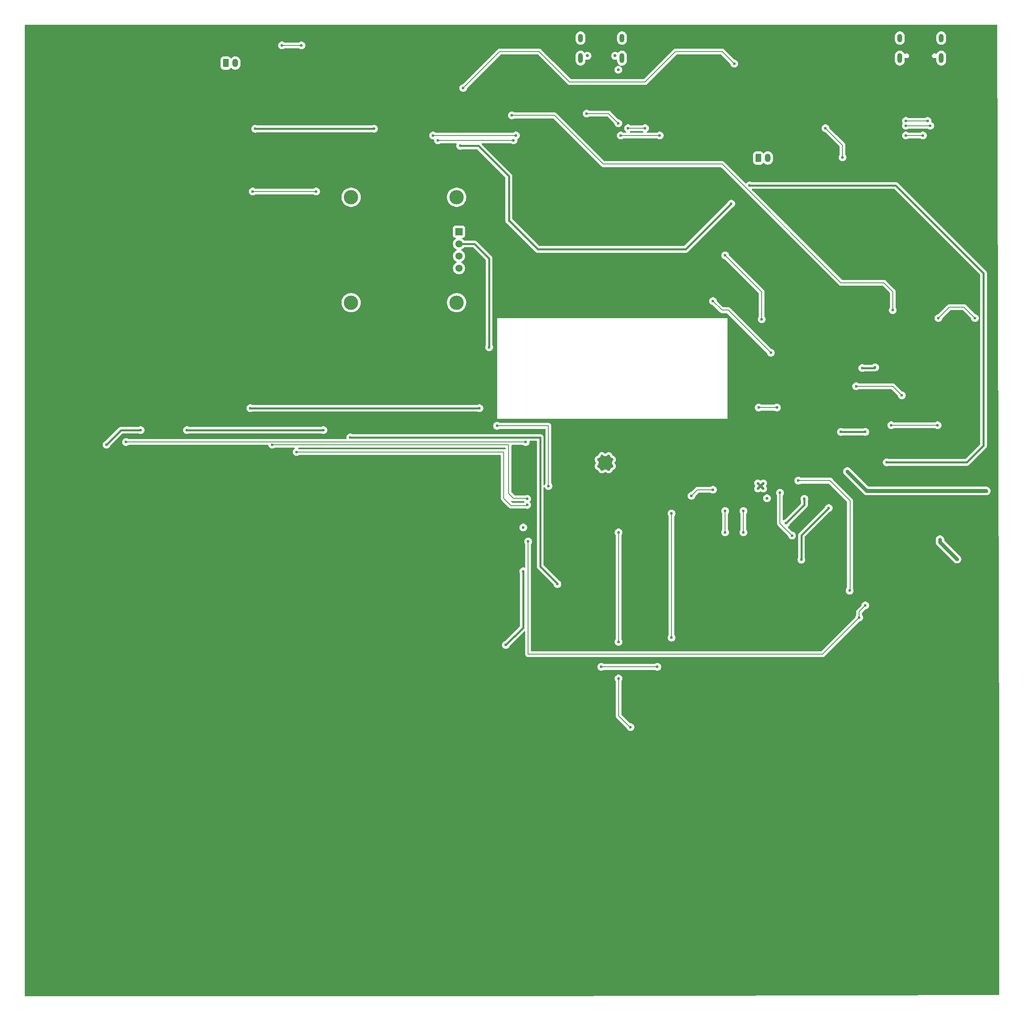
<source format=gbr>
%TF.GenerationSoftware,KiCad,Pcbnew,9.0.4*%
%TF.CreationDate,2025-11-06T21:19:11-08:00*%
%TF.ProjectId,SolarChargingStation,536f6c61-7243-4686-9172-67696e675374,rev?*%
%TF.SameCoordinates,Original*%
%TF.FileFunction,Copper,L2,Bot*%
%TF.FilePolarity,Positive*%
%FSLAX46Y46*%
G04 Gerber Fmt 4.6, Leading zero omitted, Abs format (unit mm)*
G04 Created by KiCad (PCBNEW 9.0.4) date 2025-11-06 21:19:11*
%MOMM*%
%LPD*%
G01*
G04 APERTURE LIST*
G04 Aperture macros list*
%AMRoundRect*
0 Rectangle with rounded corners*
0 $1 Rounding radius*
0 $2 $3 $4 $5 $6 $7 $8 $9 X,Y pos of 4 corners*
0 Add a 4 corners polygon primitive as box body*
4,1,4,$2,$3,$4,$5,$6,$7,$8,$9,$2,$3,0*
0 Add four circle primitives for the rounded corners*
1,1,$1+$1,$2,$3*
1,1,$1+$1,$4,$5*
1,1,$1+$1,$6,$7*
1,1,$1+$1,$8,$9*
0 Add four rect primitives between the rounded corners*
20,1,$1+$1,$2,$3,$4,$5,0*
20,1,$1+$1,$4,$5,$6,$7,0*
20,1,$1+$1,$6,$7,$8,$9,0*
20,1,$1+$1,$8,$9,$2,$3,0*%
G04 Aperture macros list end*
%TA.AperFunction,ComponentPad*%
%ADD10R,1.508000X1.508000*%
%TD*%
%TA.AperFunction,ComponentPad*%
%ADD11C,1.508000*%
%TD*%
%TA.AperFunction,ComponentPad*%
%ADD12C,3.000000*%
%TD*%
%TA.AperFunction,ComponentPad*%
%ADD13RoundRect,0.250000X-0.350000X-0.625000X0.350000X-0.625000X0.350000X0.625000X-0.350000X0.625000X0*%
%TD*%
%TA.AperFunction,ComponentPad*%
%ADD14O,1.200000X1.750000*%
%TD*%
%TA.AperFunction,ComponentPad*%
%ADD15O,1.000000X2.100000*%
%TD*%
%TA.AperFunction,ComponentPad*%
%ADD16O,1.000000X1.800000*%
%TD*%
%TA.AperFunction,WasherPad*%
%ADD17C,0.650000*%
%TD*%
%TA.AperFunction,ComponentPad*%
%ADD18C,0.508000*%
%TD*%
%TA.AperFunction,HeatsinkPad*%
%ADD19C,0.609600*%
%TD*%
%TA.AperFunction,HeatsinkPad*%
%ADD20C,0.600000*%
%TD*%
%TA.AperFunction,ViaPad*%
%ADD21C,0.600000*%
%TD*%
%TA.AperFunction,Conductor*%
%ADD22C,0.200000*%
%TD*%
%TA.AperFunction,Conductor*%
%ADD23C,0.762000*%
%TD*%
%TA.AperFunction,Conductor*%
%ADD24C,0.431800*%
%TD*%
%TA.AperFunction,Conductor*%
%ADD25C,0.381000*%
%TD*%
G04 APERTURE END LIST*
D10*
%TO.P,U5,1,GND*%
%TO.N,GND*%
X172536000Y-55118000D03*
D11*
%TO.P,U5,2,VCC_IN*%
%TO.N,+3V3*%
X172536000Y-57658000D03*
%TO.P,U5,3,SCL*%
%TO.N,Net-(U1-IO8)*%
X172536000Y-60198000D03*
%TO.P,U5,4,SDA*%
%TO.N,Net-(U1-IO9)*%
X172536000Y-62738000D03*
D12*
%TO.P,U5,S1*%
%TO.N,N/C*%
X172036000Y-47928000D03*
%TO.P,U5,S2*%
X172036000Y-69928000D03*
%TO.P,U5,S3*%
X150036000Y-69928000D03*
%TO.P,U5,S4*%
X150036000Y-47928000D03*
%TD*%
D13*
%TO.P,BT1,1,+*%
%TO.N,Net-(BT1-+)*%
X123914000Y-19939000D03*
D14*
%TO.P,BT1,2,-*%
%TO.N,GND*%
X125914000Y-19939000D03*
%TD*%
D15*
%TO.P,J1,SH1,SHELL_GND*%
%TO.N,GND*%
X273052000Y-18912000D03*
%TO.P,J1,SH2,SHELL_GND__1*%
X264412000Y-18912000D03*
D16*
%TO.P,J1,SH3,SHELL_GND__2*%
X273052000Y-14732000D03*
%TO.P,J1,SH4,SHELL_GND__3*%
X264412000Y-14732000D03*
%TD*%
D13*
%TO.P,J2,1,Pin_1*%
%TO.N,Net-(BT1-+)*%
X234912000Y-39751000D03*
D14*
%TO.P,J2,2,Pin_2*%
%TO.N,GND*%
X236912000Y-39751000D03*
%TD*%
D17*
%TO.P,J4,*%
%TO.N,*%
X205074000Y-18412000D03*
X199294000Y-18412000D03*
D15*
%TO.P,J4,SH1,SHELL_GND*%
%TO.N,GND*%
X206504000Y-18912000D03*
%TO.P,J4,SH2,SHELL_GND__1*%
X197864000Y-18912000D03*
D16*
%TO.P,J4,SH3,SHELL_GND__2*%
X206504000Y-14732000D03*
%TO.P,J4,SH4,SHELL_GND__3*%
X197864000Y-14732000D03*
%TD*%
D18*
%TO.P,U2,18*%
%TO.N,GND*%
X235392000Y-108166000D03*
%TO.P,U2,19*%
X234812000Y-107586000D03*
%TO.P,U2,20*%
X235972000Y-107586000D03*
%TO.P,U2,21*%
X234812000Y-108746000D03*
%TO.P,U2,22*%
X235972000Y-108746000D03*
%TD*%
D19*
%TO.P,U1,1,GND*%
%TO.N,GND*%
X203027000Y-104036000D03*
D20*
%TO.P,U1,41,GND*%
X201627000Y-102636000D03*
X201627000Y-104036000D03*
X202327000Y-101936000D03*
X202327000Y-103336000D03*
X202327000Y-104736000D03*
X203027000Y-102636000D03*
X203727000Y-101936000D03*
X203727000Y-103336000D03*
X203727000Y-104736000D03*
X204427000Y-102636000D03*
X204427000Y-104036000D03*
%TD*%
D21*
%TO.N,Net-(D1-K)*%
X225482000Y-69596000D03*
X237547000Y-80391000D03*
%TO.N,GND*%
X272796000Y-119380000D03*
X236728000Y-110744000D03*
X276352000Y-123444000D03*
X282448000Y-109220000D03*
X253492000Y-105156000D03*
X205740000Y-21336000D03*
%TO.N,Net-(BT1-+)*%
X130048000Y-33655000D03*
X154813000Y-33655000D03*
X172777000Y-37211000D03*
X229292000Y-49276000D03*
%TO.N,IC_Output*%
X257232000Y-96901000D03*
X252152000Y-96901000D03*
X259271998Y-83431002D03*
X244532000Y-110871000D03*
X240722000Y-115951000D03*
X144272000Y-96520000D03*
X193040000Y-128651000D03*
X256597000Y-83566000D03*
X149860000Y-98044000D03*
X115824000Y-96520000D03*
%TO.N,Net-(D3-A)*%
X265684000Y-35052000D03*
X214376000Y-35052000D03*
X206248000Y-35052000D03*
X184404000Y-35052000D03*
X167132000Y-35052000D03*
X269240000Y-35052000D03*
%TO.N,+5V*%
X265684000Y-33020000D03*
X270764000Y-33020000D03*
%TO.N,/ADC*%
X103124000Y-99014600D03*
X186436000Y-99014600D03*
%TO.N,/GPIO17*%
X186944000Y-119761000D03*
X255962000Y-135636000D03*
X257232000Y-133096000D03*
%TO.N,+3V3*%
X182302000Y-141351000D03*
X233102000Y-45466000D03*
X249612000Y-112776000D03*
X99060000Y-99568000D03*
X176784000Y-91948000D03*
X185928000Y-125984000D03*
X261677000Y-103251000D03*
X185928000Y-116840000D03*
X243897000Y-123571000D03*
X106172000Y-96520000D03*
X129032000Y-91948000D03*
X178816000Y-79248000D03*
%TO.N,Net-(P1-Solar+)*%
X216846000Y-113919000D03*
X213868000Y-145923000D03*
X202184000Y-145923000D03*
X216846000Y-139827000D03*
%TO.N,Net-(J1-CC1)*%
X173412000Y-25146000D03*
X229927000Y-20066000D03*
X265684000Y-32004000D03*
X270211600Y-32004000D03*
%TO.N,Net-(J4-CC2)*%
X199136000Y-30480000D03*
X205740000Y-32512000D03*
%TO.N,/D-*%
X133604000Y-99568000D03*
X139700000Y-16256000D03*
X186747000Y-110871000D03*
X135636000Y-16256000D03*
%TO.N,/D+*%
X138684000Y-101092000D03*
X186747000Y-112141000D03*
%TO.N,Net-(U2-TMR)*%
X228022000Y-60071000D03*
X235642000Y-73406000D03*
%TO.N,Net-(U2-ILIM)*%
X253965000Y-130013000D03*
X243262000Y-107061000D03*
%TO.N,Net-(U2-ISET)*%
X255327000Y-87376000D03*
X264852000Y-89281000D03*
X235007000Y-91821000D03*
X238817000Y-91821000D03*
%TO.N,Net-(U4-FB)*%
X262947000Y-71501000D03*
X183572000Y-30861000D03*
%TO.N,Net-(U2-~{CHG})*%
X183896000Y-36068000D03*
X262636000Y-95504000D03*
X241963500Y-118519500D03*
X207772000Y-33528000D03*
X211328000Y-33528000D03*
X248920000Y-33528000D03*
X168148000Y-36068000D03*
X142748000Y-46736000D03*
X252476000Y-39624000D03*
X239452000Y-109601000D03*
X272288000Y-95504000D03*
X129540000Y-46736000D03*
%TO.N,/GPIO14*%
X205797000Y-140716000D03*
X205797000Y-148336000D03*
X208280000Y-158496000D03*
X220980000Y-110236000D03*
X280092000Y-73152000D03*
X205797000Y-117856000D03*
X225482000Y-108966000D03*
X272472000Y-73152000D03*
%TO.N,/GPIO12*%
X231832000Y-113411000D03*
X231832000Y-117856000D03*
%TO.N,/GPIO13*%
X228022000Y-117856000D03*
X228022000Y-113411000D03*
%TO.N,Net-(U1-IO8)*%
X180467000Y-95631000D03*
X191192000Y-108204000D03*
%TD*%
D22*
%TO.N,Net-(D1-K)*%
X228657000Y-71501000D02*
X237547000Y-80391000D01*
X225482000Y-69596000D02*
X227387000Y-71501000D01*
X227387000Y-71501000D02*
X228657000Y-71501000D01*
D23*
%TO.N,GND*%
X272796000Y-119888000D02*
X276352000Y-123444000D01*
X272796000Y-119380000D02*
X272796000Y-119888000D01*
X253492000Y-105156000D02*
X257556000Y-109220000D01*
X257556000Y-109220000D02*
X282448000Y-109220000D01*
D24*
%TO.N,Net-(BT1-+)*%
X145726000Y-33655000D02*
X154813000Y-33655000D01*
X130048000Y-33655000D02*
X145726000Y-33655000D01*
X176587000Y-37211000D02*
X182937000Y-43561000D01*
X219767000Y-58801000D02*
X229292000Y-49276000D01*
X183007000Y-52832000D02*
X188976000Y-58801000D01*
X182937000Y-52832000D02*
X183007000Y-52832000D01*
X172777000Y-37211000D02*
X176587000Y-37211000D01*
X182937000Y-43561000D02*
X182937000Y-52832000D01*
X188976000Y-58801000D02*
X219767000Y-58801000D01*
D25*
%TO.N,IC_Output*%
X252152000Y-96901000D02*
X257232000Y-96901000D01*
X244532000Y-112141000D02*
X244532000Y-110871000D01*
X189484000Y-98044000D02*
X189484000Y-124968000D01*
X115824000Y-96520000D02*
X144272000Y-96520000D01*
X259271998Y-83431002D02*
X259137000Y-83566000D01*
X189484000Y-124968000D02*
X193040000Y-128524000D01*
X149860000Y-98044000D02*
X189484000Y-98044000D01*
X259137000Y-83566000D02*
X256597000Y-83566000D01*
X240722000Y-115951000D02*
X244532000Y-112141000D01*
D22*
%TO.N,Net-(D3-A)*%
X265684000Y-35052000D02*
X269240000Y-35052000D01*
X167132000Y-35052000D02*
X184404000Y-35052000D01*
X206248000Y-35052000D02*
X214376000Y-35052000D01*
%TO.N,+5V*%
X265684000Y-33020000D02*
X270764000Y-33020000D01*
%TO.N,/ADC*%
X186436000Y-99014600D02*
X103124000Y-99014600D01*
X103124000Y-99014600D02*
X103078600Y-99014600D01*
%TO.N,/GPIO17*%
X248342000Y-143256000D02*
X255962000Y-135636000D01*
X255962000Y-135636000D02*
X255962000Y-134366000D01*
X255962000Y-134366000D02*
X257232000Y-133096000D01*
X186944000Y-143256000D02*
X248342000Y-143256000D01*
X186944000Y-119761000D02*
X186944000Y-143256000D01*
D25*
%TO.N,+3V3*%
X182302000Y-141351000D02*
X185928000Y-137725000D01*
X129032000Y-91948000D02*
X176784000Y-91948000D01*
X278384000Y-103251000D02*
X281870000Y-99765000D01*
X263582000Y-45466000D02*
X233102000Y-45466000D01*
X261677000Y-103251000D02*
X278384000Y-103251000D01*
X178816000Y-60706000D02*
X178816000Y-79248000D01*
X243897000Y-123571000D02*
X243897000Y-118491000D01*
X281870000Y-63754000D02*
X263582000Y-45466000D01*
X243897000Y-118491000D02*
X249612000Y-112776000D01*
X172536000Y-57658000D02*
X175768000Y-57658000D01*
X185928000Y-137725000D02*
X185928000Y-125984000D01*
X281870000Y-99765000D02*
X281870000Y-63754000D01*
X102108000Y-96520000D02*
X106172000Y-96520000D01*
X175768000Y-57658000D02*
X178816000Y-60706000D01*
X99060000Y-99568000D02*
X102108000Y-96520000D01*
X185928000Y-125984000D02*
X185928000Y-125927000D01*
D22*
%TO.N,Net-(P1-Solar+)*%
X213868000Y-145923000D02*
X202184000Y-145923000D01*
X202184000Y-145923000D02*
X202114000Y-145923000D01*
X216846000Y-113919000D02*
X216846000Y-139827000D01*
%TO.N,Net-(J1-CC1)*%
X211328000Y-23876000D02*
X217678000Y-17526000D01*
X195580000Y-23876000D02*
X211328000Y-23876000D01*
X265684000Y-32004000D02*
X270211600Y-32004000D01*
X173412000Y-25146000D02*
X181032000Y-17526000D01*
X181032000Y-17526000D02*
X189230000Y-17526000D01*
X227387000Y-17526000D02*
X229927000Y-20066000D01*
X189230000Y-17526000D02*
X195580000Y-23876000D01*
X217678000Y-17526000D02*
X227387000Y-17526000D01*
%TO.N,Net-(J4-CC2)*%
X205740000Y-32512000D02*
X203708000Y-30480000D01*
X203708000Y-30480000D02*
X199136000Y-30480000D01*
%TO.N,/D-*%
X183896000Y-110744000D02*
X182880000Y-109728000D01*
X186747000Y-110871000D02*
X186620000Y-110744000D01*
X135636000Y-16256000D02*
X139700000Y-16256000D01*
X182880000Y-99568000D02*
X133604000Y-99568000D01*
X186620000Y-110744000D02*
X183896000Y-110744000D01*
X182880000Y-109728000D02*
X182880000Y-99568000D01*
%TO.N,/D+*%
X186747000Y-112141000D02*
X186620000Y-112268000D01*
X181864000Y-110744000D02*
X181864000Y-101092000D01*
X181864000Y-101092000D02*
X138684000Y-101092000D01*
X183388000Y-112268000D02*
X181864000Y-110744000D01*
X186620000Y-112268000D02*
X183388000Y-112268000D01*
%TO.N,Net-(U2-TMR)*%
X235642000Y-67691000D02*
X228022000Y-60071000D01*
X235642000Y-73406000D02*
X235642000Y-67691000D01*
%TO.N,Net-(U2-ILIM)*%
X249936000Y-107061000D02*
X249936000Y-107131000D01*
X254028500Y-129949500D02*
X254028500Y-111223500D01*
X243262000Y-107061000D02*
X249936000Y-107061000D01*
X254028500Y-111223500D02*
X254057000Y-111252000D01*
X253965000Y-130013000D02*
X254028500Y-129949500D01*
X249936000Y-107131000D02*
X254028500Y-111223500D01*
%TO.N,Net-(U2-ISET)*%
X235007000Y-91821000D02*
X238182000Y-91821000D01*
X238182000Y-91821000D02*
X238817000Y-91821000D01*
X262947000Y-87376000D02*
X264852000Y-89281000D01*
X255327000Y-87376000D02*
X262947000Y-87376000D01*
%TO.N,Net-(U4-FB)*%
X252152000Y-65786000D02*
X227387000Y-41021000D01*
X202622000Y-41021000D02*
X192462000Y-30861000D01*
X262947000Y-71501000D02*
X262947000Y-67621000D01*
X192462000Y-30861000D02*
X183572000Y-30861000D01*
X262947000Y-67621000D02*
X261112000Y-65786000D01*
X261112000Y-65786000D02*
X252152000Y-65786000D01*
X227387000Y-41021000D02*
X202622000Y-41021000D01*
%TO.N,Net-(U2-~{CHG})*%
X262636000Y-95504000D02*
X272288000Y-95504000D01*
X241963500Y-118519500D02*
X239452000Y-116008000D01*
X211328000Y-33528000D02*
X207772000Y-33528000D01*
X142748000Y-46736000D02*
X129540000Y-46736000D01*
X252476000Y-37084000D02*
X248920000Y-33528000D01*
X183896000Y-36068000D02*
X168148000Y-36068000D01*
X239452000Y-116008000D02*
X239452000Y-109601000D01*
X252476000Y-39624000D02*
X252476000Y-37084000D01*
%TO.N,/GPIO14*%
X222250000Y-108966000D02*
X225482000Y-108966000D01*
X220980000Y-110236000D02*
X222250000Y-108966000D01*
X280092000Y-73152000D02*
X277806000Y-70866000D01*
X205797000Y-140716000D02*
X205797000Y-117856000D01*
X208280000Y-158496000D02*
X208153000Y-158496000D01*
X274758000Y-70866000D02*
X272472000Y-73152000D01*
X208153000Y-158496000D02*
X205797000Y-156140000D01*
X277806000Y-70866000D02*
X274758000Y-70866000D01*
X205797000Y-148336000D02*
X205797000Y-156140000D01*
%TO.N,/GPIO12*%
X231832000Y-117856000D02*
X231832000Y-113411000D01*
%TO.N,/GPIO13*%
X228022000Y-117856000D02*
X228022000Y-113411000D01*
%TO.N,Net-(U1-IO8)*%
X191192000Y-108204000D02*
X191192000Y-95631000D01*
X191192000Y-95631000D02*
X180467000Y-95631000D01*
%TD*%
%TA.AperFunction,Conductor*%
%TO.N,GND*%
G36*
X272845005Y-119006381D02*
G01*
X272893705Y-119016068D01*
X272916956Y-119023121D01*
X272962818Y-119042118D01*
X272984255Y-119053576D01*
X273025531Y-119081156D01*
X273044320Y-119096576D01*
X273079420Y-119131675D01*
X273094842Y-119150466D01*
X273122420Y-119191739D01*
X273133880Y-119213179D01*
X273152878Y-119259046D01*
X273159931Y-119282297D01*
X273159933Y-119282303D01*
X273169617Y-119330981D01*
X273172000Y-119355175D01*
X273172000Y-119471510D01*
X273174897Y-119525558D01*
X273174897Y-119525559D01*
X273177729Y-119551892D01*
X273177732Y-119551919D01*
X273186385Y-119605315D01*
X273186385Y-119605317D01*
X273236666Y-119740122D01*
X273236668Y-119740127D01*
X273270153Y-119801450D01*
X273356377Y-119916631D01*
X273356381Y-119916635D01*
X273356386Y-119916641D01*
X276635417Y-123195671D01*
X276650838Y-123214461D01*
X276678419Y-123255739D01*
X276689879Y-123277178D01*
X276708878Y-123323047D01*
X276715933Y-123346304D01*
X276725617Y-123394987D01*
X276728000Y-123419176D01*
X276728000Y-123468817D01*
X276725617Y-123493009D01*
X276715933Y-123541692D01*
X276708876Y-123564954D01*
X276689877Y-123610820D01*
X276678419Y-123632257D01*
X276650838Y-123673535D01*
X276635417Y-123692325D01*
X276600325Y-123727417D01*
X276581535Y-123742838D01*
X276540256Y-123770420D01*
X276518817Y-123781879D01*
X276472951Y-123800877D01*
X276449694Y-123807933D01*
X276425179Y-123812810D01*
X276401013Y-123817617D01*
X276376822Y-123820000D01*
X276327183Y-123820000D01*
X276302990Y-123817617D01*
X276254299Y-123807931D01*
X276231042Y-123800875D01*
X276185178Y-123781878D01*
X276163741Y-123770420D01*
X276122463Y-123742839D01*
X276103673Y-123727418D01*
X272512579Y-120136324D01*
X272497159Y-120117535D01*
X272469579Y-120076260D01*
X272458119Y-120054820D01*
X272439120Y-120008952D01*
X272432066Y-119985700D01*
X272422381Y-119937012D01*
X272420000Y-119912826D01*
X272420000Y-119355180D01*
X272422382Y-119330990D01*
X272432067Y-119282297D01*
X272439122Y-119259040D01*
X272458119Y-119213175D01*
X272469573Y-119191747D01*
X272497159Y-119150461D01*
X272512572Y-119131681D01*
X272547681Y-119096571D01*
X272566459Y-119081160D01*
X272607746Y-119053573D01*
X272629170Y-119042121D01*
X272675042Y-119023120D01*
X272698295Y-119016067D01*
X272746989Y-119006381D01*
X272771179Y-119004000D01*
X272820823Y-119004000D01*
X272845005Y-119006381D01*
G37*
%TD.AperFunction*%
%TA.AperFunction,Conductor*%
G36*
X236769027Y-110451381D02*
G01*
X236802079Y-110457956D01*
X236825325Y-110465006D01*
X236856458Y-110477902D01*
X236877890Y-110489359D01*
X236905898Y-110508074D01*
X236924685Y-110523492D01*
X236948502Y-110547308D01*
X236963925Y-110566100D01*
X236982638Y-110594106D01*
X236994098Y-110615546D01*
X237006990Y-110646671D01*
X237014045Y-110669927D01*
X237020617Y-110702961D01*
X237023000Y-110727156D01*
X237023000Y-110760839D01*
X237020616Y-110785035D01*
X237014043Y-110818073D01*
X237006988Y-110841329D01*
X236994098Y-110872449D01*
X236982639Y-110893888D01*
X236963920Y-110921903D01*
X236948499Y-110940693D01*
X236924693Y-110964499D01*
X236905903Y-110979920D01*
X236877885Y-110998641D01*
X236856446Y-111010100D01*
X236825328Y-111022989D01*
X236802071Y-111030045D01*
X236785340Y-111033373D01*
X236769031Y-111036617D01*
X236744841Y-111039000D01*
X236711159Y-111039000D01*
X236686970Y-111036617D01*
X236653924Y-111030044D01*
X236630667Y-111022988D01*
X236599547Y-111010098D01*
X236578107Y-110998638D01*
X236550099Y-110979923D01*
X236531312Y-110964505D01*
X236507495Y-110940689D01*
X236492074Y-110921899D01*
X236473357Y-110893888D01*
X236461901Y-110872455D01*
X236449820Y-110843289D01*
X236449007Y-110841326D01*
X236441954Y-110818073D01*
X236435381Y-110785031D01*
X236433000Y-110760844D01*
X236433000Y-110727153D01*
X236435382Y-110702964D01*
X236435383Y-110702961D01*
X236441956Y-110669914D01*
X236449006Y-110646674D01*
X236461902Y-110615539D01*
X236473351Y-110594119D01*
X236492079Y-110566090D01*
X236507488Y-110547316D01*
X236531314Y-110523489D01*
X236550098Y-110508074D01*
X236578111Y-110489356D01*
X236599545Y-110477900D01*
X236630668Y-110465008D01*
X236653918Y-110457955D01*
X236686970Y-110451381D01*
X236711154Y-110449000D01*
X236744842Y-110449000D01*
X236769027Y-110451381D01*
G37*
%TD.AperFunction*%
%TA.AperFunction,Conductor*%
G36*
X253541006Y-104782382D02*
G01*
X253575106Y-104789164D01*
X253589699Y-104792066D01*
X253612963Y-104799124D01*
X253658817Y-104818118D01*
X253680252Y-104829575D01*
X253721534Y-104857158D01*
X253740325Y-104872579D01*
X257527368Y-108659623D01*
X257527385Y-108659639D01*
X257527389Y-108659642D01*
X257543440Y-108674060D01*
X257567630Y-108695788D01*
X257588272Y-108712422D01*
X257588277Y-108712426D01*
X257599804Y-108720738D01*
X257632156Y-108744067D01*
X257763033Y-108803838D01*
X257830072Y-108823523D01*
X257830076Y-108823524D01*
X257972492Y-108844000D01*
X282472823Y-108844000D01*
X282497005Y-108846381D01*
X282545705Y-108856068D01*
X282568956Y-108863121D01*
X282614818Y-108882118D01*
X282636255Y-108893576D01*
X282677531Y-108921156D01*
X282696320Y-108936576D01*
X282731420Y-108971675D01*
X282746842Y-108990466D01*
X282774420Y-109031739D01*
X282785880Y-109053179D01*
X282804878Y-109099046D01*
X282811933Y-109122303D01*
X282821617Y-109170981D01*
X282824000Y-109195175D01*
X282824000Y-109244823D01*
X282821617Y-109269017D01*
X282811933Y-109317695D01*
X282804877Y-109340953D01*
X282785880Y-109386817D01*
X282774421Y-109408256D01*
X282746839Y-109449535D01*
X282731418Y-109468325D01*
X282696325Y-109503418D01*
X282677535Y-109518839D01*
X282636256Y-109546421D01*
X282614817Y-109557880D01*
X282568953Y-109576877D01*
X282545696Y-109583933D01*
X282525492Y-109587952D01*
X282497012Y-109593617D01*
X282472824Y-109596000D01*
X257531177Y-109596000D01*
X257506987Y-109593617D01*
X257482780Y-109588802D01*
X257458300Y-109583932D01*
X257435042Y-109576876D01*
X257389183Y-109557881D01*
X257367746Y-109546423D01*
X257326461Y-109518838D01*
X257307669Y-109503416D01*
X253208582Y-105404329D01*
X253193160Y-105385538D01*
X253165574Y-105344252D01*
X253154118Y-105322820D01*
X253135118Y-105276948D01*
X253128067Y-105253705D01*
X253118381Y-105205011D01*
X253116000Y-105180826D01*
X253116000Y-105131179D01*
X253118382Y-105106991D01*
X253128066Y-105058300D01*
X253135122Y-105035039D01*
X253154118Y-104989180D01*
X253165575Y-104967745D01*
X253193160Y-104926460D01*
X253208577Y-104907673D01*
X253243673Y-104872577D01*
X253262460Y-104857160D01*
X253303745Y-104829575D01*
X253325180Y-104818118D01*
X253333292Y-104814757D01*
X253371039Y-104799122D01*
X253394295Y-104792067D01*
X253414648Y-104788019D01*
X253442992Y-104782382D01*
X253467180Y-104780000D01*
X253516818Y-104780000D01*
X253541006Y-104782382D01*
G37*
%TD.AperFunction*%
%TA.AperFunction,Conductor*%
G36*
X234848505Y-107339382D02*
G01*
X234872653Y-107344185D01*
X234895912Y-107351240D01*
X234918665Y-107360665D01*
X234940096Y-107372121D01*
X234999748Y-107411978D01*
X235008664Y-107418528D01*
X235031019Y-107436543D01*
X235031022Y-107436544D01*
X235031026Y-107436548D01*
X235064247Y-107457898D01*
X235075366Y-107465044D01*
X235097056Y-107475901D01*
X235148193Y-107523508D01*
X235165256Y-107585702D01*
X235392000Y-107812446D01*
X235618446Y-107586001D01*
X235618446Y-107585044D01*
X235622240Y-107572120D01*
X235621427Y-107560738D01*
X235845000Y-107560738D01*
X235845000Y-107611262D01*
X235864335Y-107657940D01*
X235900060Y-107693665D01*
X235946738Y-107713000D01*
X235997262Y-107713000D01*
X236043940Y-107693665D01*
X236079665Y-107657940D01*
X236099000Y-107611262D01*
X236099000Y-107560738D01*
X236079665Y-107514060D01*
X236043940Y-107478335D01*
X235997262Y-107459000D01*
X235946738Y-107459000D01*
X235900060Y-107478335D01*
X235864335Y-107514060D01*
X235845000Y-107560738D01*
X235621427Y-107560738D01*
X235621280Y-107558687D01*
X235631892Y-107539250D01*
X235638131Y-107518005D01*
X235649038Y-107507849D01*
X235654764Y-107497363D01*
X235683012Y-107476216D01*
X235721239Y-107455342D01*
X235721882Y-107454998D01*
X235721949Y-107454955D01*
X235721961Y-107454949D01*
X235736090Y-107444370D01*
X235741492Y-107440548D01*
X235771873Y-107420247D01*
X235771874Y-107420248D01*
X235843905Y-107372117D01*
X235865319Y-107360671D01*
X235888096Y-107351236D01*
X235911339Y-107344186D01*
X235935499Y-107339381D01*
X235959683Y-107337000D01*
X235984315Y-107337000D01*
X236008505Y-107339382D01*
X236032653Y-107344185D01*
X236055912Y-107351240D01*
X236078665Y-107360665D01*
X236100094Y-107372119D01*
X236120578Y-107385805D01*
X236139367Y-107401226D01*
X236148067Y-107409926D01*
X236148068Y-107409928D01*
X236156773Y-107418633D01*
X236172190Y-107437418D01*
X236183911Y-107454959D01*
X236185875Y-107457898D01*
X236197332Y-107479334D01*
X236206758Y-107502090D01*
X236213813Y-107525345D01*
X236218617Y-107549494D01*
X236221000Y-107573686D01*
X236221000Y-107598312D01*
X236218617Y-107622504D01*
X236213814Y-107646650D01*
X236206757Y-107669912D01*
X236197332Y-107692665D01*
X236185874Y-107714102D01*
X236146012Y-107773759D01*
X236139465Y-107782670D01*
X236121463Y-107805009D01*
X236121460Y-107805014D01*
X236092952Y-107849372D01*
X236082099Y-107871056D01*
X236034489Y-107922194D01*
X235972297Y-107939255D01*
X235745553Y-108165999D01*
X235972001Y-108392446D01*
X235972953Y-108392446D01*
X235983067Y-108395415D01*
X235993536Y-108394166D01*
X236016017Y-108405091D01*
X236039992Y-108412131D01*
X236048558Y-108420905D01*
X236056378Y-108424705D01*
X236073378Y-108446325D01*
X236078845Y-108451925D01*
X236080374Y-108454435D01*
X236103050Y-108495959D01*
X236117156Y-108514801D01*
X236118889Y-108517646D01*
X236185875Y-108617898D01*
X236197334Y-108639337D01*
X236206759Y-108662092D01*
X236213813Y-108685345D01*
X236218617Y-108709494D01*
X236221000Y-108733686D01*
X236221000Y-108758312D01*
X236218617Y-108782503D01*
X236218617Y-108782504D01*
X236213814Y-108806650D01*
X236206757Y-108829914D01*
X236197332Y-108852666D01*
X236185875Y-108874100D01*
X236172193Y-108894577D01*
X236156776Y-108913363D01*
X236148075Y-108922065D01*
X236148065Y-108922075D01*
X236139363Y-108930776D01*
X236120578Y-108946192D01*
X236100100Y-108959875D01*
X236078662Y-108971334D01*
X236055913Y-108980757D01*
X236032654Y-108987813D01*
X236026373Y-108989062D01*
X236008503Y-108992617D01*
X235984312Y-108995000D01*
X235959686Y-108995000D01*
X235935497Y-108992617D01*
X235911349Y-108987814D01*
X235888092Y-108980759D01*
X235865337Y-108971334D01*
X235843898Y-108959875D01*
X235784228Y-108920005D01*
X235775317Y-108913457D01*
X235775200Y-108913363D01*
X235752981Y-108895457D01*
X235752982Y-108895457D01*
X235752980Y-108895456D01*
X235752976Y-108895453D01*
X235708631Y-108866954D01*
X235686941Y-108856097D01*
X235635804Y-108808486D01*
X235618743Y-108746298D01*
X235593183Y-108720738D01*
X235845000Y-108720738D01*
X235845000Y-108771262D01*
X235864335Y-108817940D01*
X235900060Y-108853665D01*
X235946738Y-108873000D01*
X235997262Y-108873000D01*
X236043940Y-108853665D01*
X236079665Y-108817940D01*
X236099000Y-108771262D01*
X236099000Y-108720738D01*
X236079665Y-108674060D01*
X236043940Y-108638335D01*
X235997262Y-108619000D01*
X235946738Y-108619000D01*
X235900060Y-108638335D01*
X235864335Y-108674060D01*
X235845000Y-108720738D01*
X235593183Y-108720738D01*
X235392000Y-108519553D01*
X235165553Y-108746000D01*
X235165553Y-108746953D01*
X235162583Y-108757067D01*
X235163833Y-108767535D01*
X235152908Y-108790015D01*
X235145868Y-108813992D01*
X235137093Y-108822559D01*
X235133294Y-108830377D01*
X235111671Y-108847379D01*
X235106074Y-108852844D01*
X235103539Y-108854388D01*
X235062041Y-108877050D01*
X235043207Y-108891148D01*
X235040371Y-108892877D01*
X234940099Y-108959876D01*
X234918662Y-108971334D01*
X234895913Y-108980757D01*
X234872654Y-108987813D01*
X234866373Y-108989062D01*
X234848503Y-108992617D01*
X234824312Y-108995000D01*
X234799686Y-108995000D01*
X234775497Y-108992617D01*
X234751349Y-108987814D01*
X234728088Y-108980757D01*
X234705333Y-108971331D01*
X234683901Y-108959875D01*
X234663423Y-108946193D01*
X234644629Y-108930770D01*
X234627223Y-108913364D01*
X234611806Y-108894580D01*
X234598116Y-108874090D01*
X234586664Y-108852662D01*
X234577242Y-108829915D01*
X234577242Y-108829914D01*
X234570185Y-108806652D01*
X234565382Y-108782503D01*
X234563000Y-108758314D01*
X234563000Y-108733683D01*
X234564275Y-108720738D01*
X234685000Y-108720738D01*
X234685000Y-108771262D01*
X234704335Y-108817940D01*
X234740060Y-108853665D01*
X234786738Y-108873000D01*
X234837262Y-108873000D01*
X234883940Y-108853665D01*
X234919665Y-108817940D01*
X234939000Y-108771262D01*
X234939000Y-108720738D01*
X234919665Y-108674060D01*
X234883940Y-108638335D01*
X234837262Y-108619000D01*
X234786738Y-108619000D01*
X234740060Y-108638335D01*
X234704335Y-108674060D01*
X234685000Y-108720738D01*
X234564275Y-108720738D01*
X234565382Y-108709494D01*
X234570185Y-108685345D01*
X234577239Y-108662088D01*
X234586667Y-108639328D01*
X234598122Y-108617900D01*
X234637984Y-108558242D01*
X234644529Y-108549332D01*
X234662543Y-108526981D01*
X234691044Y-108482634D01*
X234701902Y-108460941D01*
X234749511Y-108409805D01*
X234811703Y-108392743D01*
X235038446Y-108166000D01*
X235013184Y-108140738D01*
X235265000Y-108140738D01*
X235265000Y-108191262D01*
X235284335Y-108237940D01*
X235320060Y-108273665D01*
X235366738Y-108293000D01*
X235417262Y-108293000D01*
X235463940Y-108273665D01*
X235499665Y-108237940D01*
X235519000Y-108191262D01*
X235519000Y-108140738D01*
X235499665Y-108094060D01*
X235463940Y-108058335D01*
X235417262Y-108039000D01*
X235366738Y-108039000D01*
X235320060Y-108058335D01*
X235284335Y-108094060D01*
X235265000Y-108140738D01*
X235013184Y-108140738D01*
X234812000Y-107939553D01*
X234811044Y-107939553D01*
X234800926Y-107936582D01*
X234790457Y-107937832D01*
X234767979Y-107926907D01*
X234744005Y-107919868D01*
X234735436Y-107911092D01*
X234727616Y-107907291D01*
X234710614Y-107885667D01*
X234705150Y-107880070D01*
X234703622Y-107877562D01*
X234680959Y-107836058D01*
X234666854Y-107817216D01*
X234665136Y-107814395D01*
X234646247Y-107786125D01*
X234646248Y-107786125D01*
X234598121Y-107714097D01*
X234586665Y-107692665D01*
X234577240Y-107669912D01*
X234570185Y-107646652D01*
X234565382Y-107622503D01*
X234563000Y-107598314D01*
X234563000Y-107573683D01*
X234564275Y-107560738D01*
X234685000Y-107560738D01*
X234685000Y-107611262D01*
X234704335Y-107657940D01*
X234740060Y-107693665D01*
X234786738Y-107713000D01*
X234837262Y-107713000D01*
X234883940Y-107693665D01*
X234919665Y-107657940D01*
X234939000Y-107611262D01*
X234939000Y-107560738D01*
X234919665Y-107514060D01*
X234883940Y-107478335D01*
X234837262Y-107459000D01*
X234786738Y-107459000D01*
X234740060Y-107478335D01*
X234704335Y-107514060D01*
X234685000Y-107560738D01*
X234564275Y-107560738D01*
X234565382Y-107549494D01*
X234570185Y-107525345D01*
X234577239Y-107502088D01*
X234586667Y-107479328D01*
X234598118Y-107457903D01*
X234611805Y-107437419D01*
X234627225Y-107418632D01*
X234635926Y-107409931D01*
X234635931Y-107409926D01*
X234644634Y-107401222D01*
X234663422Y-107385803D01*
X234683903Y-107372119D01*
X234705322Y-107360670D01*
X234728090Y-107351238D01*
X234751339Y-107344186D01*
X234775499Y-107339381D01*
X234799683Y-107337000D01*
X234824315Y-107337000D01*
X234848505Y-107339382D01*
G37*
%TD.AperFunction*%
%TA.AperFunction,Conductor*%
G36*
X202368027Y-101643381D02*
G01*
X202401079Y-101649956D01*
X202424325Y-101657006D01*
X202455458Y-101669902D01*
X202476890Y-101681359D01*
X202504895Y-101700072D01*
X202523684Y-101715491D01*
X202581878Y-101773684D01*
X202666019Y-101841490D01*
X202666022Y-101841492D01*
X202666026Y-101841495D01*
X202689335Y-101856475D01*
X202710366Y-101869991D01*
X202807015Y-101918370D01*
X202807021Y-101918371D01*
X202807023Y-101918372D01*
X202947595Y-101948951D01*
X202947599Y-101948951D01*
X202947607Y-101948953D01*
X203008576Y-101953313D01*
X203017297Y-101953937D01*
X203017299Y-101953937D01*
X203017300Y-101953937D01*
X203026878Y-101953251D01*
X203160810Y-101943673D01*
X203295619Y-101893391D01*
X203347214Y-101865217D01*
X203353503Y-101862480D01*
X203356939Y-101859907D01*
X203356942Y-101859906D01*
X203356944Y-101859906D01*
X203472125Y-101773681D01*
X203530312Y-101715491D01*
X203549101Y-101700072D01*
X203577111Y-101681356D01*
X203598545Y-101669900D01*
X203629668Y-101657008D01*
X203652918Y-101649955D01*
X203685970Y-101643381D01*
X203710154Y-101641000D01*
X203743842Y-101641000D01*
X203768027Y-101643381D01*
X203801079Y-101649956D01*
X203824325Y-101657006D01*
X203855458Y-101669902D01*
X203876890Y-101681359D01*
X203904898Y-101700074D01*
X203923685Y-101715492D01*
X203947502Y-101739308D01*
X203962921Y-101758095D01*
X203981641Y-101786111D01*
X203993096Y-101807541D01*
X204006080Y-101838887D01*
X204012910Y-101861039D01*
X204013823Y-101865422D01*
X204014748Y-101869673D01*
X204015878Y-101874650D01*
X204016730Y-101878403D01*
X204061481Y-101992144D01*
X204069411Y-102012297D01*
X204103978Y-102073001D01*
X204103983Y-102073009D01*
X204179910Y-102170752D01*
X204192244Y-102186629D01*
X204308945Y-102270786D01*
X204370855Y-102303172D01*
X204370863Y-102303176D01*
X204506548Y-102351043D01*
X204506551Y-102351043D01*
X204509053Y-102351730D01*
X204523707Y-102356751D01*
X204555451Y-102369899D01*
X204576884Y-102381356D01*
X204604897Y-102400073D01*
X204623684Y-102415491D01*
X204647504Y-102439310D01*
X204662925Y-102458100D01*
X204681638Y-102486106D01*
X204693098Y-102507546D01*
X204705990Y-102538671D01*
X204713045Y-102561926D01*
X204713045Y-102561927D01*
X204719617Y-102594961D01*
X204722000Y-102619156D01*
X204722000Y-102652839D01*
X204719616Y-102677035D01*
X204713043Y-102710073D01*
X204705989Y-102733328D01*
X204693098Y-102764451D01*
X204681638Y-102785891D01*
X204662925Y-102813897D01*
X204647506Y-102832686D01*
X204589315Y-102890878D01*
X204521516Y-102975011D01*
X204521504Y-102975026D01*
X204493012Y-103019360D01*
X204493007Y-103019369D01*
X204444631Y-103116012D01*
X204444627Y-103116023D01*
X204414048Y-103256595D01*
X204414047Y-103256607D01*
X204409063Y-103326297D01*
X204409063Y-103326300D01*
X204410451Y-103345701D01*
X204419327Y-103469810D01*
X204469609Y-103604619D01*
X204503094Y-103665942D01*
X204589318Y-103781123D01*
X204647503Y-103839308D01*
X204662920Y-103858094D01*
X204681639Y-103886109D01*
X204693098Y-103907548D01*
X204705989Y-103938670D01*
X204713045Y-103961927D01*
X204719617Y-103994961D01*
X204722000Y-104019156D01*
X204722000Y-104052839D01*
X204719616Y-104077035D01*
X204713043Y-104110073D01*
X204705988Y-104133329D01*
X204693098Y-104164449D01*
X204681639Y-104185888D01*
X204662920Y-104213903D01*
X204647499Y-104232693D01*
X204623693Y-104256499D01*
X204604903Y-104271920D01*
X204576885Y-104290641D01*
X204555446Y-104302100D01*
X204524109Y-104315080D01*
X204501958Y-104321910D01*
X204497658Y-104322806D01*
X204493310Y-104323753D01*
X204484602Y-104325728D01*
X204484598Y-104325730D01*
X204412164Y-104354227D01*
X204412163Y-104354227D01*
X204367308Y-104371874D01*
X204367167Y-104371561D01*
X204360850Y-104374414D01*
X204357982Y-104375543D01*
X204357980Y-104375543D01*
X204350719Y-104378401D01*
X204350715Y-104378402D01*
X204350712Y-104378404D01*
X204350709Y-104378405D01*
X204350691Y-104378414D01*
X204350686Y-104378416D01*
X204350687Y-104378417D01*
X204345662Y-104381277D01*
X204340392Y-104383659D01*
X204331247Y-104389482D01*
X204328594Y-104390993D01*
X204303709Y-104405169D01*
X204303695Y-104405177D01*
X204290624Y-104412620D01*
X204290612Y-104412628D01*
X204289931Y-104413017D01*
X204274576Y-104424945D01*
X204274111Y-104425303D01*
X204273996Y-104425347D01*
X204265198Y-104431547D01*
X204219100Y-104460908D01*
X204207538Y-104474140D01*
X204207537Y-104474139D01*
X204199671Y-104483140D01*
X204176364Y-104501248D01*
X204141024Y-104550252D01*
X204137212Y-104554616D01*
X204137206Y-104554624D01*
X204124429Y-104569246D01*
X204100204Y-104606595D01*
X204100205Y-104606596D01*
X204098520Y-104609195D01*
X204092208Y-104617950D01*
X204089532Y-104623061D01*
X204086403Y-104627891D01*
X204086396Y-104627905D01*
X204086370Y-104627944D01*
X204086369Y-104627945D01*
X204083067Y-104635097D01*
X204080376Y-104640566D01*
X204065700Y-104668629D01*
X204065702Y-104668708D01*
X204058704Y-104687872D01*
X204026102Y-104758494D01*
X204026098Y-104758503D01*
X204024458Y-104764004D01*
X204024447Y-104764044D01*
X204013084Y-104809868D01*
X204013075Y-104809909D01*
X204013035Y-104810112D01*
X204013016Y-104810173D01*
X204012766Y-104811294D01*
X204012681Y-104811275D01*
X204005987Y-104833332D01*
X203993097Y-104864452D01*
X203981638Y-104885891D01*
X203962923Y-104913900D01*
X203947502Y-104932690D01*
X203923693Y-104956499D01*
X203904903Y-104971920D01*
X203876885Y-104990641D01*
X203855450Y-105002099D01*
X203855446Y-105002100D01*
X203824328Y-105014989D01*
X203801071Y-105022045D01*
X203784340Y-105025373D01*
X203768031Y-105028617D01*
X203743841Y-105031000D01*
X203710159Y-105031000D01*
X203685970Y-105028617D01*
X203652924Y-105022044D01*
X203629667Y-105014988D01*
X203598547Y-105002098D01*
X203577107Y-104990638D01*
X203549102Y-104971925D01*
X203530313Y-104956506D01*
X203472121Y-104898315D01*
X203430095Y-104864448D01*
X203387981Y-104830510D01*
X203387978Y-104830508D01*
X203387973Y-104830504D01*
X203343639Y-104802012D01*
X203343630Y-104802007D01*
X203337870Y-104799124D01*
X203246985Y-104753630D01*
X203246983Y-104753629D01*
X203246976Y-104753627D01*
X203106404Y-104723048D01*
X203106393Y-104723047D01*
X203083162Y-104721385D01*
X203036703Y-104718063D01*
X203036700Y-104718063D01*
X202893189Y-104728327D01*
X202758385Y-104778607D01*
X202697057Y-104812094D01*
X202697055Y-104812095D01*
X202581886Y-104898309D01*
X202581867Y-104898326D01*
X202523685Y-104956506D01*
X202504903Y-104971920D01*
X202504897Y-104971925D01*
X202476888Y-104990640D01*
X202455450Y-105002099D01*
X202424331Y-105014989D01*
X202401071Y-105022045D01*
X202384340Y-105025373D01*
X202368031Y-105028617D01*
X202343841Y-105031000D01*
X202310159Y-105031000D01*
X202285970Y-105028617D01*
X202252924Y-105022044D01*
X202229667Y-105014988D01*
X202198547Y-105002098D01*
X202177107Y-104990638D01*
X202149099Y-104971923D01*
X202130312Y-104956505D01*
X202106495Y-104932689D01*
X202091074Y-104913900D01*
X202072352Y-104885880D01*
X202060898Y-104864448D01*
X202060689Y-104863944D01*
X202047916Y-104833104D01*
X202041082Y-104810935D01*
X202040200Y-104806697D01*
X202039259Y-104802372D01*
X202039177Y-104802012D01*
X202037266Y-104793592D01*
X202037264Y-104793583D01*
X202031371Y-104778607D01*
X201984585Y-104659697D01*
X201984582Y-104659692D01*
X201950012Y-104598985D01*
X201950009Y-104598982D01*
X201950008Y-104598979D01*
X201861746Y-104485360D01*
X201861744Y-104485358D01*
X201861742Y-104485356D01*
X201745050Y-104401211D01*
X201745049Y-104401210D01*
X201745043Y-104401206D01*
X201745034Y-104401201D01*
X201745027Y-104401197D01*
X201683145Y-104368827D01*
X201683139Y-104368824D01*
X201683135Y-104368822D01*
X201683134Y-104368822D01*
X201683130Y-104368820D01*
X201547446Y-104320954D01*
X201547442Y-104320953D01*
X201547439Y-104320952D01*
X201544920Y-104320261D01*
X201530273Y-104315240D01*
X201498545Y-104302097D01*
X201477109Y-104290639D01*
X201449100Y-104271924D01*
X201430312Y-104256505D01*
X201406495Y-104232689D01*
X201391074Y-104213899D01*
X201372357Y-104185888D01*
X201360901Y-104164455D01*
X201357780Y-104156921D01*
X201348007Y-104133326D01*
X201340954Y-104110073D01*
X201334381Y-104077031D01*
X201332000Y-104052844D01*
X201332000Y-104019153D01*
X201334382Y-103994965D01*
X201334383Y-103994961D01*
X201340955Y-103961919D01*
X201348006Y-103938674D01*
X201360901Y-103907540D01*
X201372356Y-103886111D01*
X201391077Y-103858094D01*
X201406486Y-103839318D01*
X201464681Y-103781125D01*
X201532490Y-103696981D01*
X201560991Y-103652634D01*
X201609370Y-103555985D01*
X201639953Y-103415393D01*
X201644937Y-103345701D01*
X201634673Y-103202190D01*
X201584391Y-103067381D01*
X201550906Y-103006058D01*
X201464682Y-102890877D01*
X201406491Y-102832686D01*
X201391076Y-102813902D01*
X201372358Y-102785888D01*
X201360901Y-102764453D01*
X201348010Y-102733333D01*
X201340954Y-102710073D01*
X201334381Y-102677031D01*
X201332000Y-102652844D01*
X201332000Y-102619153D01*
X201334382Y-102594964D01*
X201334383Y-102594961D01*
X201340956Y-102561914D01*
X201348006Y-102538674D01*
X201360902Y-102507539D01*
X201372351Y-102486119D01*
X201391079Y-102458090D01*
X201406488Y-102439316D01*
X201430314Y-102415489D01*
X201449093Y-102400076D01*
X201477114Y-102381354D01*
X201498533Y-102369904D01*
X201529898Y-102356913D01*
X201552059Y-102350083D01*
X201556311Y-102349198D01*
X201560631Y-102348258D01*
X201569392Y-102346270D01*
X201703283Y-102293594D01*
X201762555Y-102259843D01*
X201763895Y-102259103D01*
X201764000Y-102259020D01*
X201764003Y-102259020D01*
X201877629Y-102170755D01*
X201961786Y-102054054D01*
X201994172Y-101992144D01*
X202042041Y-101856461D01*
X202042046Y-101856432D01*
X202042731Y-101853940D01*
X202047753Y-101839284D01*
X202060902Y-101807538D01*
X202072356Y-101786112D01*
X202091075Y-101758097D01*
X202106488Y-101739316D01*
X202130314Y-101715489D01*
X202149098Y-101700074D01*
X202177111Y-101681356D01*
X202198545Y-101669900D01*
X202229668Y-101657008D01*
X202252918Y-101649955D01*
X202285970Y-101643381D01*
X202310154Y-101641000D01*
X202343842Y-101641000D01*
X202368027Y-101643381D01*
G37*
%TD.AperFunction*%
%TA.AperFunction,Conductor*%
G36*
X205781040Y-21043383D02*
G01*
X205807811Y-21048708D01*
X205807823Y-21048708D01*
X205807830Y-21048710D01*
X205815083Y-21049294D01*
X205880328Y-21074293D01*
X205882356Y-21075972D01*
X205885606Y-21078497D01*
X205917897Y-21100073D01*
X205936685Y-21115492D01*
X205960502Y-21139308D01*
X205975925Y-21158100D01*
X205994638Y-21186106D01*
X206006098Y-21207546D01*
X206018990Y-21238671D01*
X206026045Y-21261927D01*
X206032617Y-21294961D01*
X206035000Y-21319156D01*
X206035000Y-21352839D01*
X206032616Y-21377035D01*
X206026043Y-21410073D01*
X206018988Y-21433329D01*
X206006098Y-21464449D01*
X205994639Y-21485888D01*
X205975920Y-21513903D01*
X205960499Y-21532693D01*
X205936693Y-21556499D01*
X205917903Y-21571920D01*
X205889885Y-21590641D01*
X205868446Y-21602100D01*
X205837328Y-21614989D01*
X205814071Y-21622045D01*
X205797340Y-21625373D01*
X205781031Y-21628617D01*
X205756841Y-21631000D01*
X205723159Y-21631000D01*
X205698970Y-21628617D01*
X205665924Y-21622044D01*
X205642667Y-21614988D01*
X205611547Y-21602098D01*
X205590107Y-21590638D01*
X205562099Y-21571923D01*
X205543312Y-21556505D01*
X205519495Y-21532689D01*
X205504074Y-21513899D01*
X205485357Y-21485888D01*
X205473901Y-21464455D01*
X205470780Y-21456921D01*
X205461007Y-21433326D01*
X205453954Y-21410073D01*
X205447381Y-21377031D01*
X205445000Y-21352844D01*
X205445000Y-21319153D01*
X205447382Y-21294964D01*
X205447383Y-21294961D01*
X205453956Y-21261914D01*
X205461006Y-21238674D01*
X205473902Y-21207539D01*
X205485351Y-21186119D01*
X205504079Y-21158090D01*
X205519488Y-21139316D01*
X205543314Y-21115489D01*
X205562093Y-21100076D01*
X205590111Y-21081356D01*
X205611545Y-21069900D01*
X205642668Y-21057008D01*
X205665918Y-21049955D01*
X205698970Y-21043381D01*
X205723154Y-21041000D01*
X205756849Y-21041000D01*
X205781040Y-21043383D01*
G37*
%TD.AperFunction*%
%TD*%
%TA.AperFunction,NonConductor*%
G36*
X284677483Y-11958185D02*
G01*
X284723238Y-12010989D01*
X284734444Y-12062190D01*
X285115000Y-164284349D01*
X285115000Y-214252309D01*
X285095315Y-214319348D01*
X285042511Y-214365103D01*
X284991310Y-214376309D01*
X183651625Y-214629500D01*
X82166500Y-214629500D01*
X82099461Y-214609815D01*
X82053706Y-214557011D01*
X82042500Y-214505500D01*
X82042500Y-148257153D01*
X204996500Y-148257153D01*
X204996500Y-148414846D01*
X205027261Y-148569489D01*
X205027264Y-148569501D01*
X205087602Y-148715172D01*
X205087609Y-148715185D01*
X205175602Y-148846874D01*
X205196480Y-148913551D01*
X205196500Y-148915765D01*
X205196500Y-156053330D01*
X205196499Y-156053348D01*
X205196499Y-156219054D01*
X205196498Y-156219054D01*
X205237423Y-156371785D01*
X205266358Y-156421900D01*
X205266359Y-156421904D01*
X205266360Y-156421904D01*
X205316479Y-156508714D01*
X205316481Y-156508717D01*
X205435349Y-156627585D01*
X205435355Y-156627590D01*
X207476960Y-158669195D01*
X207506957Y-158724131D01*
X207508494Y-158723665D01*
X207510264Y-158729501D01*
X207570602Y-158875172D01*
X207570609Y-158875185D01*
X207658210Y-159006288D01*
X207658213Y-159006292D01*
X207769707Y-159117786D01*
X207769711Y-159117789D01*
X207900814Y-159205390D01*
X207900827Y-159205397D01*
X208046498Y-159265735D01*
X208046503Y-159265737D01*
X208201153Y-159296499D01*
X208201156Y-159296500D01*
X208201158Y-159296500D01*
X208358844Y-159296500D01*
X208358845Y-159296499D01*
X208513497Y-159265737D01*
X208659179Y-159205394D01*
X208790289Y-159117789D01*
X208901789Y-159006289D01*
X208989394Y-158875179D01*
X209049737Y-158729497D01*
X209080500Y-158574842D01*
X209080500Y-158417158D01*
X209080500Y-158417155D01*
X209080499Y-158417153D01*
X209049738Y-158262510D01*
X209049737Y-158262503D01*
X209049735Y-158262498D01*
X208989397Y-158116827D01*
X208989390Y-158116814D01*
X208901789Y-157985711D01*
X208901786Y-157985707D01*
X208790292Y-157874213D01*
X208790288Y-157874210D01*
X208659185Y-157786609D01*
X208659172Y-157786602D01*
X208513501Y-157726264D01*
X208513489Y-157726261D01*
X208358845Y-157695500D01*
X208358842Y-157695500D01*
X208253097Y-157695500D01*
X208186058Y-157675815D01*
X208165416Y-157659181D01*
X206433819Y-155927584D01*
X206400334Y-155866261D01*
X206397500Y-155839903D01*
X206397500Y-148915765D01*
X206417185Y-148848726D01*
X206418398Y-148846874D01*
X206506390Y-148715185D01*
X206506390Y-148715184D01*
X206506394Y-148715179D01*
X206566737Y-148569497D01*
X206597500Y-148414842D01*
X206597500Y-148257158D01*
X206597500Y-148257155D01*
X206597499Y-148257153D01*
X206566738Y-148102510D01*
X206566737Y-148102503D01*
X206566735Y-148102498D01*
X206506397Y-147956827D01*
X206506390Y-147956814D01*
X206418789Y-147825711D01*
X206418786Y-147825707D01*
X206307292Y-147714213D01*
X206307288Y-147714210D01*
X206176185Y-147626609D01*
X206176172Y-147626602D01*
X206030501Y-147566264D01*
X206030489Y-147566261D01*
X205875845Y-147535500D01*
X205875842Y-147535500D01*
X205718158Y-147535500D01*
X205718155Y-147535500D01*
X205563510Y-147566261D01*
X205563498Y-147566264D01*
X205417827Y-147626602D01*
X205417814Y-147626609D01*
X205286711Y-147714210D01*
X205286707Y-147714213D01*
X205175213Y-147825707D01*
X205175210Y-147825711D01*
X205087609Y-147956814D01*
X205087602Y-147956827D01*
X205027264Y-148102498D01*
X205027261Y-148102510D01*
X204996500Y-148257153D01*
X82042500Y-148257153D01*
X82042500Y-145844153D01*
X201383500Y-145844153D01*
X201383500Y-146001846D01*
X201414261Y-146156489D01*
X201414264Y-146156501D01*
X201474602Y-146302172D01*
X201474609Y-146302185D01*
X201562210Y-146433288D01*
X201562213Y-146433292D01*
X201673707Y-146544786D01*
X201673711Y-146544789D01*
X201804814Y-146632390D01*
X201804827Y-146632397D01*
X201950498Y-146692735D01*
X201950503Y-146692737D01*
X202105153Y-146723499D01*
X202105156Y-146723500D01*
X202105158Y-146723500D01*
X202262844Y-146723500D01*
X202262845Y-146723499D01*
X202417497Y-146692737D01*
X202563179Y-146632394D01*
X202563185Y-146632390D01*
X202694875Y-146544398D01*
X202761553Y-146523520D01*
X202763766Y-146523500D01*
X213288234Y-146523500D01*
X213355273Y-146543185D01*
X213357125Y-146544398D01*
X213488814Y-146632390D01*
X213488827Y-146632397D01*
X213634498Y-146692735D01*
X213634503Y-146692737D01*
X213789153Y-146723499D01*
X213789156Y-146723500D01*
X213789158Y-146723500D01*
X213946844Y-146723500D01*
X213946845Y-146723499D01*
X214101497Y-146692737D01*
X214247179Y-146632394D01*
X214378289Y-146544789D01*
X214489789Y-146433289D01*
X214577394Y-146302179D01*
X214637737Y-146156497D01*
X214668500Y-146001842D01*
X214668500Y-145844158D01*
X214668500Y-145844155D01*
X214668499Y-145844153D01*
X214637738Y-145689510D01*
X214637737Y-145689503D01*
X214637735Y-145689498D01*
X214577397Y-145543827D01*
X214577390Y-145543814D01*
X214489789Y-145412711D01*
X214489786Y-145412707D01*
X214378292Y-145301213D01*
X214378288Y-145301210D01*
X214247185Y-145213609D01*
X214247172Y-145213602D01*
X214101501Y-145153264D01*
X214101489Y-145153261D01*
X213946845Y-145122500D01*
X213946842Y-145122500D01*
X213789158Y-145122500D01*
X213789155Y-145122500D01*
X213634510Y-145153261D01*
X213634498Y-145153264D01*
X213488827Y-145213602D01*
X213488814Y-145213609D01*
X213357125Y-145301602D01*
X213290447Y-145322480D01*
X213288234Y-145322500D01*
X202763766Y-145322500D01*
X202696727Y-145302815D01*
X202694875Y-145301602D01*
X202563185Y-145213609D01*
X202563172Y-145213602D01*
X202417501Y-145153264D01*
X202417489Y-145153261D01*
X202262845Y-145122500D01*
X202262842Y-145122500D01*
X202105158Y-145122500D01*
X202105155Y-145122500D01*
X201950510Y-145153261D01*
X201950498Y-145153264D01*
X201804827Y-145213602D01*
X201804814Y-145213609D01*
X201673711Y-145301210D01*
X201673707Y-145301213D01*
X201562213Y-145412707D01*
X201562210Y-145412711D01*
X201474609Y-145543814D01*
X201474602Y-145543827D01*
X201414264Y-145689498D01*
X201414261Y-145689510D01*
X201383500Y-145844153D01*
X82042500Y-145844153D01*
X82042500Y-141272153D01*
X181501500Y-141272153D01*
X181501500Y-141429846D01*
X181532261Y-141584489D01*
X181532264Y-141584501D01*
X181592602Y-141730172D01*
X181592609Y-141730185D01*
X181680210Y-141861288D01*
X181680213Y-141861292D01*
X181791707Y-141972786D01*
X181791711Y-141972789D01*
X181922814Y-142060390D01*
X181922827Y-142060397D01*
X182068498Y-142120735D01*
X182068503Y-142120737D01*
X182223153Y-142151499D01*
X182223156Y-142151500D01*
X182223158Y-142151500D01*
X182380844Y-142151500D01*
X182380845Y-142151499D01*
X182535497Y-142120737D01*
X182681179Y-142060394D01*
X182812289Y-141972789D01*
X182923789Y-141861289D01*
X183011394Y-141730179D01*
X183071737Y-141584497D01*
X183071738Y-141584489D01*
X183073505Y-141578668D01*
X183075859Y-141579382D01*
X183103194Y-141527055D01*
X183104738Y-141525482D01*
X186131821Y-138498400D01*
X186193142Y-138464917D01*
X186262834Y-138469901D01*
X186318767Y-138511773D01*
X186343184Y-138577237D01*
X186343500Y-138586083D01*
X186343500Y-143335056D01*
X186384423Y-143487783D01*
X186384426Y-143487790D01*
X186463475Y-143624709D01*
X186463478Y-143624713D01*
X186463480Y-143624716D01*
X186575284Y-143736520D01*
X186575286Y-143736521D01*
X186575290Y-143736524D01*
X186712209Y-143815573D01*
X186712216Y-143815577D01*
X186864943Y-143856500D01*
X187023057Y-143856500D01*
X248255331Y-143856500D01*
X248255347Y-143856501D01*
X248262943Y-143856501D01*
X248421054Y-143856501D01*
X248421057Y-143856501D01*
X248573785Y-143815577D01*
X248623904Y-143786639D01*
X248710716Y-143736520D01*
X248822520Y-143624716D01*
X248822520Y-143624714D01*
X248832728Y-143614507D01*
X248832729Y-143614504D01*
X255976662Y-136470572D01*
X256037983Y-136437089D01*
X256040150Y-136436638D01*
X256098085Y-136425113D01*
X256195497Y-136405737D01*
X256341179Y-136345394D01*
X256472289Y-136257789D01*
X256583789Y-136146289D01*
X256671394Y-136015179D01*
X256731737Y-135869497D01*
X256762500Y-135714842D01*
X256762500Y-135557158D01*
X256762500Y-135557155D01*
X256762499Y-135557153D01*
X256731738Y-135402510D01*
X256731738Y-135402508D01*
X256731737Y-135402503D01*
X256731735Y-135402498D01*
X256671397Y-135256827D01*
X256671390Y-135256814D01*
X256583398Y-135125125D01*
X256562520Y-135058447D01*
X256562500Y-135056234D01*
X256562500Y-134666097D01*
X256582185Y-134599058D01*
X256598819Y-134578416D01*
X256890292Y-134286943D01*
X257246662Y-133930572D01*
X257307983Y-133897089D01*
X257310150Y-133896638D01*
X257368085Y-133885113D01*
X257465497Y-133865737D01*
X257611179Y-133805394D01*
X257742289Y-133717789D01*
X257853789Y-133606289D01*
X257941394Y-133475179D01*
X258001737Y-133329497D01*
X258032500Y-133174842D01*
X258032500Y-133017158D01*
X258032500Y-133017155D01*
X258032499Y-133017153D01*
X258001738Y-132862510D01*
X258001738Y-132862508D01*
X258001737Y-132862503D01*
X258001735Y-132862498D01*
X257941397Y-132716827D01*
X257941390Y-132716814D01*
X257853789Y-132585711D01*
X257853786Y-132585707D01*
X257742292Y-132474213D01*
X257742288Y-132474210D01*
X257611185Y-132386609D01*
X257611172Y-132386602D01*
X257465501Y-132326264D01*
X257465489Y-132326261D01*
X257310845Y-132295500D01*
X257310842Y-132295500D01*
X257153158Y-132295500D01*
X257153155Y-132295500D01*
X256998510Y-132326261D01*
X256998498Y-132326264D01*
X256852827Y-132386602D01*
X256852814Y-132386609D01*
X256721711Y-132474210D01*
X256721707Y-132474213D01*
X256610213Y-132585707D01*
X256610210Y-132585711D01*
X256522609Y-132716814D01*
X256522602Y-132716827D01*
X256462264Y-132862498D01*
X256462261Y-132862508D01*
X256431361Y-133017850D01*
X256398976Y-133079761D01*
X256397425Y-133081339D01*
X255481481Y-133997282D01*
X255481479Y-133997285D01*
X255431361Y-134084094D01*
X255431359Y-134084096D01*
X255402425Y-134134209D01*
X255402424Y-134134210D01*
X255402423Y-134134215D01*
X255361499Y-134286943D01*
X255361499Y-134286945D01*
X255361499Y-134455046D01*
X255361500Y-134455059D01*
X255361500Y-135056234D01*
X255341815Y-135123273D01*
X255340602Y-135125125D01*
X255252609Y-135256814D01*
X255252602Y-135256827D01*
X255192264Y-135402498D01*
X255192261Y-135402508D01*
X255161361Y-135557850D01*
X255128976Y-135619761D01*
X255127425Y-135621339D01*
X248129584Y-142619181D01*
X248068261Y-142652666D01*
X248041903Y-142655500D01*
X187668500Y-142655500D01*
X187601461Y-142635815D01*
X187555706Y-142583011D01*
X187544500Y-142531500D01*
X187544500Y-120340765D01*
X187564185Y-120273726D01*
X187565398Y-120271874D01*
X187653390Y-120140185D01*
X187653390Y-120140184D01*
X187653394Y-120140179D01*
X187713737Y-119994497D01*
X187744500Y-119839842D01*
X187744500Y-119682158D01*
X187744500Y-119682155D01*
X187744499Y-119682153D01*
X187713737Y-119527503D01*
X187701461Y-119497866D01*
X187653397Y-119381827D01*
X187653390Y-119381814D01*
X187565789Y-119250711D01*
X187565786Y-119250707D01*
X187454292Y-119139213D01*
X187454288Y-119139210D01*
X187323185Y-119051609D01*
X187323172Y-119051602D01*
X187177501Y-118991264D01*
X187177489Y-118991261D01*
X187022845Y-118960500D01*
X187022842Y-118960500D01*
X186865158Y-118960500D01*
X186865155Y-118960500D01*
X186710510Y-118991261D01*
X186710498Y-118991264D01*
X186564827Y-119051602D01*
X186564814Y-119051609D01*
X186433711Y-119139210D01*
X186433707Y-119139213D01*
X186322213Y-119250707D01*
X186322210Y-119250711D01*
X186234609Y-119381814D01*
X186234602Y-119381827D01*
X186174264Y-119527498D01*
X186174261Y-119527510D01*
X186143500Y-119682153D01*
X186143500Y-119839846D01*
X186174261Y-119994489D01*
X186174264Y-119994501D01*
X186234602Y-120140172D01*
X186234609Y-120140185D01*
X186322602Y-120271874D01*
X186343480Y-120338551D01*
X186343500Y-120340765D01*
X186343500Y-125104072D01*
X186323815Y-125171111D01*
X186271011Y-125216866D01*
X186201853Y-125226810D01*
X186172048Y-125218633D01*
X186161501Y-125214264D01*
X186161489Y-125214261D01*
X186006845Y-125183500D01*
X186006842Y-125183500D01*
X185849158Y-125183500D01*
X185849155Y-125183500D01*
X185694510Y-125214261D01*
X185694498Y-125214264D01*
X185548827Y-125274602D01*
X185548814Y-125274609D01*
X185417711Y-125362210D01*
X185417707Y-125362213D01*
X185306213Y-125473707D01*
X185306210Y-125473711D01*
X185218609Y-125604814D01*
X185218602Y-125604827D01*
X185158264Y-125750498D01*
X185158261Y-125750510D01*
X185127500Y-125905153D01*
X185127500Y-126062846D01*
X185158261Y-126217489D01*
X185158264Y-126217501D01*
X185218603Y-126363174D01*
X185221475Y-126368546D01*
X185219317Y-126369699D01*
X185236980Y-126426108D01*
X185237000Y-126428322D01*
X185237000Y-137387415D01*
X185217315Y-137454454D01*
X185200681Y-137475096D01*
X182127571Y-140548205D01*
X182073759Y-140577588D01*
X182074337Y-140579493D01*
X182068500Y-140581263D01*
X181922827Y-140641602D01*
X181922814Y-140641609D01*
X181791711Y-140729210D01*
X181791707Y-140729213D01*
X181680213Y-140840707D01*
X181680210Y-140840711D01*
X181592609Y-140971814D01*
X181592602Y-140971827D01*
X181532264Y-141117498D01*
X181532261Y-141117510D01*
X181501500Y-141272153D01*
X82042500Y-141272153D01*
X82042500Y-116761153D01*
X185127500Y-116761153D01*
X185127500Y-116918846D01*
X185158261Y-117073489D01*
X185158264Y-117073501D01*
X185218602Y-117219172D01*
X185218609Y-117219185D01*
X185306210Y-117350288D01*
X185306213Y-117350292D01*
X185417707Y-117461786D01*
X185417711Y-117461789D01*
X185548814Y-117549390D01*
X185548827Y-117549397D01*
X185694498Y-117609735D01*
X185694503Y-117609737D01*
X185849153Y-117640499D01*
X185849156Y-117640500D01*
X185849158Y-117640500D01*
X186006844Y-117640500D01*
X186006845Y-117640499D01*
X186161497Y-117609737D01*
X186307179Y-117549394D01*
X186438289Y-117461789D01*
X186549789Y-117350289D01*
X186637394Y-117219179D01*
X186697737Y-117073497D01*
X186728500Y-116918842D01*
X186728500Y-116761158D01*
X186728500Y-116761155D01*
X186728499Y-116761153D01*
X186715404Y-116695319D01*
X186697737Y-116606503D01*
X186648868Y-116488521D01*
X186637397Y-116460827D01*
X186637390Y-116460814D01*
X186549789Y-116329711D01*
X186549786Y-116329707D01*
X186438292Y-116218213D01*
X186438288Y-116218210D01*
X186307185Y-116130609D01*
X186307172Y-116130602D01*
X186161501Y-116070264D01*
X186161489Y-116070261D01*
X186006845Y-116039500D01*
X186006842Y-116039500D01*
X185849158Y-116039500D01*
X185849155Y-116039500D01*
X185694510Y-116070261D01*
X185694498Y-116070264D01*
X185548827Y-116130602D01*
X185548814Y-116130609D01*
X185417711Y-116218210D01*
X185417707Y-116218213D01*
X185306213Y-116329707D01*
X185306210Y-116329711D01*
X185218609Y-116460814D01*
X185218602Y-116460827D01*
X185158264Y-116606498D01*
X185158261Y-116606510D01*
X185127500Y-116761153D01*
X82042500Y-116761153D01*
X82042500Y-99489153D01*
X98259500Y-99489153D01*
X98259500Y-99646846D01*
X98290261Y-99801489D01*
X98290264Y-99801501D01*
X98350602Y-99947172D01*
X98350609Y-99947185D01*
X98438210Y-100078288D01*
X98438213Y-100078292D01*
X98549707Y-100189786D01*
X98549711Y-100189789D01*
X98680814Y-100277390D01*
X98680827Y-100277397D01*
X98759894Y-100310147D01*
X98826503Y-100337737D01*
X98981153Y-100368499D01*
X98981156Y-100368500D01*
X98981158Y-100368500D01*
X99138844Y-100368500D01*
X99138845Y-100368499D01*
X99293497Y-100337737D01*
X99439179Y-100277394D01*
X99570289Y-100189789D01*
X99681789Y-100078289D01*
X99769394Y-99947179D01*
X99829737Y-99801497D01*
X99829738Y-99801489D01*
X99831505Y-99795668D01*
X99833851Y-99796379D01*
X99861227Y-99744020D01*
X99862738Y-99742481D01*
X100669467Y-98935753D01*
X102323500Y-98935753D01*
X102323500Y-99093446D01*
X102354261Y-99248089D01*
X102354264Y-99248101D01*
X102414602Y-99393772D01*
X102414609Y-99393785D01*
X102502210Y-99524888D01*
X102502213Y-99524892D01*
X102613707Y-99636386D01*
X102613711Y-99636389D01*
X102744814Y-99723990D01*
X102744827Y-99723997D01*
X102793168Y-99744020D01*
X102890503Y-99784337D01*
X103045153Y-99815099D01*
X103045156Y-99815100D01*
X103045158Y-99815100D01*
X103202844Y-99815100D01*
X103202845Y-99815099D01*
X103357497Y-99784337D01*
X103503179Y-99723994D01*
X103557663Y-99687589D01*
X103634875Y-99635998D01*
X103701553Y-99615120D01*
X103703766Y-99615100D01*
X132695422Y-99615100D01*
X132762461Y-99634785D01*
X132808216Y-99687589D01*
X132817039Y-99714909D01*
X132834261Y-99801489D01*
X132834264Y-99801501D01*
X132894602Y-99947172D01*
X132894609Y-99947185D01*
X132982210Y-100078288D01*
X132982213Y-100078292D01*
X133093707Y-100189786D01*
X133093711Y-100189789D01*
X133224814Y-100277390D01*
X133224827Y-100277397D01*
X133303894Y-100310147D01*
X133370503Y-100337737D01*
X133525153Y-100368499D01*
X133525156Y-100368500D01*
X133525158Y-100368500D01*
X133682844Y-100368500D01*
X133682845Y-100368499D01*
X133837497Y-100337737D01*
X133983179Y-100277394D01*
X134037663Y-100240989D01*
X134114875Y-100189398D01*
X134181553Y-100168520D01*
X134183766Y-100168500D01*
X138216479Y-100168500D01*
X138283518Y-100188185D01*
X138329273Y-100240989D01*
X138339217Y-100310147D01*
X138310192Y-100373703D01*
X138285370Y-100395602D01*
X138173711Y-100470210D01*
X138173707Y-100470213D01*
X138062213Y-100581707D01*
X138062210Y-100581711D01*
X137974609Y-100712814D01*
X137974602Y-100712827D01*
X137914264Y-100858498D01*
X137914261Y-100858510D01*
X137883500Y-101013153D01*
X137883500Y-101170846D01*
X137914261Y-101325489D01*
X137914264Y-101325501D01*
X137974602Y-101471172D01*
X137974609Y-101471185D01*
X138062210Y-101602288D01*
X138062213Y-101602292D01*
X138173707Y-101713786D01*
X138173711Y-101713789D01*
X138304814Y-101801390D01*
X138304827Y-101801397D01*
X138395835Y-101839093D01*
X138450503Y-101861737D01*
X138605153Y-101892499D01*
X138605156Y-101892500D01*
X138605158Y-101892500D01*
X138762844Y-101892500D01*
X138762845Y-101892499D01*
X138917497Y-101861737D01*
X139063179Y-101801394D01*
X139128379Y-101757829D01*
X139194875Y-101713398D01*
X139261553Y-101692520D01*
X139263766Y-101692500D01*
X181139500Y-101692500D01*
X181206539Y-101712185D01*
X181252294Y-101764989D01*
X181263500Y-101816500D01*
X181263500Y-110657330D01*
X181263499Y-110657348D01*
X181263499Y-110823054D01*
X181263498Y-110823054D01*
X181304423Y-110975786D01*
X181313619Y-110991712D01*
X181313620Y-110991716D01*
X181313621Y-110991716D01*
X181383477Y-111112712D01*
X181383481Y-111112717D01*
X181502349Y-111231585D01*
X181502355Y-111231590D01*
X182903139Y-112632374D01*
X182903149Y-112632385D01*
X182907479Y-112636715D01*
X182907480Y-112636716D01*
X183019284Y-112748520D01*
X183019286Y-112748521D01*
X183019290Y-112748524D01*
X183089767Y-112789213D01*
X183156216Y-112827577D01*
X183245211Y-112851423D01*
X183308942Y-112868500D01*
X183308943Y-112868500D01*
X186386869Y-112868500D01*
X186434320Y-112877938D01*
X186513503Y-112910737D01*
X186513506Y-112910737D01*
X186513511Y-112910739D01*
X186668153Y-112941499D01*
X186668156Y-112941500D01*
X186668158Y-112941500D01*
X186825844Y-112941500D01*
X186825845Y-112941499D01*
X186980497Y-112910737D01*
X187115436Y-112854844D01*
X187126172Y-112850397D01*
X187126172Y-112850396D01*
X187126179Y-112850394D01*
X187257289Y-112762789D01*
X187368789Y-112651289D01*
X187456394Y-112520179D01*
X187516737Y-112374497D01*
X187547500Y-112219842D01*
X187547500Y-112062158D01*
X187547500Y-112062155D01*
X187547499Y-112062153D01*
X187536381Y-112006261D01*
X187516737Y-111907503D01*
X187516735Y-111907498D01*
X187456397Y-111761827D01*
X187456390Y-111761814D01*
X187368789Y-111630711D01*
X187368786Y-111630707D01*
X187331760Y-111593681D01*
X187298275Y-111532358D01*
X187303259Y-111462666D01*
X187331760Y-111418319D01*
X187368786Y-111381292D01*
X187368789Y-111381289D01*
X187456394Y-111250179D01*
X187460675Y-111239845D01*
X187508996Y-111123185D01*
X187516737Y-111104497D01*
X187547500Y-110949842D01*
X187547500Y-110792158D01*
X187547500Y-110792155D01*
X187547499Y-110792153D01*
X187516738Y-110637510D01*
X187516737Y-110637503D01*
X187506014Y-110611614D01*
X187456397Y-110491827D01*
X187456390Y-110491814D01*
X187368789Y-110360711D01*
X187368786Y-110360707D01*
X187257292Y-110249213D01*
X187257288Y-110249210D01*
X187126185Y-110161609D01*
X187126172Y-110161602D01*
X186980501Y-110101264D01*
X186980489Y-110101261D01*
X186825845Y-110070500D01*
X186825842Y-110070500D01*
X186668158Y-110070500D01*
X186668155Y-110070500D01*
X186513511Y-110101260D01*
X186513501Y-110101263D01*
X186434321Y-110134061D01*
X186386869Y-110143500D01*
X184196097Y-110143500D01*
X184129058Y-110123815D01*
X184108416Y-110107181D01*
X183516819Y-109515584D01*
X183483334Y-109454261D01*
X183480500Y-109427903D01*
X183480500Y-99739100D01*
X183500185Y-99672061D01*
X183552989Y-99626306D01*
X183604500Y-99615100D01*
X185856234Y-99615100D01*
X185923273Y-99634785D01*
X185925125Y-99635998D01*
X186056814Y-99723990D01*
X186056827Y-99723997D01*
X186105168Y-99744020D01*
X186202503Y-99784337D01*
X186357153Y-99815099D01*
X186357156Y-99815100D01*
X186357158Y-99815100D01*
X186514844Y-99815100D01*
X186514845Y-99815099D01*
X186669497Y-99784337D01*
X186815179Y-99723994D01*
X186946289Y-99636389D01*
X187057789Y-99524889D01*
X187145394Y-99393779D01*
X187205737Y-99248097D01*
X187236500Y-99093442D01*
X187236500Y-98935758D01*
X187236500Y-98935755D01*
X187226044Y-98883192D01*
X187232271Y-98813601D01*
X187275133Y-98758423D01*
X187341023Y-98735178D01*
X187347661Y-98735000D01*
X188669000Y-98735000D01*
X188736039Y-98754685D01*
X188781794Y-98807489D01*
X188793000Y-98859000D01*
X188793000Y-124899943D01*
X188793000Y-125036057D01*
X188793000Y-125036059D01*
X188792999Y-125036059D01*
X188819553Y-125169551D01*
X188819556Y-125169561D01*
X188871642Y-125295309D01*
X188871644Y-125295312D01*
X188947263Y-125408485D01*
X188947269Y-125408492D01*
X192205670Y-128666892D01*
X192239155Y-128728215D01*
X192239606Y-128730381D01*
X192270261Y-128884491D01*
X192270264Y-128884501D01*
X192330602Y-129030172D01*
X192330609Y-129030185D01*
X192418210Y-129161288D01*
X192418213Y-129161292D01*
X192529707Y-129272786D01*
X192529711Y-129272789D01*
X192660814Y-129360390D01*
X192660827Y-129360397D01*
X192799707Y-129417922D01*
X192806503Y-129420737D01*
X192961153Y-129451499D01*
X192961156Y-129451500D01*
X192961158Y-129451500D01*
X193118844Y-129451500D01*
X193118845Y-129451499D01*
X193273497Y-129420737D01*
X193419179Y-129360394D01*
X193550289Y-129272789D01*
X193661789Y-129161289D01*
X193749394Y-129030179D01*
X193809737Y-128884497D01*
X193840500Y-128729842D01*
X193840500Y-128572158D01*
X193840500Y-128572155D01*
X193840499Y-128572153D01*
X193809738Y-128417510D01*
X193809737Y-128417503D01*
X193809735Y-128417498D01*
X193749397Y-128271827D01*
X193749390Y-128271814D01*
X193661789Y-128140711D01*
X193661786Y-128140707D01*
X193550292Y-128029213D01*
X193550288Y-128029210D01*
X193476492Y-127979901D01*
X193457702Y-127964480D01*
X190211319Y-124718097D01*
X190177834Y-124656774D01*
X190175000Y-124630416D01*
X190175000Y-117777153D01*
X204996500Y-117777153D01*
X204996500Y-117934846D01*
X205027261Y-118089489D01*
X205027264Y-118089501D01*
X205087602Y-118235172D01*
X205087609Y-118235185D01*
X205175602Y-118366874D01*
X205196480Y-118433551D01*
X205196500Y-118435765D01*
X205196500Y-140136234D01*
X205176815Y-140203273D01*
X205175602Y-140205125D01*
X205087609Y-140336814D01*
X205087602Y-140336827D01*
X205027264Y-140482498D01*
X205027261Y-140482510D01*
X204996500Y-140637153D01*
X204996500Y-140794846D01*
X205027261Y-140949489D01*
X205027264Y-140949501D01*
X205087602Y-141095172D01*
X205087609Y-141095185D01*
X205175210Y-141226288D01*
X205175213Y-141226292D01*
X205286707Y-141337786D01*
X205286711Y-141337789D01*
X205417814Y-141425390D01*
X205417827Y-141425397D01*
X205563498Y-141485735D01*
X205563503Y-141485737D01*
X205718153Y-141516499D01*
X205718156Y-141516500D01*
X205718158Y-141516500D01*
X205875844Y-141516500D01*
X205875845Y-141516499D01*
X206030497Y-141485737D01*
X206165431Y-141429846D01*
X206176172Y-141425397D01*
X206176172Y-141425396D01*
X206176179Y-141425394D01*
X206307289Y-141337789D01*
X206418789Y-141226289D01*
X206506394Y-141095179D01*
X206566737Y-140949497D01*
X206597500Y-140794842D01*
X206597500Y-140637158D01*
X206597500Y-140637155D01*
X206597499Y-140637153D01*
X206586382Y-140581263D01*
X206566737Y-140482503D01*
X206552771Y-140448786D01*
X206506397Y-140336827D01*
X206506390Y-140336814D01*
X206418398Y-140205125D01*
X206397520Y-140138447D01*
X206397500Y-140136234D01*
X206397500Y-118435765D01*
X206417185Y-118368726D01*
X206418398Y-118366874D01*
X206506390Y-118235185D01*
X206506390Y-118235184D01*
X206506394Y-118235179D01*
X206566737Y-118089497D01*
X206597500Y-117934842D01*
X206597500Y-117777158D01*
X206597500Y-117777155D01*
X206597499Y-117777153D01*
X206592050Y-117749761D01*
X206566737Y-117622503D01*
X206536456Y-117549397D01*
X206506397Y-117476827D01*
X206506390Y-117476814D01*
X206418789Y-117345711D01*
X206418786Y-117345707D01*
X206307292Y-117234213D01*
X206307288Y-117234210D01*
X206176185Y-117146609D01*
X206176172Y-117146602D01*
X206030501Y-117086264D01*
X206030489Y-117086261D01*
X205875845Y-117055500D01*
X205875842Y-117055500D01*
X205718158Y-117055500D01*
X205718155Y-117055500D01*
X205563510Y-117086261D01*
X205563498Y-117086264D01*
X205417827Y-117146602D01*
X205417814Y-117146609D01*
X205286711Y-117234210D01*
X205286707Y-117234213D01*
X205175213Y-117345707D01*
X205175210Y-117345711D01*
X205087609Y-117476814D01*
X205087602Y-117476827D01*
X205027264Y-117622498D01*
X205027261Y-117622510D01*
X204996500Y-117777153D01*
X190175000Y-117777153D01*
X190175000Y-113840153D01*
X216045500Y-113840153D01*
X216045500Y-113997846D01*
X216076261Y-114152489D01*
X216076264Y-114152501D01*
X216136602Y-114298172D01*
X216136609Y-114298185D01*
X216224602Y-114429874D01*
X216245480Y-114496551D01*
X216245500Y-114498765D01*
X216245500Y-139247234D01*
X216225815Y-139314273D01*
X216224602Y-139316125D01*
X216136609Y-139447814D01*
X216136602Y-139447827D01*
X216076264Y-139593498D01*
X216076261Y-139593510D01*
X216045500Y-139748153D01*
X216045500Y-139905846D01*
X216076261Y-140060489D01*
X216076264Y-140060501D01*
X216136602Y-140206172D01*
X216136609Y-140206185D01*
X216224210Y-140337288D01*
X216224213Y-140337292D01*
X216335707Y-140448786D01*
X216335711Y-140448789D01*
X216466814Y-140536390D01*
X216466827Y-140536397D01*
X216570872Y-140579493D01*
X216612503Y-140596737D01*
X216767153Y-140627499D01*
X216767156Y-140627500D01*
X216767158Y-140627500D01*
X216924844Y-140627500D01*
X216924845Y-140627499D01*
X217079497Y-140596737D01*
X217225179Y-140536394D01*
X217356289Y-140448789D01*
X217467789Y-140337289D01*
X217555394Y-140206179D01*
X217615737Y-140060497D01*
X217646500Y-139905842D01*
X217646500Y-139748158D01*
X217646500Y-139748155D01*
X217646499Y-139748153D01*
X217615738Y-139593510D01*
X217615737Y-139593503D01*
X217615735Y-139593498D01*
X217555397Y-139447827D01*
X217555390Y-139447814D01*
X217467398Y-139316125D01*
X217446520Y-139249447D01*
X217446500Y-139247234D01*
X217446500Y-123492153D01*
X243096500Y-123492153D01*
X243096500Y-123649846D01*
X243127261Y-123804489D01*
X243127264Y-123804501D01*
X243187602Y-123950172D01*
X243187609Y-123950185D01*
X243275210Y-124081288D01*
X243275213Y-124081292D01*
X243386707Y-124192786D01*
X243386711Y-124192789D01*
X243517814Y-124280390D01*
X243517827Y-124280397D01*
X243626717Y-124325500D01*
X243663503Y-124340737D01*
X243818153Y-124371499D01*
X243818156Y-124371500D01*
X243818158Y-124371500D01*
X243975844Y-124371500D01*
X243975845Y-124371499D01*
X244130497Y-124340737D01*
X244276179Y-124280394D01*
X244407289Y-124192789D01*
X244518789Y-124081289D01*
X244606394Y-123950179D01*
X244666737Y-123804497D01*
X244697500Y-123649842D01*
X244697500Y-123492158D01*
X244697500Y-123492155D01*
X244697499Y-123492153D01*
X244666737Y-123337503D01*
X244606394Y-123191821D01*
X244606390Y-123191815D01*
X244603521Y-123186447D01*
X244605676Y-123185294D01*
X244588019Y-123128869D01*
X244588000Y-123126677D01*
X244588000Y-118828582D01*
X244607685Y-118761543D01*
X244624314Y-118740906D01*
X249786427Y-113578792D01*
X249840241Y-113549408D01*
X249839664Y-113547506D01*
X249845486Y-113545739D01*
X249845497Y-113545737D01*
X249980436Y-113489844D01*
X249991172Y-113485397D01*
X249991172Y-113485396D01*
X249991179Y-113485394D01*
X250122289Y-113397789D01*
X250233789Y-113286289D01*
X250321394Y-113155179D01*
X250323845Y-113149263D01*
X250336587Y-113118500D01*
X250381737Y-113009497D01*
X250412500Y-112854842D01*
X250412500Y-112697158D01*
X250412500Y-112697155D01*
X250412499Y-112697153D01*
X250399616Y-112632385D01*
X250381737Y-112542503D01*
X250372487Y-112520172D01*
X250321397Y-112396827D01*
X250321390Y-112396814D01*
X250233789Y-112265711D01*
X250233786Y-112265707D01*
X250122292Y-112154213D01*
X250122288Y-112154210D01*
X249991185Y-112066609D01*
X249991172Y-112066602D01*
X249845501Y-112006264D01*
X249845489Y-112006261D01*
X249690845Y-111975500D01*
X249690842Y-111975500D01*
X249533158Y-111975500D01*
X249533155Y-111975500D01*
X249378510Y-112006261D01*
X249378498Y-112006264D01*
X249232827Y-112066602D01*
X249232814Y-112066609D01*
X249101711Y-112154210D01*
X249101707Y-112154213D01*
X248990213Y-112265707D01*
X248990210Y-112265711D01*
X248902609Y-112396814D01*
X248902602Y-112396827D01*
X248842264Y-112542498D01*
X248840496Y-112548329D01*
X248838163Y-112547621D01*
X248810720Y-112600030D01*
X248809206Y-112601571D01*
X243360269Y-118050507D01*
X243360263Y-118050514D01*
X243300258Y-118140320D01*
X243300257Y-118140322D01*
X243284648Y-118163681D01*
X243284640Y-118163695D01*
X243232556Y-118289438D01*
X243232553Y-118289448D01*
X243206000Y-118422939D01*
X243206000Y-123126677D01*
X243188724Y-123185509D01*
X243190479Y-123186447D01*
X243187602Y-123191828D01*
X243127264Y-123337498D01*
X243127261Y-123337510D01*
X243096500Y-123492153D01*
X217446500Y-123492153D01*
X217446500Y-114498765D01*
X217466185Y-114431726D01*
X217467398Y-114429874D01*
X217555390Y-114298185D01*
X217555390Y-114298184D01*
X217555394Y-114298179D01*
X217615737Y-114152497D01*
X217646500Y-113997842D01*
X217646500Y-113840158D01*
X217646500Y-113840155D01*
X217646499Y-113840153D01*
X217615738Y-113685510D01*
X217615737Y-113685503D01*
X217560520Y-113552196D01*
X217555397Y-113539827D01*
X217555390Y-113539814D01*
X217467792Y-113408716D01*
X217467789Y-113408711D01*
X217467784Y-113408706D01*
X217467781Y-113408702D01*
X217391232Y-113332153D01*
X227221500Y-113332153D01*
X227221500Y-113489846D01*
X227252261Y-113644489D01*
X227252264Y-113644501D01*
X227312602Y-113790172D01*
X227312609Y-113790185D01*
X227400602Y-113921874D01*
X227421480Y-113988551D01*
X227421500Y-113990765D01*
X227421500Y-117276234D01*
X227401815Y-117343273D01*
X227400602Y-117345125D01*
X227312609Y-117476814D01*
X227312602Y-117476827D01*
X227252264Y-117622498D01*
X227252261Y-117622510D01*
X227221500Y-117777153D01*
X227221500Y-117934846D01*
X227252261Y-118089489D01*
X227252264Y-118089501D01*
X227312602Y-118235172D01*
X227312609Y-118235185D01*
X227400210Y-118366288D01*
X227400213Y-118366292D01*
X227511707Y-118477786D01*
X227511711Y-118477789D01*
X227642814Y-118565390D01*
X227642827Y-118565397D01*
X227723531Y-118598825D01*
X227788503Y-118625737D01*
X227943153Y-118656499D01*
X227943156Y-118656500D01*
X227943158Y-118656500D01*
X228100844Y-118656500D01*
X228100845Y-118656499D01*
X228255497Y-118625737D01*
X228401179Y-118565394D01*
X228532289Y-118477789D01*
X228643789Y-118366289D01*
X228731394Y-118235179D01*
X228791737Y-118089497D01*
X228822500Y-117934842D01*
X228822500Y-117777158D01*
X228822500Y-117777155D01*
X228822499Y-117777153D01*
X228817050Y-117749761D01*
X228791737Y-117622503D01*
X228761456Y-117549397D01*
X228731397Y-117476827D01*
X228731390Y-117476814D01*
X228643398Y-117345125D01*
X228622520Y-117278447D01*
X228622500Y-117276234D01*
X228622500Y-113990765D01*
X228642185Y-113923726D01*
X228643398Y-113921874D01*
X228731390Y-113790185D01*
X228731390Y-113790184D01*
X228731394Y-113790179D01*
X228791737Y-113644497D01*
X228822500Y-113489842D01*
X228822500Y-113332158D01*
X228822500Y-113332155D01*
X228822499Y-113332153D01*
X231031500Y-113332153D01*
X231031500Y-113489846D01*
X231062261Y-113644489D01*
X231062264Y-113644501D01*
X231122602Y-113790172D01*
X231122609Y-113790185D01*
X231210602Y-113921874D01*
X231231480Y-113988551D01*
X231231500Y-113990765D01*
X231231500Y-117276234D01*
X231211815Y-117343273D01*
X231210602Y-117345125D01*
X231122609Y-117476814D01*
X231122602Y-117476827D01*
X231062264Y-117622498D01*
X231062261Y-117622510D01*
X231031500Y-117777153D01*
X231031500Y-117934846D01*
X231062261Y-118089489D01*
X231062264Y-118089501D01*
X231122602Y-118235172D01*
X231122609Y-118235185D01*
X231210210Y-118366288D01*
X231210213Y-118366292D01*
X231321707Y-118477786D01*
X231321711Y-118477789D01*
X231452814Y-118565390D01*
X231452827Y-118565397D01*
X231533531Y-118598825D01*
X231598503Y-118625737D01*
X231753153Y-118656499D01*
X231753156Y-118656500D01*
X231753158Y-118656500D01*
X231910844Y-118656500D01*
X231910845Y-118656499D01*
X232065497Y-118625737D01*
X232211179Y-118565394D01*
X232342289Y-118477789D01*
X232453789Y-118366289D01*
X232541394Y-118235179D01*
X232601737Y-118089497D01*
X232632500Y-117934842D01*
X232632500Y-117777158D01*
X232632500Y-117777155D01*
X232632499Y-117777153D01*
X232627050Y-117749761D01*
X232601737Y-117622503D01*
X232571456Y-117549397D01*
X232541397Y-117476827D01*
X232541390Y-117476814D01*
X232453398Y-117345125D01*
X232432520Y-117278447D01*
X232432500Y-117276234D01*
X232432500Y-113990765D01*
X232452185Y-113923726D01*
X232453398Y-113921874D01*
X232541390Y-113790185D01*
X232541390Y-113790184D01*
X232541394Y-113790179D01*
X232601737Y-113644497D01*
X232632500Y-113489842D01*
X232632500Y-113332158D01*
X232632500Y-113332155D01*
X232632499Y-113332153D01*
X232625549Y-113297213D01*
X232601737Y-113177503D01*
X232590039Y-113149261D01*
X232541397Y-113031827D01*
X232541390Y-113031814D01*
X232453789Y-112900711D01*
X232453786Y-112900707D01*
X232342292Y-112789213D01*
X232342288Y-112789210D01*
X232211185Y-112701609D01*
X232211172Y-112701602D01*
X232065501Y-112641264D01*
X232065489Y-112641261D01*
X231910845Y-112610500D01*
X231910842Y-112610500D01*
X231753158Y-112610500D01*
X231753155Y-112610500D01*
X231598510Y-112641261D01*
X231598498Y-112641264D01*
X231452827Y-112701602D01*
X231452814Y-112701609D01*
X231321711Y-112789210D01*
X231321707Y-112789213D01*
X231210213Y-112900707D01*
X231210210Y-112900711D01*
X231122609Y-113031814D01*
X231122602Y-113031827D01*
X231062264Y-113177498D01*
X231062261Y-113177510D01*
X231031500Y-113332153D01*
X228822499Y-113332153D01*
X228815549Y-113297213D01*
X228791737Y-113177503D01*
X228780039Y-113149261D01*
X228731397Y-113031827D01*
X228731390Y-113031814D01*
X228643789Y-112900711D01*
X228643786Y-112900707D01*
X228532292Y-112789213D01*
X228532288Y-112789210D01*
X228401185Y-112701609D01*
X228401172Y-112701602D01*
X228255501Y-112641264D01*
X228255489Y-112641261D01*
X228100845Y-112610500D01*
X228100842Y-112610500D01*
X227943158Y-112610500D01*
X227943155Y-112610500D01*
X227788510Y-112641261D01*
X227788498Y-112641264D01*
X227642827Y-112701602D01*
X227642814Y-112701609D01*
X227511711Y-112789210D01*
X227511707Y-112789213D01*
X227400213Y-112900707D01*
X227400210Y-112900711D01*
X227312609Y-113031814D01*
X227312602Y-113031827D01*
X227252264Y-113177498D01*
X227252261Y-113177510D01*
X227221500Y-113332153D01*
X217391232Y-113332153D01*
X217356292Y-113297213D01*
X217356288Y-113297210D01*
X217225185Y-113209609D01*
X217225172Y-113209602D01*
X217079501Y-113149264D01*
X217079489Y-113149261D01*
X216924845Y-113118500D01*
X216924842Y-113118500D01*
X216767158Y-113118500D01*
X216767155Y-113118500D01*
X216612510Y-113149261D01*
X216612498Y-113149264D01*
X216466827Y-113209602D01*
X216466814Y-113209609D01*
X216335711Y-113297210D01*
X216335707Y-113297213D01*
X216224213Y-113408707D01*
X216224210Y-113408711D01*
X216136609Y-113539814D01*
X216136602Y-113539827D01*
X216076264Y-113685498D01*
X216076261Y-113685510D01*
X216045500Y-113840153D01*
X190175000Y-113840153D01*
X190175000Y-110157153D01*
X220179500Y-110157153D01*
X220179500Y-110314846D01*
X220210261Y-110469489D01*
X220210264Y-110469501D01*
X220270602Y-110615172D01*
X220270609Y-110615185D01*
X220358210Y-110746288D01*
X220358213Y-110746292D01*
X220469707Y-110857786D01*
X220469711Y-110857789D01*
X220600814Y-110945390D01*
X220600827Y-110945397D01*
X220712643Y-110991712D01*
X220746503Y-111005737D01*
X220901153Y-111036499D01*
X220901156Y-111036500D01*
X220901158Y-111036500D01*
X221058844Y-111036500D01*
X221058845Y-111036499D01*
X221213497Y-111005737D01*
X221348436Y-110949844D01*
X221359172Y-110945397D01*
X221359172Y-110945396D01*
X221359179Y-110945394D01*
X221490289Y-110857789D01*
X221601789Y-110746289D01*
X221656002Y-110665153D01*
X235927500Y-110665153D01*
X235927500Y-110822846D01*
X235958261Y-110977489D01*
X235958264Y-110977501D01*
X236018602Y-111123172D01*
X236018609Y-111123185D01*
X236106210Y-111254288D01*
X236106213Y-111254292D01*
X236217707Y-111365786D01*
X236217711Y-111365789D01*
X236348814Y-111453390D01*
X236348827Y-111453397D01*
X236454673Y-111497239D01*
X236494503Y-111513737D01*
X236649153Y-111544499D01*
X236649156Y-111544500D01*
X236649158Y-111544500D01*
X236806844Y-111544500D01*
X236806845Y-111544499D01*
X236961497Y-111513737D01*
X237107179Y-111453394D01*
X237238289Y-111365789D01*
X237349789Y-111254289D01*
X237437394Y-111123179D01*
X237441728Y-111112717D01*
X237480043Y-111020215D01*
X237497737Y-110977497D01*
X237528500Y-110822842D01*
X237528500Y-110665158D01*
X237528500Y-110665155D01*
X237528499Y-110665153D01*
X237517850Y-110611616D01*
X237497737Y-110510503D01*
X237480749Y-110469489D01*
X237437397Y-110364827D01*
X237437390Y-110364814D01*
X237349789Y-110233711D01*
X237349786Y-110233707D01*
X237238292Y-110122213D01*
X237238288Y-110122210D01*
X237107185Y-110034609D01*
X237107172Y-110034602D01*
X236961501Y-109974264D01*
X236961489Y-109974261D01*
X236806845Y-109943500D01*
X236806842Y-109943500D01*
X236649158Y-109943500D01*
X236649155Y-109943500D01*
X236494510Y-109974261D01*
X236494498Y-109974264D01*
X236348827Y-110034602D01*
X236348814Y-110034609D01*
X236217711Y-110122210D01*
X236217707Y-110122213D01*
X236106213Y-110233707D01*
X236106210Y-110233711D01*
X236018609Y-110364814D01*
X236018602Y-110364827D01*
X235958264Y-110510498D01*
X235958261Y-110510510D01*
X235927500Y-110665153D01*
X221656002Y-110665153D01*
X221689394Y-110615179D01*
X221749737Y-110469497D01*
X221770557Y-110364827D01*
X221780638Y-110314150D01*
X221813023Y-110252239D01*
X221814518Y-110250716D01*
X222462416Y-109602819D01*
X222523739Y-109569334D01*
X222550097Y-109566500D01*
X224902234Y-109566500D01*
X224969273Y-109586185D01*
X224971125Y-109587398D01*
X225102814Y-109675390D01*
X225102827Y-109675397D01*
X225224288Y-109725707D01*
X225248503Y-109735737D01*
X225403153Y-109766499D01*
X225403156Y-109766500D01*
X225403158Y-109766500D01*
X225560844Y-109766500D01*
X225560845Y-109766499D01*
X225715497Y-109735737D01*
X225850436Y-109679844D01*
X225861172Y-109675397D01*
X225861172Y-109675396D01*
X225861179Y-109675394D01*
X225992289Y-109587789D01*
X226057925Y-109522153D01*
X238651500Y-109522153D01*
X238651500Y-109679846D01*
X238682261Y-109834489D01*
X238682264Y-109834501D01*
X238742602Y-109980172D01*
X238742609Y-109980185D01*
X238821595Y-110098395D01*
X238823510Y-110101261D01*
X238830602Y-110111874D01*
X238851480Y-110178551D01*
X238851500Y-110180765D01*
X238851500Y-115921330D01*
X238851499Y-115921348D01*
X238851499Y-116087054D01*
X238851498Y-116087054D01*
X238851499Y-116087057D01*
X238892423Y-116239785D01*
X238914666Y-116278311D01*
X238971477Y-116376712D01*
X238971481Y-116376717D01*
X239090349Y-116495585D01*
X239090355Y-116495590D01*
X241128925Y-118534160D01*
X241162410Y-118595483D01*
X241162861Y-118597649D01*
X241193761Y-118752991D01*
X241193764Y-118753001D01*
X241254102Y-118898672D01*
X241254109Y-118898685D01*
X241341710Y-119029788D01*
X241341713Y-119029792D01*
X241453207Y-119141286D01*
X241453211Y-119141289D01*
X241584314Y-119228890D01*
X241584327Y-119228897D01*
X241729998Y-119289235D01*
X241730003Y-119289237D01*
X241884653Y-119319999D01*
X241884656Y-119320000D01*
X241884658Y-119320000D01*
X242042344Y-119320000D01*
X242042345Y-119319999D01*
X242196997Y-119289237D01*
X242342679Y-119228894D01*
X242473789Y-119141289D01*
X242585289Y-119029789D01*
X242672894Y-118898679D01*
X242733237Y-118752997D01*
X242764000Y-118598342D01*
X242764000Y-118440658D01*
X242764000Y-118440655D01*
X242763999Y-118440653D01*
X242749323Y-118366874D01*
X242733237Y-118286003D01*
X242682576Y-118163695D01*
X242672897Y-118140327D01*
X242672890Y-118140314D01*
X242585289Y-118009211D01*
X242585286Y-118009207D01*
X242473792Y-117897713D01*
X242473788Y-117897710D01*
X242342685Y-117810109D01*
X242342672Y-117810102D01*
X242197001Y-117749764D01*
X242196991Y-117749761D01*
X242041649Y-117718861D01*
X241979738Y-117686476D01*
X241978160Y-117684925D01*
X241119569Y-116826334D01*
X241086084Y-116765011D01*
X241091068Y-116695319D01*
X241132940Y-116639386D01*
X241138360Y-116635551D01*
X241197437Y-116596075D01*
X241232289Y-116572789D01*
X241343789Y-116461289D01*
X241431394Y-116330179D01*
X241491737Y-116184497D01*
X241491738Y-116184489D01*
X241493505Y-116178668D01*
X241495851Y-116179379D01*
X241523227Y-116127020D01*
X241524738Y-116125481D01*
X245068735Y-112581486D01*
X245144356Y-112468311D01*
X245196445Y-112342557D01*
X245220854Y-112219846D01*
X245223000Y-112209059D01*
X245223000Y-111315322D01*
X245240277Y-111256482D01*
X245238525Y-111255546D01*
X245241390Y-111250184D01*
X245241394Y-111250179D01*
X245301737Y-111104497D01*
X245332500Y-110949842D01*
X245332500Y-110792158D01*
X245332500Y-110792155D01*
X245332499Y-110792153D01*
X245301738Y-110637510D01*
X245301737Y-110637503D01*
X245291014Y-110611614D01*
X245241397Y-110491827D01*
X245241390Y-110491814D01*
X245153789Y-110360711D01*
X245153786Y-110360707D01*
X245042292Y-110249213D01*
X245042288Y-110249210D01*
X244911185Y-110161609D01*
X244911172Y-110161602D01*
X244765501Y-110101264D01*
X244765489Y-110101261D01*
X244610845Y-110070500D01*
X244610842Y-110070500D01*
X244453158Y-110070500D01*
X244453155Y-110070500D01*
X244298510Y-110101261D01*
X244298498Y-110101264D01*
X244152827Y-110161602D01*
X244152814Y-110161609D01*
X244021711Y-110249210D01*
X244021707Y-110249213D01*
X243910213Y-110360707D01*
X243910210Y-110360711D01*
X243822609Y-110491814D01*
X243822602Y-110491827D01*
X243762264Y-110637498D01*
X243762261Y-110637510D01*
X243731500Y-110792153D01*
X243731500Y-110949846D01*
X243762261Y-111104489D01*
X243762264Y-111104501D01*
X243822603Y-111250174D01*
X243825475Y-111255546D01*
X243823317Y-111256699D01*
X243840980Y-111313108D01*
X243841000Y-111315322D01*
X243841000Y-111803416D01*
X243821315Y-111870455D01*
X243804681Y-111891097D01*
X240547572Y-115148205D01*
X240493757Y-115177590D01*
X240494335Y-115179494D01*
X240488498Y-115181264D01*
X240342827Y-115241602D01*
X240342814Y-115241609D01*
X240245391Y-115306706D01*
X240178713Y-115327584D01*
X240111333Y-115309099D01*
X240064643Y-115257121D01*
X240052500Y-115203604D01*
X240052500Y-110180765D01*
X240072185Y-110113726D01*
X240073398Y-110111874D01*
X240080490Y-110101261D01*
X240161394Y-109980179D01*
X240163845Y-109974263D01*
X240192656Y-109904706D01*
X240221737Y-109834497D01*
X240252500Y-109679842D01*
X240252500Y-109522158D01*
X240252500Y-109522155D01*
X240252499Y-109522153D01*
X240243376Y-109476288D01*
X240221737Y-109367503D01*
X240207054Y-109332054D01*
X240161397Y-109221827D01*
X240161390Y-109221814D01*
X240073789Y-109090711D01*
X240073786Y-109090707D01*
X239962292Y-108979213D01*
X239962288Y-108979210D01*
X239831185Y-108891609D01*
X239831172Y-108891602D01*
X239685501Y-108831264D01*
X239685489Y-108831261D01*
X239530845Y-108800500D01*
X239530842Y-108800500D01*
X239373158Y-108800500D01*
X239373155Y-108800500D01*
X239218510Y-108831261D01*
X239218498Y-108831264D01*
X239072827Y-108891602D01*
X239072814Y-108891609D01*
X238941711Y-108979210D01*
X238941707Y-108979213D01*
X238830213Y-109090707D01*
X238830210Y-109090711D01*
X238742609Y-109221814D01*
X238742602Y-109221827D01*
X238682264Y-109367498D01*
X238682261Y-109367510D01*
X238651500Y-109522153D01*
X226057925Y-109522153D01*
X226103789Y-109476289D01*
X226191394Y-109345179D01*
X226196829Y-109332059D01*
X226240360Y-109226964D01*
X226251737Y-109199497D01*
X226282500Y-109044842D01*
X226282500Y-108887158D01*
X226282500Y-108887155D01*
X226282499Y-108887153D01*
X226269204Y-108820316D01*
X226251737Y-108732503D01*
X226226547Y-108671688D01*
X226191397Y-108586827D01*
X226191390Y-108586814D01*
X226103789Y-108455711D01*
X226103786Y-108455707D01*
X225992292Y-108344213D01*
X225992288Y-108344210D01*
X225861185Y-108256609D01*
X225861172Y-108256602D01*
X225715501Y-108196264D01*
X225715489Y-108196261D01*
X225560845Y-108165500D01*
X225560842Y-108165500D01*
X225403158Y-108165500D01*
X225403155Y-108165500D01*
X225248510Y-108196261D01*
X225248498Y-108196264D01*
X225102827Y-108256602D01*
X225102814Y-108256609D01*
X224971125Y-108344602D01*
X224904447Y-108365480D01*
X224902234Y-108365500D01*
X222329057Y-108365500D01*
X222170942Y-108365500D01*
X222018215Y-108406423D01*
X222018214Y-108406423D01*
X222018212Y-108406424D01*
X222018209Y-108406425D01*
X221968096Y-108435359D01*
X221968095Y-108435360D01*
X221936823Y-108453415D01*
X221881285Y-108485479D01*
X221881282Y-108485481D01*
X220965339Y-109401425D01*
X220904016Y-109434910D01*
X220901850Y-109435361D01*
X220746508Y-109466261D01*
X220746498Y-109466264D01*
X220600827Y-109526602D01*
X220600814Y-109526609D01*
X220469711Y-109614210D01*
X220469707Y-109614213D01*
X220358213Y-109725707D01*
X220358210Y-109725711D01*
X220270609Y-109856814D01*
X220270602Y-109856827D01*
X220210264Y-110002498D01*
X220210261Y-110002510D01*
X220179500Y-110157153D01*
X190175000Y-110157153D01*
X190175000Y-108453415D01*
X190194685Y-108386376D01*
X190247489Y-108340621D01*
X190316647Y-108330677D01*
X190380203Y-108359702D01*
X190417977Y-108418480D01*
X190420618Y-108429225D01*
X190422263Y-108437497D01*
X190422264Y-108437501D01*
X190482602Y-108583172D01*
X190482609Y-108583185D01*
X190570210Y-108714288D01*
X190570213Y-108714292D01*
X190681707Y-108825786D01*
X190681711Y-108825789D01*
X190812814Y-108913390D01*
X190812827Y-108913397D01*
X190932270Y-108962871D01*
X190958503Y-108973737D01*
X191113153Y-109004499D01*
X191113156Y-109004500D01*
X191113158Y-109004500D01*
X191270844Y-109004500D01*
X191270845Y-109004499D01*
X191425497Y-108973737D01*
X191571179Y-108913394D01*
X191702289Y-108825789D01*
X191813789Y-108714289D01*
X191901394Y-108583179D01*
X191961737Y-108437497D01*
X191992500Y-108282842D01*
X191992500Y-108125158D01*
X191992500Y-108125155D01*
X191992499Y-108125153D01*
X191980924Y-108066964D01*
X191961737Y-107970503D01*
X191916587Y-107861500D01*
X191901397Y-107824827D01*
X191901390Y-107824814D01*
X191813398Y-107693125D01*
X191807747Y-107675078D01*
X191797523Y-107659169D01*
X191793071Y-107628207D01*
X191792520Y-107626447D01*
X191792500Y-107624234D01*
X191792500Y-107511683D01*
X234057500Y-107511683D01*
X234057500Y-107660316D01*
X234086493Y-107806072D01*
X234086495Y-107806080D01*
X234143371Y-107943391D01*
X234225939Y-108066964D01*
X234225945Y-108066971D01*
X234237293Y-108078319D01*
X234270778Y-108139642D01*
X234265794Y-108209334D01*
X234237293Y-108253681D01*
X234225945Y-108265028D01*
X234225939Y-108265035D01*
X234143371Y-108388608D01*
X234086495Y-108525919D01*
X234086493Y-108525927D01*
X234057500Y-108671683D01*
X234057500Y-108820316D01*
X234086493Y-108966072D01*
X234086495Y-108966080D01*
X234143371Y-109103391D01*
X234225939Y-109226964D01*
X234225945Y-109226971D01*
X234331028Y-109332054D01*
X234331035Y-109332060D01*
X234454608Y-109414628D01*
X234454609Y-109414628D01*
X234454610Y-109414629D01*
X234591920Y-109471505D01*
X234737683Y-109500499D01*
X234737687Y-109500500D01*
X234737688Y-109500500D01*
X234886313Y-109500500D01*
X234886314Y-109500499D01*
X235032080Y-109471505D01*
X235169390Y-109414629D01*
X235292966Y-109332059D01*
X235304316Y-109320709D01*
X235365638Y-109287222D01*
X235435330Y-109292204D01*
X235479684Y-109320709D01*
X235491035Y-109332060D01*
X235614608Y-109414628D01*
X235614609Y-109414628D01*
X235614610Y-109414629D01*
X235751920Y-109471505D01*
X235897683Y-109500499D01*
X235897687Y-109500500D01*
X235897688Y-109500500D01*
X236046313Y-109500500D01*
X236046314Y-109500499D01*
X236192080Y-109471505D01*
X236329390Y-109414629D01*
X236452966Y-109332059D01*
X236558059Y-109226966D01*
X236640629Y-109103390D01*
X236697505Y-108966080D01*
X236726500Y-108820312D01*
X236726500Y-108671688D01*
X236697505Y-108525920D01*
X236640629Y-108388610D01*
X236639136Y-108386376D01*
X236558060Y-108265035D01*
X236546709Y-108253684D01*
X236513222Y-108192362D01*
X236518204Y-108122670D01*
X236546709Y-108078316D01*
X236549764Y-108075261D01*
X236558059Y-108066966D01*
X236640629Y-107943390D01*
X236697505Y-107806080D01*
X236726500Y-107660312D01*
X236726500Y-107511688D01*
X236697505Y-107365920D01*
X236640629Y-107228610D01*
X236581319Y-107139846D01*
X236558060Y-107105035D01*
X236558054Y-107105028D01*
X236452971Y-106999945D01*
X236452964Y-106999939D01*
X236426345Y-106982153D01*
X242461500Y-106982153D01*
X242461500Y-107139846D01*
X242492261Y-107294489D01*
X242492264Y-107294501D01*
X242552602Y-107440172D01*
X242552609Y-107440185D01*
X242640210Y-107571288D01*
X242640213Y-107571292D01*
X242751707Y-107682786D01*
X242751711Y-107682789D01*
X242882814Y-107770390D01*
X242882827Y-107770397D01*
X243014220Y-107824821D01*
X243028503Y-107830737D01*
X243183153Y-107861499D01*
X243183156Y-107861500D01*
X243183158Y-107861500D01*
X243340844Y-107861500D01*
X243340845Y-107861499D01*
X243495497Y-107830737D01*
X243641179Y-107770394D01*
X243641185Y-107770390D01*
X243772875Y-107682398D01*
X243839553Y-107661520D01*
X243841766Y-107661500D01*
X249565903Y-107661500D01*
X249632942Y-107681185D01*
X249653584Y-107697819D01*
X253391681Y-111435916D01*
X253425166Y-111497239D01*
X253428000Y-111523597D01*
X253428000Y-129366559D01*
X253408315Y-129433598D01*
X253391681Y-129454240D01*
X253343213Y-129502707D01*
X253343210Y-129502711D01*
X253255609Y-129633814D01*
X253255602Y-129633827D01*
X253195264Y-129779498D01*
X253195261Y-129779510D01*
X253164500Y-129934153D01*
X253164500Y-130091846D01*
X253195261Y-130246489D01*
X253195264Y-130246501D01*
X253255602Y-130392172D01*
X253255609Y-130392185D01*
X253343210Y-130523288D01*
X253343213Y-130523292D01*
X253454707Y-130634786D01*
X253454711Y-130634789D01*
X253585814Y-130722390D01*
X253585827Y-130722397D01*
X253731498Y-130782735D01*
X253731503Y-130782737D01*
X253886153Y-130813499D01*
X253886156Y-130813500D01*
X253886158Y-130813500D01*
X254043844Y-130813500D01*
X254043845Y-130813499D01*
X254198497Y-130782737D01*
X254344179Y-130722394D01*
X254475289Y-130634789D01*
X254586789Y-130523289D01*
X254674394Y-130392179D01*
X254734737Y-130246497D01*
X254765500Y-130091842D01*
X254765500Y-129934158D01*
X254765500Y-129934155D01*
X254765499Y-129934153D01*
X254734738Y-129779510D01*
X254734737Y-129779503D01*
X254734735Y-129779498D01*
X254674397Y-129633827D01*
X254674390Y-129633814D01*
X254649898Y-129597159D01*
X254629020Y-129530481D01*
X254629000Y-129528268D01*
X254629000Y-119974823D01*
X271914499Y-119974823D01*
X271948374Y-120145118D01*
X271948377Y-120145128D01*
X272014822Y-120305543D01*
X272111295Y-120449926D01*
X272111296Y-120449927D01*
X275790072Y-124128702D01*
X275790073Y-124128703D01*
X275934454Y-124225175D01*
X276014664Y-124258399D01*
X276094876Y-124291624D01*
X276094880Y-124291624D01*
X276094881Y-124291625D01*
X276265176Y-124325500D01*
X276265179Y-124325500D01*
X276438822Y-124325500D01*
X276553394Y-124302709D01*
X276609124Y-124291624D01*
X276769546Y-124225174D01*
X276913923Y-124128705D01*
X277036705Y-124005923D01*
X277133174Y-123861546D01*
X277199624Y-123701124D01*
X277233500Y-123530820D01*
X277233500Y-123357179D01*
X277233500Y-123357176D01*
X277199625Y-123186881D01*
X277199624Y-123186880D01*
X277199624Y-123186876D01*
X277166399Y-123106664D01*
X277133175Y-123026454D01*
X277036703Y-122882073D01*
X273713819Y-119559189D01*
X273680334Y-119497866D01*
X273677500Y-119471508D01*
X273677500Y-119293177D01*
X273643625Y-119122881D01*
X273643624Y-119122880D01*
X273643624Y-119122876D01*
X273643622Y-119122871D01*
X273577178Y-118962459D01*
X273577171Y-118962446D01*
X273480706Y-118818077D01*
X273480703Y-118818073D01*
X273357926Y-118695296D01*
X273357922Y-118695293D01*
X273213553Y-118598828D01*
X273213540Y-118598821D01*
X273053128Y-118532377D01*
X273053118Y-118532374D01*
X272882822Y-118498500D01*
X272882820Y-118498500D01*
X272709180Y-118498500D01*
X272709178Y-118498500D01*
X272538881Y-118532374D01*
X272538871Y-118532377D01*
X272378459Y-118598821D01*
X272378446Y-118598828D01*
X272234077Y-118695293D01*
X272234073Y-118695296D01*
X272111296Y-118818073D01*
X272111293Y-118818077D01*
X272014828Y-118962446D01*
X272014821Y-118962459D01*
X271948377Y-119122871D01*
X271948374Y-119122881D01*
X271914500Y-119293177D01*
X271914500Y-119293180D01*
X271914500Y-119801179D01*
X271914500Y-119974821D01*
X271914500Y-119974823D01*
X271914499Y-119974823D01*
X254629000Y-119974823D01*
X254629000Y-111453745D01*
X254633225Y-111421652D01*
X254634118Y-111418319D01*
X254657500Y-111331057D01*
X254657500Y-111172943D01*
X254616577Y-111020215D01*
X254537519Y-110883284D01*
X254509021Y-110854786D01*
X254509020Y-110854784D01*
X254397216Y-110742980D01*
X254397213Y-110742978D01*
X250521592Y-106867357D01*
X250500485Y-106835766D01*
X250499641Y-106836254D01*
X250416524Y-106692290D01*
X250416518Y-106692282D01*
X250304717Y-106580481D01*
X250304709Y-106580475D01*
X250167790Y-106501426D01*
X250167786Y-106501424D01*
X250167784Y-106501423D01*
X250015057Y-106460500D01*
X250015056Y-106460500D01*
X243841766Y-106460500D01*
X243774727Y-106440815D01*
X243772875Y-106439602D01*
X243641185Y-106351609D01*
X243641172Y-106351602D01*
X243495501Y-106291264D01*
X243495489Y-106291261D01*
X243340845Y-106260500D01*
X243340842Y-106260500D01*
X243183158Y-106260500D01*
X243183155Y-106260500D01*
X243028510Y-106291261D01*
X243028498Y-106291264D01*
X242882827Y-106351602D01*
X242882814Y-106351609D01*
X242751711Y-106439210D01*
X242751707Y-106439213D01*
X242640213Y-106550707D01*
X242640210Y-106550711D01*
X242552609Y-106681814D01*
X242552602Y-106681827D01*
X242492264Y-106827498D01*
X242492261Y-106827510D01*
X242461500Y-106982153D01*
X236426345Y-106982153D01*
X236329391Y-106917371D01*
X236192080Y-106860495D01*
X236192072Y-106860493D01*
X236046316Y-106831500D01*
X236046312Y-106831500D01*
X235897688Y-106831500D01*
X235897683Y-106831500D01*
X235751927Y-106860493D01*
X235751919Y-106860495D01*
X235614608Y-106917371D01*
X235491035Y-106999939D01*
X235491028Y-106999945D01*
X235479681Y-107011293D01*
X235418358Y-107044778D01*
X235348666Y-107039794D01*
X235304319Y-107011293D01*
X235292971Y-106999945D01*
X235292964Y-106999939D01*
X235169391Y-106917371D01*
X235032080Y-106860495D01*
X235032072Y-106860493D01*
X234886316Y-106831500D01*
X234886312Y-106831500D01*
X234737688Y-106831500D01*
X234737683Y-106831500D01*
X234591927Y-106860493D01*
X234591919Y-106860495D01*
X234454608Y-106917371D01*
X234331035Y-106999939D01*
X234331028Y-106999945D01*
X234225945Y-107105028D01*
X234225939Y-107105035D01*
X234143371Y-107228608D01*
X234086495Y-107365919D01*
X234086493Y-107365927D01*
X234057500Y-107511683D01*
X191792500Y-107511683D01*
X191792500Y-102557153D01*
X200826500Y-102557153D01*
X200826500Y-102714846D01*
X200857261Y-102869489D01*
X200857264Y-102869501D01*
X200917602Y-103015172D01*
X200917609Y-103015185D01*
X201005210Y-103146288D01*
X201005213Y-103146292D01*
X201107240Y-103248319D01*
X201140725Y-103309642D01*
X201135741Y-103379334D01*
X201107240Y-103423681D01*
X201005213Y-103525707D01*
X201005210Y-103525711D01*
X200917609Y-103656814D01*
X200917602Y-103656827D01*
X200857264Y-103802498D01*
X200857261Y-103802510D01*
X200826500Y-103957153D01*
X200826500Y-104114846D01*
X200857261Y-104269489D01*
X200857264Y-104269501D01*
X200917602Y-104415172D01*
X200917609Y-104415185D01*
X201005210Y-104546288D01*
X201005213Y-104546292D01*
X201116707Y-104657786D01*
X201116711Y-104657789D01*
X201247814Y-104745390D01*
X201247827Y-104745397D01*
X201357082Y-104790651D01*
X201393503Y-104805737D01*
X201448831Y-104816742D01*
X201510740Y-104849126D01*
X201545315Y-104909841D01*
X201546256Y-104914166D01*
X201557261Y-104969492D01*
X201557264Y-104969501D01*
X201617602Y-105115172D01*
X201617609Y-105115185D01*
X201705210Y-105246288D01*
X201705213Y-105246292D01*
X201816707Y-105357786D01*
X201816711Y-105357789D01*
X201947814Y-105445390D01*
X201947827Y-105445397D01*
X202093498Y-105505735D01*
X202093503Y-105505737D01*
X202248153Y-105536499D01*
X202248156Y-105536500D01*
X202248158Y-105536500D01*
X202405844Y-105536500D01*
X202405845Y-105536499D01*
X202560497Y-105505737D01*
X202706179Y-105445394D01*
X202837289Y-105357789D01*
X202837292Y-105357786D01*
X202939319Y-105255760D01*
X203000642Y-105222275D01*
X203070334Y-105227259D01*
X203114681Y-105255760D01*
X203216707Y-105357786D01*
X203216711Y-105357789D01*
X203347814Y-105445390D01*
X203347827Y-105445397D01*
X203493498Y-105505735D01*
X203493503Y-105505737D01*
X203648153Y-105536499D01*
X203648156Y-105536500D01*
X203648158Y-105536500D01*
X203805844Y-105536500D01*
X203805845Y-105536499D01*
X203960497Y-105505737D01*
X204106179Y-105445394D01*
X204237289Y-105357789D01*
X204348789Y-105246289D01*
X204351105Y-105242823D01*
X252610499Y-105242823D01*
X252644374Y-105413118D01*
X252644377Y-105413128D01*
X252710822Y-105573543D01*
X252807295Y-105717926D01*
X256994073Y-109904704D01*
X257031026Y-109929395D01*
X257031025Y-109929395D01*
X257138442Y-110001168D01*
X257138444Y-110001169D01*
X257138453Y-110001175D01*
X257173443Y-110015668D01*
X257173444Y-110015669D01*
X257173445Y-110015669D01*
X257298876Y-110067625D01*
X257467972Y-110101260D01*
X257469174Y-110101499D01*
X257469178Y-110101500D01*
X257469179Y-110101500D01*
X282534822Y-110101500D01*
X282649394Y-110078709D01*
X282705124Y-110067624D01*
X282865547Y-110001175D01*
X283009923Y-109904706D01*
X283132706Y-109781923D01*
X283229175Y-109637547D01*
X283295624Y-109477124D01*
X283321871Y-109345172D01*
X283329500Y-109306822D01*
X283329500Y-109133177D01*
X283295625Y-108962881D01*
X283295624Y-108962880D01*
X283295624Y-108962876D01*
X283275128Y-108913394D01*
X283229178Y-108802459D01*
X283229171Y-108802446D01*
X283132706Y-108658077D01*
X283132703Y-108658073D01*
X283009926Y-108535296D01*
X283009922Y-108535293D01*
X282865553Y-108438828D01*
X282865540Y-108438821D01*
X282705128Y-108372377D01*
X282705118Y-108372374D01*
X282534822Y-108338500D01*
X282534820Y-108338500D01*
X257972492Y-108338500D01*
X257905453Y-108318815D01*
X257884811Y-108302181D01*
X254053927Y-104471296D01*
X254053926Y-104471295D01*
X253909543Y-104374822D01*
X253749128Y-104308377D01*
X253749118Y-104308374D01*
X253578823Y-104274500D01*
X253578821Y-104274500D01*
X253405179Y-104274500D01*
X253405177Y-104274500D01*
X253234881Y-104308374D01*
X253234871Y-104308377D01*
X253074456Y-104374822D01*
X252930073Y-104471295D01*
X252807295Y-104594073D01*
X252710822Y-104738456D01*
X252644377Y-104898871D01*
X252644374Y-104898881D01*
X252610500Y-105069176D01*
X252610500Y-105069179D01*
X252610500Y-105242821D01*
X252610500Y-105242823D01*
X252610499Y-105242823D01*
X204351105Y-105242823D01*
X204436394Y-105115179D01*
X204436395Y-105115176D01*
X204436397Y-105115173D01*
X204450172Y-105081914D01*
X204496737Y-104969497D01*
X204508873Y-104908480D01*
X204510524Y-104902943D01*
X204526507Y-104878291D01*
X204540125Y-104852258D01*
X204545297Y-104849312D01*
X204548536Y-104844318D01*
X204575311Y-104832220D01*
X204600841Y-104817683D01*
X204605118Y-104816752D01*
X204660497Y-104805737D01*
X204806179Y-104745394D01*
X204937289Y-104657789D01*
X205048789Y-104546289D01*
X205136394Y-104415179D01*
X205196737Y-104269497D01*
X205227500Y-104114842D01*
X205227500Y-103957158D01*
X205227500Y-103957155D01*
X205227499Y-103957153D01*
X205210717Y-103872786D01*
X205196737Y-103802503D01*
X205179666Y-103761289D01*
X205136397Y-103656827D01*
X205136390Y-103656814D01*
X205048789Y-103525711D01*
X205048786Y-103525707D01*
X204946760Y-103423681D01*
X204913275Y-103362358D01*
X204918259Y-103292666D01*
X204946760Y-103248319D01*
X205048786Y-103146292D01*
X205048789Y-103146289D01*
X205136394Y-103015179D01*
X205196737Y-102869497D01*
X205227500Y-102714842D01*
X205227500Y-102557158D01*
X205227500Y-102557155D01*
X205227499Y-102557153D01*
X205220841Y-102523681D01*
X205196737Y-102402503D01*
X205196735Y-102402498D01*
X205136397Y-102256827D01*
X205136390Y-102256814D01*
X205048789Y-102125711D01*
X205048786Y-102125707D01*
X204937292Y-102014213D01*
X204937288Y-102014210D01*
X204806185Y-101926609D01*
X204806172Y-101926602D01*
X204660501Y-101866264D01*
X204660492Y-101866261D01*
X204605166Y-101855256D01*
X204543256Y-101822870D01*
X204508682Y-101762154D01*
X204507750Y-101757874D01*
X204496737Y-101702503D01*
X204455229Y-101602292D01*
X204436397Y-101556827D01*
X204436390Y-101556814D01*
X204348789Y-101425711D01*
X204348786Y-101425707D01*
X204237292Y-101314213D01*
X204237288Y-101314210D01*
X204106185Y-101226609D01*
X204106172Y-101226602D01*
X203960501Y-101166264D01*
X203960489Y-101166261D01*
X203805845Y-101135500D01*
X203805842Y-101135500D01*
X203648158Y-101135500D01*
X203648155Y-101135500D01*
X203493510Y-101166261D01*
X203493498Y-101166264D01*
X203347827Y-101226602D01*
X203347814Y-101226609D01*
X203216711Y-101314210D01*
X203216707Y-101314213D01*
X203114681Y-101416240D01*
X203053358Y-101449725D01*
X202983666Y-101444741D01*
X202939319Y-101416240D01*
X202837292Y-101314213D01*
X202837288Y-101314210D01*
X202706185Y-101226609D01*
X202706172Y-101226602D01*
X202560501Y-101166264D01*
X202560489Y-101166261D01*
X202405845Y-101135500D01*
X202405842Y-101135500D01*
X202248158Y-101135500D01*
X202248155Y-101135500D01*
X202093510Y-101166261D01*
X202093498Y-101166264D01*
X201947827Y-101226602D01*
X201947814Y-101226609D01*
X201816711Y-101314210D01*
X201816707Y-101314213D01*
X201705213Y-101425707D01*
X201705210Y-101425711D01*
X201617609Y-101556814D01*
X201617602Y-101556827D01*
X201557264Y-101702498D01*
X201557262Y-101702505D01*
X201546256Y-101757833D01*
X201513870Y-101819743D01*
X201453153Y-101854316D01*
X201448833Y-101855256D01*
X201393505Y-101866262D01*
X201393498Y-101866264D01*
X201247827Y-101926602D01*
X201247814Y-101926609D01*
X201116711Y-102014210D01*
X201116707Y-102014213D01*
X201005213Y-102125707D01*
X201005210Y-102125711D01*
X200917609Y-102256814D01*
X200917602Y-102256827D01*
X200857264Y-102402498D01*
X200857261Y-102402510D01*
X200826500Y-102557153D01*
X191792500Y-102557153D01*
X191792500Y-96822153D01*
X251351500Y-96822153D01*
X251351500Y-96979846D01*
X251382261Y-97134489D01*
X251382264Y-97134501D01*
X251442602Y-97280172D01*
X251442609Y-97280185D01*
X251530210Y-97411288D01*
X251530213Y-97411292D01*
X251641707Y-97522786D01*
X251641711Y-97522789D01*
X251772814Y-97610390D01*
X251772827Y-97610397D01*
X251904220Y-97664821D01*
X251918503Y-97670737D01*
X252073153Y-97701499D01*
X252073156Y-97701500D01*
X252073158Y-97701500D01*
X252230844Y-97701500D01*
X252230845Y-97701499D01*
X252385497Y-97670737D01*
X252531179Y-97610394D01*
X252531188Y-97610387D01*
X252536553Y-97607521D01*
X252537705Y-97609676D01*
X252594131Y-97592019D01*
X252596323Y-97592000D01*
X256787677Y-97592000D01*
X256846509Y-97609275D01*
X256847447Y-97607521D01*
X256852815Y-97610390D01*
X256852821Y-97610394D01*
X256852827Y-97610396D01*
X256852828Y-97610397D01*
X256984220Y-97664821D01*
X256998503Y-97670737D01*
X257153153Y-97701499D01*
X257153156Y-97701500D01*
X257153158Y-97701500D01*
X257310844Y-97701500D01*
X257310845Y-97701499D01*
X257465497Y-97670737D01*
X257611179Y-97610394D01*
X257742289Y-97522789D01*
X257853789Y-97411289D01*
X257941394Y-97280179D01*
X257943845Y-97274263D01*
X257970049Y-97211000D01*
X258001737Y-97134497D01*
X258032500Y-96979842D01*
X258032500Y-96822158D01*
X258032500Y-96822155D01*
X258032499Y-96822153D01*
X258001738Y-96667510D01*
X258001737Y-96667503D01*
X257973297Y-96598842D01*
X257941397Y-96521827D01*
X257941390Y-96521814D01*
X257853789Y-96390711D01*
X257853786Y-96390707D01*
X257742292Y-96279213D01*
X257742288Y-96279210D01*
X257611185Y-96191609D01*
X257611172Y-96191602D01*
X257465501Y-96131264D01*
X257465489Y-96131261D01*
X257310845Y-96100500D01*
X257310842Y-96100500D01*
X257153158Y-96100500D01*
X257153155Y-96100500D01*
X256998510Y-96131261D01*
X256998498Y-96131264D01*
X256852828Y-96191602D01*
X256847447Y-96194479D01*
X256846294Y-96192323D01*
X256789869Y-96209981D01*
X256787677Y-96210000D01*
X252596323Y-96210000D01*
X252537490Y-96192724D01*
X252536553Y-96194479D01*
X252531181Y-96191607D01*
X252531179Y-96191606D01*
X252531176Y-96191605D01*
X252531171Y-96191602D01*
X252385501Y-96131264D01*
X252385489Y-96131261D01*
X252230845Y-96100500D01*
X252230842Y-96100500D01*
X252073158Y-96100500D01*
X252073155Y-96100500D01*
X251918510Y-96131261D01*
X251918498Y-96131264D01*
X251772827Y-96191602D01*
X251772814Y-96191609D01*
X251641711Y-96279210D01*
X251641707Y-96279213D01*
X251530213Y-96390707D01*
X251530210Y-96390711D01*
X251442609Y-96521814D01*
X251442602Y-96521827D01*
X251382264Y-96667498D01*
X251382261Y-96667510D01*
X251351500Y-96822153D01*
X191792500Y-96822153D01*
X191792500Y-95551945D01*
X191792500Y-95551943D01*
X191758527Y-95425153D01*
X261835500Y-95425153D01*
X261835500Y-95582846D01*
X261866261Y-95737489D01*
X261866264Y-95737501D01*
X261926602Y-95883172D01*
X261926609Y-95883185D01*
X262014210Y-96014288D01*
X262014213Y-96014292D01*
X262125707Y-96125786D01*
X262125711Y-96125789D01*
X262256814Y-96213390D01*
X262256827Y-96213397D01*
X262402498Y-96273735D01*
X262402503Y-96273737D01*
X262554589Y-96303989D01*
X262557153Y-96304499D01*
X262557156Y-96304500D01*
X262557158Y-96304500D01*
X262714844Y-96304500D01*
X262714845Y-96304499D01*
X262869497Y-96273737D01*
X263015179Y-96213394D01*
X263015185Y-96213390D01*
X263146875Y-96125398D01*
X263213553Y-96104520D01*
X263215766Y-96104500D01*
X271708234Y-96104500D01*
X271775273Y-96124185D01*
X271777125Y-96125398D01*
X271908814Y-96213390D01*
X271908827Y-96213397D01*
X272054498Y-96273735D01*
X272054503Y-96273737D01*
X272206589Y-96303989D01*
X272209153Y-96304499D01*
X272209156Y-96304500D01*
X272209158Y-96304500D01*
X272366844Y-96304500D01*
X272366845Y-96304499D01*
X272521497Y-96273737D01*
X272667179Y-96213394D01*
X272798289Y-96125789D01*
X272909789Y-96014289D01*
X272997394Y-95883179D01*
X273057737Y-95737497D01*
X273088500Y-95582842D01*
X273088500Y-95425158D01*
X273088500Y-95425155D01*
X273088499Y-95425153D01*
X273057738Y-95270510D01*
X273057737Y-95270503D01*
X273008023Y-95150481D01*
X272997397Y-95124827D01*
X272997390Y-95124814D01*
X272909789Y-94993711D01*
X272909786Y-94993707D01*
X272798292Y-94882213D01*
X272798288Y-94882210D01*
X272667185Y-94794609D01*
X272667172Y-94794602D01*
X272521501Y-94734264D01*
X272521489Y-94734261D01*
X272366845Y-94703500D01*
X272366842Y-94703500D01*
X272209158Y-94703500D01*
X272209155Y-94703500D01*
X272054510Y-94734261D01*
X272054498Y-94734264D01*
X271908827Y-94794602D01*
X271908814Y-94794609D01*
X271777125Y-94882602D01*
X271710447Y-94903480D01*
X271708234Y-94903500D01*
X263215766Y-94903500D01*
X263148727Y-94883815D01*
X263146875Y-94882602D01*
X263015185Y-94794609D01*
X263015172Y-94794602D01*
X262869501Y-94734264D01*
X262869489Y-94734261D01*
X262714845Y-94703500D01*
X262714842Y-94703500D01*
X262557158Y-94703500D01*
X262557155Y-94703500D01*
X262402510Y-94734261D01*
X262402498Y-94734264D01*
X262256827Y-94794602D01*
X262256814Y-94794609D01*
X262125711Y-94882210D01*
X262125707Y-94882213D01*
X262014213Y-94993707D01*
X262014210Y-94993711D01*
X261926609Y-95124814D01*
X261926602Y-95124827D01*
X261866264Y-95270498D01*
X261866261Y-95270510D01*
X261835500Y-95425153D01*
X191758527Y-95425153D01*
X191751577Y-95399216D01*
X191750585Y-95397498D01*
X191672524Y-95262290D01*
X191672518Y-95262282D01*
X191560717Y-95150481D01*
X191560709Y-95150475D01*
X191423790Y-95071426D01*
X191423786Y-95071424D01*
X191423784Y-95071423D01*
X191271057Y-95030500D01*
X191271056Y-95030500D01*
X181046766Y-95030500D01*
X180979727Y-95010815D01*
X180977875Y-95009602D01*
X180846185Y-94921609D01*
X180846172Y-94921602D01*
X180700501Y-94861264D01*
X180700489Y-94861261D01*
X180545845Y-94830500D01*
X180545842Y-94830500D01*
X180388158Y-94830500D01*
X180388155Y-94830500D01*
X180233510Y-94861261D01*
X180233498Y-94861264D01*
X180087827Y-94921602D01*
X180087814Y-94921609D01*
X179956711Y-95009210D01*
X179956707Y-95009213D01*
X179845213Y-95120707D01*
X179845210Y-95120711D01*
X179757609Y-95251814D01*
X179757602Y-95251827D01*
X179697264Y-95397498D01*
X179697261Y-95397510D01*
X179666500Y-95552153D01*
X179666500Y-95709846D01*
X179697261Y-95864489D01*
X179697264Y-95864501D01*
X179757602Y-96010172D01*
X179757609Y-96010185D01*
X179845210Y-96141288D01*
X179845213Y-96141292D01*
X179956707Y-96252786D01*
X179956711Y-96252789D01*
X180087814Y-96340390D01*
X180087827Y-96340397D01*
X180209288Y-96390707D01*
X180233503Y-96400737D01*
X180388153Y-96431499D01*
X180388156Y-96431500D01*
X180388158Y-96431500D01*
X180545844Y-96431500D01*
X180545845Y-96431499D01*
X180700497Y-96400737D01*
X180846179Y-96340394D01*
X180900663Y-96303989D01*
X180977875Y-96252398D01*
X181044553Y-96231520D01*
X181046766Y-96231500D01*
X190467500Y-96231500D01*
X190534539Y-96251185D01*
X190580294Y-96303989D01*
X190591500Y-96355500D01*
X190591500Y-107624234D01*
X190571815Y-107691273D01*
X190570602Y-107693125D01*
X190482609Y-107824814D01*
X190482602Y-107824827D01*
X190422264Y-107970498D01*
X190422261Y-107970508D01*
X190420617Y-107978776D01*
X190388232Y-108040687D01*
X190327516Y-108075261D01*
X190257746Y-108071520D01*
X190201075Y-108030654D01*
X190175493Y-107965635D01*
X190175000Y-107954584D01*
X190175000Y-97975939D01*
X190148446Y-97842448D01*
X190148445Y-97842447D01*
X190148445Y-97842443D01*
X190135213Y-97810498D01*
X190096359Y-97716695D01*
X190096352Y-97716682D01*
X190020734Y-97603513D01*
X190020731Y-97603509D01*
X189924490Y-97507268D01*
X189924486Y-97507265D01*
X189811317Y-97431647D01*
X189811304Y-97431640D01*
X189685561Y-97379556D01*
X189685551Y-97379553D01*
X189552060Y-97353000D01*
X189552058Y-97353000D01*
X150304323Y-97353000D01*
X150245490Y-97335724D01*
X150244553Y-97337479D01*
X150239181Y-97334607D01*
X150239179Y-97334606D01*
X150239176Y-97334605D01*
X150239171Y-97334602D01*
X150093501Y-97274264D01*
X150093489Y-97274261D01*
X149938845Y-97243500D01*
X149938842Y-97243500D01*
X149781158Y-97243500D01*
X149781155Y-97243500D01*
X149626510Y-97274261D01*
X149626498Y-97274264D01*
X149480827Y-97334602D01*
X149480814Y-97334609D01*
X149349711Y-97422210D01*
X149349707Y-97422213D01*
X149238213Y-97533707D01*
X149238210Y-97533711D01*
X149150609Y-97664814D01*
X149150602Y-97664827D01*
X149090264Y-97810498D01*
X149090261Y-97810510D01*
X149059500Y-97965153D01*
X149059500Y-98122846D01*
X149087957Y-98265909D01*
X149081730Y-98335500D01*
X149038867Y-98390678D01*
X148972977Y-98413922D01*
X148966340Y-98414100D01*
X103703766Y-98414100D01*
X103636727Y-98394415D01*
X103634875Y-98393202D01*
X103503185Y-98305209D01*
X103503172Y-98305202D01*
X103357501Y-98244864D01*
X103357489Y-98244861D01*
X103202845Y-98214100D01*
X103202842Y-98214100D01*
X103045158Y-98214100D01*
X103045155Y-98214100D01*
X102890510Y-98244861D01*
X102890498Y-98244864D01*
X102744827Y-98305202D01*
X102744814Y-98305209D01*
X102613711Y-98392810D01*
X102613707Y-98392813D01*
X102502213Y-98504307D01*
X102502210Y-98504311D01*
X102414609Y-98635414D01*
X102414602Y-98635427D01*
X102354264Y-98781098D01*
X102354261Y-98781110D01*
X102323500Y-98935753D01*
X100669467Y-98935753D01*
X102357902Y-97247319D01*
X102419225Y-97213834D01*
X102445583Y-97211000D01*
X105727677Y-97211000D01*
X105786509Y-97228275D01*
X105787447Y-97226521D01*
X105792815Y-97229390D01*
X105792821Y-97229394D01*
X105792827Y-97229396D01*
X105792828Y-97229397D01*
X105915411Y-97280172D01*
X105938503Y-97289737D01*
X106093153Y-97320499D01*
X106093156Y-97320500D01*
X106093158Y-97320500D01*
X106250844Y-97320500D01*
X106250845Y-97320499D01*
X106405497Y-97289737D01*
X106551179Y-97229394D01*
X106682289Y-97141789D01*
X106793789Y-97030289D01*
X106881394Y-96899179D01*
X106941737Y-96753497D01*
X106972500Y-96598842D01*
X106972500Y-96441158D01*
X106972500Y-96441155D01*
X106972499Y-96441153D01*
X115023500Y-96441153D01*
X115023500Y-96598846D01*
X115054261Y-96753489D01*
X115054264Y-96753501D01*
X115114602Y-96899172D01*
X115114609Y-96899185D01*
X115202210Y-97030288D01*
X115202213Y-97030292D01*
X115313707Y-97141786D01*
X115313711Y-97141789D01*
X115444814Y-97229390D01*
X115444827Y-97229397D01*
X115567442Y-97280185D01*
X115590503Y-97289737D01*
X115745153Y-97320499D01*
X115745156Y-97320500D01*
X115745158Y-97320500D01*
X115902844Y-97320500D01*
X115902845Y-97320499D01*
X116057497Y-97289737D01*
X116203179Y-97229394D01*
X116203188Y-97229387D01*
X116208553Y-97226521D01*
X116209705Y-97228676D01*
X116266131Y-97211019D01*
X116268323Y-97211000D01*
X143827677Y-97211000D01*
X143886509Y-97228275D01*
X143887447Y-97226521D01*
X143892815Y-97229390D01*
X143892821Y-97229394D01*
X143892827Y-97229396D01*
X143892828Y-97229397D01*
X144015411Y-97280172D01*
X144038503Y-97289737D01*
X144193153Y-97320499D01*
X144193156Y-97320500D01*
X144193158Y-97320500D01*
X144350844Y-97320500D01*
X144350845Y-97320499D01*
X144505497Y-97289737D01*
X144651179Y-97229394D01*
X144782289Y-97141789D01*
X144893789Y-97030289D01*
X144981394Y-96899179D01*
X145041737Y-96753497D01*
X145072500Y-96598842D01*
X145072500Y-96441158D01*
X145072500Y-96441155D01*
X145072499Y-96441153D01*
X145062465Y-96390711D01*
X145041737Y-96286503D01*
X145027771Y-96252786D01*
X144981397Y-96140827D01*
X144981390Y-96140814D01*
X144893789Y-96009711D01*
X144893786Y-96009707D01*
X144782292Y-95898213D01*
X144782288Y-95898210D01*
X144651185Y-95810609D01*
X144651172Y-95810602D01*
X144505501Y-95750264D01*
X144505489Y-95750261D01*
X144350845Y-95719500D01*
X144350842Y-95719500D01*
X144193158Y-95719500D01*
X144193155Y-95719500D01*
X144038510Y-95750261D01*
X144038498Y-95750264D01*
X143892828Y-95810602D01*
X143887447Y-95813479D01*
X143886294Y-95811323D01*
X143829869Y-95828981D01*
X143827677Y-95829000D01*
X116268323Y-95829000D01*
X116209490Y-95811724D01*
X116208553Y-95813479D01*
X116203181Y-95810607D01*
X116203179Y-95810606D01*
X116203176Y-95810605D01*
X116203171Y-95810602D01*
X116057501Y-95750264D01*
X116057489Y-95750261D01*
X115902845Y-95719500D01*
X115902842Y-95719500D01*
X115745158Y-95719500D01*
X115745155Y-95719500D01*
X115590510Y-95750261D01*
X115590498Y-95750264D01*
X115444827Y-95810602D01*
X115444814Y-95810609D01*
X115313711Y-95898210D01*
X115313707Y-95898213D01*
X115202213Y-96009707D01*
X115202210Y-96009711D01*
X115114609Y-96140814D01*
X115114602Y-96140827D01*
X115054264Y-96286498D01*
X115054261Y-96286510D01*
X115023500Y-96441153D01*
X106972499Y-96441153D01*
X106962465Y-96390711D01*
X106941737Y-96286503D01*
X106927771Y-96252786D01*
X106881397Y-96140827D01*
X106881390Y-96140814D01*
X106793789Y-96009711D01*
X106793786Y-96009707D01*
X106682292Y-95898213D01*
X106682288Y-95898210D01*
X106551185Y-95810609D01*
X106551172Y-95810602D01*
X106405501Y-95750264D01*
X106405489Y-95750261D01*
X106250845Y-95719500D01*
X106250842Y-95719500D01*
X106093158Y-95719500D01*
X106093155Y-95719500D01*
X105938510Y-95750261D01*
X105938498Y-95750264D01*
X105792828Y-95810602D01*
X105787447Y-95813479D01*
X105786294Y-95811323D01*
X105729869Y-95828981D01*
X105727677Y-95829000D01*
X102039940Y-95829000D01*
X101906448Y-95855553D01*
X101906438Y-95855556D01*
X101780695Y-95907640D01*
X101780682Y-95907647D01*
X101667514Y-95983264D01*
X101667510Y-95983267D01*
X98885572Y-98765205D01*
X98831757Y-98794590D01*
X98832335Y-98796494D01*
X98826498Y-98798264D01*
X98680827Y-98858602D01*
X98680814Y-98858609D01*
X98549711Y-98946210D01*
X98549707Y-98946213D01*
X98438213Y-99057707D01*
X98438210Y-99057711D01*
X98350609Y-99188814D01*
X98350602Y-99188827D01*
X98290264Y-99334498D01*
X98290261Y-99334510D01*
X98259500Y-99489153D01*
X82042500Y-99489153D01*
X82042500Y-94126000D01*
X180527000Y-94126000D01*
X228527000Y-94126000D01*
X228527000Y-91742153D01*
X234206500Y-91742153D01*
X234206500Y-91899846D01*
X234237261Y-92054489D01*
X234237264Y-92054501D01*
X234297602Y-92200172D01*
X234297609Y-92200185D01*
X234385210Y-92331288D01*
X234385213Y-92331292D01*
X234496707Y-92442786D01*
X234496711Y-92442789D01*
X234627814Y-92530390D01*
X234627827Y-92530397D01*
X234773498Y-92590735D01*
X234773503Y-92590737D01*
X234928153Y-92621499D01*
X234928156Y-92621500D01*
X234928158Y-92621500D01*
X235085844Y-92621500D01*
X235085845Y-92621499D01*
X235240497Y-92590737D01*
X235386179Y-92530394D01*
X235386185Y-92530390D01*
X235517875Y-92442398D01*
X235584553Y-92421520D01*
X235586766Y-92421500D01*
X238102943Y-92421500D01*
X238237234Y-92421500D01*
X238304273Y-92441185D01*
X238306125Y-92442398D01*
X238437814Y-92530390D01*
X238437827Y-92530397D01*
X238583498Y-92590735D01*
X238583503Y-92590737D01*
X238738153Y-92621499D01*
X238738156Y-92621500D01*
X238738158Y-92621500D01*
X238895844Y-92621500D01*
X238895845Y-92621499D01*
X239050497Y-92590737D01*
X239196179Y-92530394D01*
X239327289Y-92442789D01*
X239438789Y-92331289D01*
X239526394Y-92200179D01*
X239586737Y-92054497D01*
X239617500Y-91899842D01*
X239617500Y-91742158D01*
X239617500Y-91742155D01*
X239617499Y-91742153D01*
X239586738Y-91587510D01*
X239586737Y-91587503D01*
X239578996Y-91568814D01*
X239526397Y-91441827D01*
X239526390Y-91441814D01*
X239438789Y-91310711D01*
X239438786Y-91310707D01*
X239327292Y-91199213D01*
X239327288Y-91199210D01*
X239196185Y-91111609D01*
X239196172Y-91111602D01*
X239050501Y-91051264D01*
X239050489Y-91051261D01*
X238895845Y-91020500D01*
X238895842Y-91020500D01*
X238738158Y-91020500D01*
X238738155Y-91020500D01*
X238583510Y-91051261D01*
X238583498Y-91051264D01*
X238437827Y-91111602D01*
X238437814Y-91111609D01*
X238306125Y-91199602D01*
X238239447Y-91220480D01*
X238237234Y-91220500D01*
X235586766Y-91220500D01*
X235519727Y-91200815D01*
X235517875Y-91199602D01*
X235386185Y-91111609D01*
X235386172Y-91111602D01*
X235240501Y-91051264D01*
X235240489Y-91051261D01*
X235085845Y-91020500D01*
X235085842Y-91020500D01*
X234928158Y-91020500D01*
X234928155Y-91020500D01*
X234773510Y-91051261D01*
X234773498Y-91051264D01*
X234627827Y-91111602D01*
X234627814Y-91111609D01*
X234496711Y-91199210D01*
X234496707Y-91199213D01*
X234385213Y-91310707D01*
X234385210Y-91310711D01*
X234297609Y-91441814D01*
X234297602Y-91441827D01*
X234237264Y-91587498D01*
X234237261Y-91587510D01*
X234206500Y-91742153D01*
X228527000Y-91742153D01*
X228527000Y-87297153D01*
X254526500Y-87297153D01*
X254526500Y-87454846D01*
X254557261Y-87609489D01*
X254557264Y-87609501D01*
X254617602Y-87755172D01*
X254617609Y-87755185D01*
X254705210Y-87886288D01*
X254705213Y-87886292D01*
X254816707Y-87997786D01*
X254816711Y-87997789D01*
X254947814Y-88085390D01*
X254947827Y-88085397D01*
X255093498Y-88145735D01*
X255093503Y-88145737D01*
X255248153Y-88176499D01*
X255248156Y-88176500D01*
X255248158Y-88176500D01*
X255405844Y-88176500D01*
X255405845Y-88176499D01*
X255560497Y-88145737D01*
X255706179Y-88085394D01*
X255706185Y-88085390D01*
X255837875Y-87997398D01*
X255904553Y-87976520D01*
X255906766Y-87976500D01*
X262646903Y-87976500D01*
X262713942Y-87996185D01*
X262734584Y-88012819D01*
X264017425Y-89295660D01*
X264050910Y-89356983D01*
X264051361Y-89359149D01*
X264082261Y-89514491D01*
X264082264Y-89514501D01*
X264142602Y-89660172D01*
X264142609Y-89660185D01*
X264230210Y-89791288D01*
X264230213Y-89791292D01*
X264341707Y-89902786D01*
X264341711Y-89902789D01*
X264472814Y-89990390D01*
X264472827Y-89990397D01*
X264618498Y-90050735D01*
X264618503Y-90050737D01*
X264773153Y-90081499D01*
X264773156Y-90081500D01*
X264773158Y-90081500D01*
X264930844Y-90081500D01*
X264930845Y-90081499D01*
X265085497Y-90050737D01*
X265231179Y-89990394D01*
X265362289Y-89902789D01*
X265473789Y-89791289D01*
X265561394Y-89660179D01*
X265621737Y-89514497D01*
X265652500Y-89359842D01*
X265652500Y-89202158D01*
X265652500Y-89202155D01*
X265652499Y-89202153D01*
X265621738Y-89047510D01*
X265621737Y-89047503D01*
X265621735Y-89047498D01*
X265561397Y-88901827D01*
X265561390Y-88901814D01*
X265473789Y-88770711D01*
X265473786Y-88770707D01*
X265362292Y-88659213D01*
X265362288Y-88659210D01*
X265231185Y-88571609D01*
X265231172Y-88571602D01*
X265085501Y-88511264D01*
X265085491Y-88511261D01*
X264930149Y-88480361D01*
X264868238Y-88447976D01*
X264866660Y-88446425D01*
X263434590Y-87014355D01*
X263434588Y-87014352D01*
X263315717Y-86895481D01*
X263315716Y-86895480D01*
X263228904Y-86845360D01*
X263228904Y-86845359D01*
X263228900Y-86845358D01*
X263178785Y-86816423D01*
X263026057Y-86775499D01*
X262867943Y-86775499D01*
X262860347Y-86775499D01*
X262860331Y-86775500D01*
X255906766Y-86775500D01*
X255839727Y-86755815D01*
X255837875Y-86754602D01*
X255706185Y-86666609D01*
X255706172Y-86666602D01*
X255560501Y-86606264D01*
X255560489Y-86606261D01*
X255405845Y-86575500D01*
X255405842Y-86575500D01*
X255248158Y-86575500D01*
X255248155Y-86575500D01*
X255093510Y-86606261D01*
X255093498Y-86606264D01*
X254947827Y-86666602D01*
X254947814Y-86666609D01*
X254816711Y-86754210D01*
X254816707Y-86754213D01*
X254705213Y-86865707D01*
X254705210Y-86865711D01*
X254617609Y-86996814D01*
X254617602Y-86996827D01*
X254557264Y-87142498D01*
X254557261Y-87142510D01*
X254526500Y-87297153D01*
X228527000Y-87297153D01*
X228527000Y-83487153D01*
X255796500Y-83487153D01*
X255796500Y-83644846D01*
X255827261Y-83799489D01*
X255827264Y-83799501D01*
X255887602Y-83945172D01*
X255887609Y-83945185D01*
X255975210Y-84076288D01*
X255975213Y-84076292D01*
X256086707Y-84187786D01*
X256086711Y-84187789D01*
X256217814Y-84275390D01*
X256217827Y-84275397D01*
X256363498Y-84335735D01*
X256363503Y-84335737D01*
X256518153Y-84366499D01*
X256518156Y-84366500D01*
X256518158Y-84366500D01*
X256675844Y-84366500D01*
X256675845Y-84366499D01*
X256830497Y-84335737D01*
X256976179Y-84275394D01*
X256976188Y-84275387D01*
X256981553Y-84272521D01*
X256982705Y-84274676D01*
X257039131Y-84257019D01*
X257041323Y-84257000D01*
X259205060Y-84257000D01*
X259321263Y-84233885D01*
X259345455Y-84231502D01*
X259350842Y-84231502D01*
X259350843Y-84231501D01*
X259505495Y-84200739D01*
X259651177Y-84140396D01*
X259782287Y-84052791D01*
X259893787Y-83941291D01*
X259981392Y-83810181D01*
X260041735Y-83664499D01*
X260072498Y-83509844D01*
X260072498Y-83352160D01*
X260072498Y-83352157D01*
X260072497Y-83352155D01*
X260041736Y-83197512D01*
X260041735Y-83197505D01*
X260037307Y-83186814D01*
X259981395Y-83051829D01*
X259981388Y-83051816D01*
X259893787Y-82920713D01*
X259893784Y-82920709D01*
X259782290Y-82809215D01*
X259782286Y-82809212D01*
X259651183Y-82721611D01*
X259651170Y-82721604D01*
X259505499Y-82661266D01*
X259505487Y-82661263D01*
X259350843Y-82630502D01*
X259350840Y-82630502D01*
X259193156Y-82630502D01*
X259193153Y-82630502D01*
X259038508Y-82661263D01*
X259038496Y-82661266D01*
X258892825Y-82721604D01*
X258892812Y-82721611D01*
X258761709Y-82809212D01*
X258761705Y-82809215D01*
X258732240Y-82838681D01*
X258670917Y-82872166D01*
X258644559Y-82875000D01*
X257041323Y-82875000D01*
X256982490Y-82857724D01*
X256981553Y-82859479D01*
X256976181Y-82856607D01*
X256976179Y-82856606D01*
X256976176Y-82856605D01*
X256976171Y-82856602D01*
X256830501Y-82796264D01*
X256830489Y-82796261D01*
X256675845Y-82765500D01*
X256675842Y-82765500D01*
X256518158Y-82765500D01*
X256518155Y-82765500D01*
X256363510Y-82796261D01*
X256363498Y-82796264D01*
X256217827Y-82856602D01*
X256217814Y-82856609D01*
X256086711Y-82944210D01*
X256086707Y-82944213D01*
X255975213Y-83055707D01*
X255975210Y-83055711D01*
X255887609Y-83186814D01*
X255887602Y-83186827D01*
X255827264Y-83332498D01*
X255827261Y-83332510D01*
X255796500Y-83487153D01*
X228527000Y-83487153D01*
X228527000Y-73126000D01*
X180527000Y-73126000D01*
X180527000Y-94126000D01*
X82042500Y-94126000D01*
X82042500Y-91869153D01*
X128231500Y-91869153D01*
X128231500Y-92026846D01*
X128262261Y-92181489D01*
X128262264Y-92181501D01*
X128322602Y-92327172D01*
X128322609Y-92327185D01*
X128410210Y-92458288D01*
X128410213Y-92458292D01*
X128521707Y-92569786D01*
X128521711Y-92569789D01*
X128652814Y-92657390D01*
X128652827Y-92657397D01*
X128798498Y-92717735D01*
X128798503Y-92717737D01*
X128953153Y-92748499D01*
X128953156Y-92748500D01*
X128953158Y-92748500D01*
X129110844Y-92748500D01*
X129110845Y-92748499D01*
X129265497Y-92717737D01*
X129411179Y-92657394D01*
X129411188Y-92657387D01*
X129416553Y-92654521D01*
X129417705Y-92656676D01*
X129474131Y-92639019D01*
X129476323Y-92639000D01*
X176339677Y-92639000D01*
X176398509Y-92656275D01*
X176399447Y-92654521D01*
X176404815Y-92657390D01*
X176404821Y-92657394D01*
X176550503Y-92717737D01*
X176705153Y-92748499D01*
X176705156Y-92748500D01*
X176705158Y-92748500D01*
X176862844Y-92748500D01*
X176862845Y-92748499D01*
X177017497Y-92717737D01*
X177163179Y-92657394D01*
X177294289Y-92569789D01*
X177405789Y-92458289D01*
X177493394Y-92327179D01*
X177553737Y-92181497D01*
X177584500Y-92026842D01*
X177584500Y-91869158D01*
X177584500Y-91869155D01*
X177584499Y-91869153D01*
X177553738Y-91714510D01*
X177553737Y-91714503D01*
X177553735Y-91714498D01*
X177493397Y-91568827D01*
X177493390Y-91568814D01*
X177405789Y-91437711D01*
X177405786Y-91437707D01*
X177294292Y-91326213D01*
X177294288Y-91326210D01*
X177163185Y-91238609D01*
X177163172Y-91238602D01*
X177017501Y-91178264D01*
X177017489Y-91178261D01*
X176862845Y-91147500D01*
X176862842Y-91147500D01*
X176705158Y-91147500D01*
X176705155Y-91147500D01*
X176550510Y-91178261D01*
X176550498Y-91178264D01*
X176404828Y-91238602D01*
X176399447Y-91241479D01*
X176398294Y-91239323D01*
X176341869Y-91256981D01*
X176339677Y-91257000D01*
X129476323Y-91257000D01*
X129417490Y-91239724D01*
X129416553Y-91241479D01*
X129411181Y-91238607D01*
X129411179Y-91238606D01*
X129411176Y-91238605D01*
X129411171Y-91238602D01*
X129265501Y-91178264D01*
X129265489Y-91178261D01*
X129110845Y-91147500D01*
X129110842Y-91147500D01*
X128953158Y-91147500D01*
X128953155Y-91147500D01*
X128798510Y-91178261D01*
X128798498Y-91178264D01*
X128652827Y-91238602D01*
X128652814Y-91238609D01*
X128521711Y-91326210D01*
X128521707Y-91326213D01*
X128410213Y-91437707D01*
X128410210Y-91437711D01*
X128322609Y-91568814D01*
X128322602Y-91568827D01*
X128262264Y-91714498D01*
X128262261Y-91714510D01*
X128231500Y-91869153D01*
X82042500Y-91869153D01*
X82042500Y-69796872D01*
X148035500Y-69796872D01*
X148035500Y-70059127D01*
X148041710Y-70106292D01*
X148069730Y-70319116D01*
X148137602Y-70572418D01*
X148137605Y-70572428D01*
X148237953Y-70814690D01*
X148237958Y-70814700D01*
X148369075Y-71041803D01*
X148528718Y-71249851D01*
X148528726Y-71249860D01*
X148714140Y-71435274D01*
X148714148Y-71435281D01*
X148922196Y-71594924D01*
X149149299Y-71726041D01*
X149149309Y-71726046D01*
X149391571Y-71826394D01*
X149391581Y-71826398D01*
X149644884Y-71894270D01*
X149904880Y-71928500D01*
X149904887Y-71928500D01*
X150167113Y-71928500D01*
X150167120Y-71928500D01*
X150427116Y-71894270D01*
X150680419Y-71826398D01*
X150922697Y-71726043D01*
X151149803Y-71594924D01*
X151357851Y-71435282D01*
X151357855Y-71435277D01*
X151357860Y-71435274D01*
X151543274Y-71249860D01*
X151543277Y-71249855D01*
X151543282Y-71249851D01*
X151702924Y-71041803D01*
X151834043Y-70814697D01*
X151934398Y-70572419D01*
X152002270Y-70319116D01*
X152036500Y-70059120D01*
X152036500Y-69796880D01*
X152036499Y-69796872D01*
X170035500Y-69796872D01*
X170035500Y-70059127D01*
X170041710Y-70106292D01*
X170069730Y-70319116D01*
X170137602Y-70572418D01*
X170137605Y-70572428D01*
X170237953Y-70814690D01*
X170237958Y-70814700D01*
X170369075Y-71041803D01*
X170528718Y-71249851D01*
X170528726Y-71249860D01*
X170714140Y-71435274D01*
X170714148Y-71435281D01*
X170922196Y-71594924D01*
X171149299Y-71726041D01*
X171149309Y-71726046D01*
X171391571Y-71826394D01*
X171391581Y-71826398D01*
X171644884Y-71894270D01*
X171904880Y-71928500D01*
X171904887Y-71928500D01*
X172167113Y-71928500D01*
X172167120Y-71928500D01*
X172427116Y-71894270D01*
X172680419Y-71826398D01*
X172922697Y-71726043D01*
X173149803Y-71594924D01*
X173357851Y-71435282D01*
X173357855Y-71435277D01*
X173357860Y-71435274D01*
X173543274Y-71249860D01*
X173543277Y-71249855D01*
X173543282Y-71249851D01*
X173702924Y-71041803D01*
X173834043Y-70814697D01*
X173934398Y-70572419D01*
X174002270Y-70319116D01*
X174036500Y-70059120D01*
X174036500Y-69796880D01*
X174002270Y-69536884D01*
X173934398Y-69283581D01*
X173906742Y-69216814D01*
X173834046Y-69041309D01*
X173834041Y-69041299D01*
X173702924Y-68814196D01*
X173543281Y-68606148D01*
X173543274Y-68606140D01*
X173357860Y-68420726D01*
X173357851Y-68420718D01*
X173149803Y-68261075D01*
X172922700Y-68129958D01*
X172922690Y-68129953D01*
X172680428Y-68029605D01*
X172680421Y-68029603D01*
X172680419Y-68029602D01*
X172427116Y-67961730D01*
X172369339Y-67954123D01*
X172167127Y-67927500D01*
X172167120Y-67927500D01*
X171904880Y-67927500D01*
X171904872Y-67927500D01*
X171673772Y-67957926D01*
X171644884Y-67961730D01*
X171391581Y-68029602D01*
X171391571Y-68029605D01*
X171149309Y-68129953D01*
X171149299Y-68129958D01*
X170922196Y-68261075D01*
X170714148Y-68420718D01*
X170528718Y-68606148D01*
X170369075Y-68814196D01*
X170237958Y-69041299D01*
X170237953Y-69041309D01*
X170137605Y-69283571D01*
X170137602Y-69283581D01*
X170074831Y-69517849D01*
X170069730Y-69536885D01*
X170035500Y-69796872D01*
X152036499Y-69796872D01*
X152002270Y-69536884D01*
X151934398Y-69283581D01*
X151906742Y-69216814D01*
X151834046Y-69041309D01*
X151834041Y-69041299D01*
X151702924Y-68814196D01*
X151543281Y-68606148D01*
X151543274Y-68606140D01*
X151357860Y-68420726D01*
X151357851Y-68420718D01*
X151149803Y-68261075D01*
X150922700Y-68129958D01*
X150922690Y-68129953D01*
X150680428Y-68029605D01*
X150680421Y-68029603D01*
X150680419Y-68029602D01*
X150427116Y-67961730D01*
X150369339Y-67954123D01*
X150167127Y-67927500D01*
X150167120Y-67927500D01*
X149904880Y-67927500D01*
X149904872Y-67927500D01*
X149673772Y-67957926D01*
X149644884Y-67961730D01*
X149391581Y-68029602D01*
X149391571Y-68029605D01*
X149149309Y-68129953D01*
X149149299Y-68129958D01*
X148922196Y-68261075D01*
X148714148Y-68420718D01*
X148528718Y-68606148D01*
X148369075Y-68814196D01*
X148237958Y-69041299D01*
X148237953Y-69041309D01*
X148137605Y-69283571D01*
X148137602Y-69283581D01*
X148074831Y-69517849D01*
X148069730Y-69536885D01*
X148035500Y-69796872D01*
X82042500Y-69796872D01*
X82042500Y-54316135D01*
X171281500Y-54316135D01*
X171281500Y-55919870D01*
X171281501Y-55919876D01*
X171287908Y-55979483D01*
X171338202Y-56114328D01*
X171338206Y-56114335D01*
X171424452Y-56229544D01*
X171424455Y-56229547D01*
X171539664Y-56315793D01*
X171539671Y-56315797D01*
X171674517Y-56366091D01*
X171674516Y-56366091D01*
X171681444Y-56366835D01*
X171734127Y-56372500D01*
X171789424Y-56372499D01*
X171856461Y-56392182D01*
X171902216Y-56444986D01*
X171912161Y-56514144D01*
X171883137Y-56577700D01*
X171862309Y-56596817D01*
X171718749Y-56701119D01*
X171579115Y-56840753D01*
X171463058Y-57000495D01*
X171373408Y-57176441D01*
X171312389Y-57364236D01*
X171281500Y-57559263D01*
X171281500Y-57756736D01*
X171312389Y-57951763D01*
X171343750Y-58048281D01*
X171373409Y-58139561D01*
X171463056Y-58315501D01*
X171463058Y-58315504D01*
X171579115Y-58475246D01*
X171718753Y-58614884D01*
X171868234Y-58723486D01*
X171878499Y-58730944D01*
X172048404Y-58817516D01*
X172099199Y-58865490D01*
X172115994Y-58933311D01*
X172093456Y-58999446D01*
X172048404Y-59038483D01*
X171891321Y-59118522D01*
X171878495Y-59125058D01*
X171718753Y-59241115D01*
X171579115Y-59380753D01*
X171463058Y-59540495D01*
X171373408Y-59716441D01*
X171312389Y-59904236D01*
X171281500Y-60099263D01*
X171281500Y-60296736D01*
X171312389Y-60491763D01*
X171359885Y-60637939D01*
X171373409Y-60679561D01*
X171455534Y-60840738D01*
X171463058Y-60855504D01*
X171579115Y-61015246D01*
X171718753Y-61154884D01*
X171868234Y-61263486D01*
X171878499Y-61270944D01*
X172048404Y-61357516D01*
X172099199Y-61405490D01*
X172115994Y-61473311D01*
X172093456Y-61539446D01*
X172048404Y-61578483D01*
X171891321Y-61658522D01*
X171878495Y-61665058D01*
X171718753Y-61781115D01*
X171579115Y-61920753D01*
X171463058Y-62080495D01*
X171373408Y-62256441D01*
X171312389Y-62444236D01*
X171281500Y-62639263D01*
X171281500Y-62836736D01*
X171312389Y-63031763D01*
X171372663Y-63217266D01*
X171373409Y-63219561D01*
X171463056Y-63395501D01*
X171463058Y-63395504D01*
X171579115Y-63555246D01*
X171718753Y-63694884D01*
X171868234Y-63803486D01*
X171878499Y-63810944D01*
X172054439Y-63900591D01*
X172179637Y-63941270D01*
X172242236Y-63961610D01*
X172437264Y-63992500D01*
X172437269Y-63992500D01*
X172634736Y-63992500D01*
X172829763Y-63961610D01*
X173017561Y-63900591D01*
X173193501Y-63810944D01*
X173283192Y-63745779D01*
X173353246Y-63694884D01*
X173353248Y-63694881D01*
X173353252Y-63694879D01*
X173492879Y-63555252D01*
X173492881Y-63555248D01*
X173492884Y-63555246D01*
X173586280Y-63426695D01*
X173608944Y-63395501D01*
X173698591Y-63219561D01*
X173759610Y-63031763D01*
X173790500Y-62836736D01*
X173790500Y-62639263D01*
X173759610Y-62444236D01*
X173739270Y-62381637D01*
X173698591Y-62256439D01*
X173608944Y-62080499D01*
X173601486Y-62070234D01*
X173492884Y-61920753D01*
X173353246Y-61781115D01*
X173193505Y-61665058D01*
X173187119Y-61661804D01*
X173023593Y-61578482D01*
X172972800Y-61530510D01*
X172956005Y-61462689D01*
X172978542Y-61396554D01*
X173023593Y-61357517D01*
X173193501Y-61270944D01*
X173213912Y-61256114D01*
X173353246Y-61154884D01*
X173353248Y-61154881D01*
X173353252Y-61154879D01*
X173492879Y-61015252D01*
X173492881Y-61015248D01*
X173492884Y-61015246D01*
X173573691Y-60904023D01*
X173608944Y-60855501D01*
X173698591Y-60679561D01*
X173759610Y-60491763D01*
X173766196Y-60450179D01*
X173790500Y-60296736D01*
X173790500Y-60099263D01*
X173759610Y-59904236D01*
X173737925Y-59837498D01*
X173698591Y-59716439D01*
X173608944Y-59540499D01*
X173592161Y-59517399D01*
X173492884Y-59380753D01*
X173353246Y-59241115D01*
X173193505Y-59125058D01*
X173187119Y-59121804D01*
X173023593Y-59038482D01*
X172972800Y-58990510D01*
X172956005Y-58922689D01*
X172978542Y-58856554D01*
X173023593Y-58817517D01*
X173193501Y-58730944D01*
X173213912Y-58716114D01*
X173353246Y-58614884D01*
X173353248Y-58614881D01*
X173353252Y-58614879D01*
X173492879Y-58475252D01*
X173547468Y-58400115D01*
X173602798Y-58357449D01*
X173647787Y-58349000D01*
X175430416Y-58349000D01*
X175497455Y-58368685D01*
X175518097Y-58385319D01*
X178088681Y-60955902D01*
X178122166Y-61017225D01*
X178125000Y-61043583D01*
X178125000Y-78803677D01*
X178107724Y-78862509D01*
X178109479Y-78863447D01*
X178106602Y-78868828D01*
X178046264Y-79014498D01*
X178046261Y-79014510D01*
X178015500Y-79169153D01*
X178015500Y-79326846D01*
X178046261Y-79481489D01*
X178046264Y-79481501D01*
X178106602Y-79627172D01*
X178106609Y-79627185D01*
X178194210Y-79758288D01*
X178194213Y-79758292D01*
X178305707Y-79869786D01*
X178305711Y-79869789D01*
X178436814Y-79957390D01*
X178436827Y-79957397D01*
X178568220Y-80011821D01*
X178582503Y-80017737D01*
X178737153Y-80048499D01*
X178737156Y-80048500D01*
X178737158Y-80048500D01*
X178894844Y-80048500D01*
X178894845Y-80048499D01*
X179049497Y-80017737D01*
X179195179Y-79957394D01*
X179326289Y-79869789D01*
X179437789Y-79758289D01*
X179525394Y-79627179D01*
X179527845Y-79621263D01*
X179585735Y-79481501D01*
X179585737Y-79481497D01*
X179616500Y-79326842D01*
X179616500Y-79169158D01*
X179616500Y-79169155D01*
X179616499Y-79169153D01*
X179585738Y-79014510D01*
X179585737Y-79014503D01*
X179525394Y-78868821D01*
X179525390Y-78868815D01*
X179522521Y-78863447D01*
X179524676Y-78862294D01*
X179507019Y-78805869D01*
X179507000Y-78803677D01*
X179507000Y-69517153D01*
X224681500Y-69517153D01*
X224681500Y-69674846D01*
X224712261Y-69829489D01*
X224712264Y-69829501D01*
X224772602Y-69975172D01*
X224772609Y-69975185D01*
X224860210Y-70106288D01*
X224860213Y-70106292D01*
X224971707Y-70217786D01*
X224971711Y-70217789D01*
X225102814Y-70305390D01*
X225102827Y-70305397D01*
X225175168Y-70335361D01*
X225248503Y-70365737D01*
X225313147Y-70378595D01*
X225403849Y-70396638D01*
X225465760Y-70429023D01*
X225467339Y-70430574D01*
X226902139Y-71865374D01*
X226902149Y-71865385D01*
X226906479Y-71869715D01*
X226906480Y-71869716D01*
X227018284Y-71981520D01*
X227069845Y-72011288D01*
X227105095Y-72031639D01*
X227105097Y-72031641D01*
X227143151Y-72053611D01*
X227155215Y-72060577D01*
X227307943Y-72101501D01*
X227307946Y-72101501D01*
X227473653Y-72101501D01*
X227473669Y-72101500D01*
X228356903Y-72101500D01*
X228423942Y-72121185D01*
X228444584Y-72137819D01*
X236712425Y-80405660D01*
X236745910Y-80466983D01*
X236746361Y-80469149D01*
X236777261Y-80624491D01*
X236777264Y-80624501D01*
X236837602Y-80770172D01*
X236837609Y-80770185D01*
X236925210Y-80901288D01*
X236925213Y-80901292D01*
X237036707Y-81012786D01*
X237036711Y-81012789D01*
X237167814Y-81100390D01*
X237167827Y-81100397D01*
X237313498Y-81160735D01*
X237313503Y-81160737D01*
X237468153Y-81191499D01*
X237468156Y-81191500D01*
X237468158Y-81191500D01*
X237625844Y-81191500D01*
X237625845Y-81191499D01*
X237780497Y-81160737D01*
X237926179Y-81100394D01*
X238057289Y-81012789D01*
X238168789Y-80901289D01*
X238256394Y-80770179D01*
X238316737Y-80624497D01*
X238347500Y-80469842D01*
X238347500Y-80312158D01*
X238347500Y-80312155D01*
X238347499Y-80312153D01*
X238316738Y-80157510D01*
X238316737Y-80157503D01*
X238271587Y-80048500D01*
X238256397Y-80011827D01*
X238256390Y-80011814D01*
X238168789Y-79880711D01*
X238168786Y-79880707D01*
X238057292Y-79769213D01*
X238057288Y-79769210D01*
X237926185Y-79681609D01*
X237926172Y-79681602D01*
X237780501Y-79621264D01*
X237780491Y-79621261D01*
X237625151Y-79590362D01*
X237563241Y-79557977D01*
X237561662Y-79556426D01*
X229144590Y-71139355D01*
X229144588Y-71139352D01*
X229025717Y-71020481D01*
X229025716Y-71020480D01*
X228938904Y-70970360D01*
X228938904Y-70970359D01*
X228938900Y-70970358D01*
X228888785Y-70941423D01*
X228736057Y-70900499D01*
X228577943Y-70900499D01*
X228570347Y-70900499D01*
X228570331Y-70900500D01*
X227687097Y-70900500D01*
X227620058Y-70880815D01*
X227599416Y-70864181D01*
X226316574Y-69581339D01*
X226283089Y-69520016D01*
X226282638Y-69517849D01*
X226251738Y-69362510D01*
X226251737Y-69362503D01*
X226219043Y-69283571D01*
X226191397Y-69216827D01*
X226191390Y-69216814D01*
X226103789Y-69085711D01*
X226103786Y-69085707D01*
X225992292Y-68974213D01*
X225992288Y-68974210D01*
X225861185Y-68886609D01*
X225861172Y-68886602D01*
X225715501Y-68826264D01*
X225715489Y-68826261D01*
X225560845Y-68795500D01*
X225560842Y-68795500D01*
X225403158Y-68795500D01*
X225403155Y-68795500D01*
X225248510Y-68826261D01*
X225248498Y-68826264D01*
X225102827Y-68886602D01*
X225102814Y-68886609D01*
X224971711Y-68974210D01*
X224971707Y-68974213D01*
X224860213Y-69085707D01*
X224860210Y-69085711D01*
X224772609Y-69216814D01*
X224772602Y-69216827D01*
X224712264Y-69362498D01*
X224712261Y-69362510D01*
X224681500Y-69517153D01*
X179507000Y-69517153D01*
X179507000Y-60637939D01*
X179480446Y-60504448D01*
X179480445Y-60504447D01*
X179480445Y-60504443D01*
X179457965Y-60450172D01*
X179428359Y-60378695D01*
X179428352Y-60378682D01*
X179352735Y-60265514D01*
X179352732Y-60265510D01*
X179160969Y-60073747D01*
X179079375Y-59992153D01*
X227221500Y-59992153D01*
X227221500Y-60149846D01*
X227252261Y-60304489D01*
X227252264Y-60304501D01*
X227312602Y-60450172D01*
X227312609Y-60450185D01*
X227400210Y-60581288D01*
X227400213Y-60581292D01*
X227511707Y-60692786D01*
X227511711Y-60692789D01*
X227642814Y-60780390D01*
X227642827Y-60780397D01*
X227788498Y-60840735D01*
X227788503Y-60840737D01*
X227853147Y-60853595D01*
X227943849Y-60871638D01*
X228005760Y-60904023D01*
X228007339Y-60905574D01*
X235005181Y-67903416D01*
X235038666Y-67964739D01*
X235041500Y-67991097D01*
X235041500Y-72826234D01*
X235021815Y-72893273D01*
X235020602Y-72895125D01*
X234932609Y-73026814D01*
X234932602Y-73026827D01*
X234872264Y-73172498D01*
X234872261Y-73172510D01*
X234841500Y-73327153D01*
X234841500Y-73484846D01*
X234872261Y-73639489D01*
X234872264Y-73639501D01*
X234932602Y-73785172D01*
X234932609Y-73785185D01*
X235020210Y-73916288D01*
X235020213Y-73916292D01*
X235131707Y-74027786D01*
X235131711Y-74027789D01*
X235262814Y-74115390D01*
X235262827Y-74115397D01*
X235408498Y-74175735D01*
X235408503Y-74175737D01*
X235563153Y-74206499D01*
X235563156Y-74206500D01*
X235563158Y-74206500D01*
X235720844Y-74206500D01*
X235720845Y-74206499D01*
X235875497Y-74175737D01*
X236021179Y-74115394D01*
X236152289Y-74027789D01*
X236263789Y-73916289D01*
X236351394Y-73785179D01*
X236411737Y-73639497D01*
X236442500Y-73484842D01*
X236442500Y-73327158D01*
X236442500Y-73327155D01*
X236442499Y-73327153D01*
X236423204Y-73230150D01*
X236411737Y-73172503D01*
X236370585Y-73073153D01*
X271671500Y-73073153D01*
X271671500Y-73230846D01*
X271702261Y-73385489D01*
X271702264Y-73385501D01*
X271762602Y-73531172D01*
X271762609Y-73531185D01*
X271850210Y-73662288D01*
X271850213Y-73662292D01*
X271961707Y-73773786D01*
X271961711Y-73773789D01*
X272092814Y-73861390D01*
X272092827Y-73861397D01*
X272238498Y-73921735D01*
X272238503Y-73921737D01*
X272393153Y-73952499D01*
X272393156Y-73952500D01*
X272393158Y-73952500D01*
X272550844Y-73952500D01*
X272550845Y-73952499D01*
X272705497Y-73921737D01*
X272851179Y-73861394D01*
X272982289Y-73773789D01*
X273093789Y-73662289D01*
X273181394Y-73531179D01*
X273241737Y-73385497D01*
X273261113Y-73288085D01*
X273272638Y-73230150D01*
X273305023Y-73168239D01*
X273306518Y-73166716D01*
X274970416Y-71502819D01*
X275031739Y-71469334D01*
X275058097Y-71466500D01*
X277505903Y-71466500D01*
X277572942Y-71486185D01*
X277593584Y-71502819D01*
X279257425Y-73166660D01*
X279290910Y-73227983D01*
X279291361Y-73230149D01*
X279322261Y-73385491D01*
X279322264Y-73385501D01*
X279382602Y-73531172D01*
X279382609Y-73531185D01*
X279470210Y-73662288D01*
X279470213Y-73662292D01*
X279581707Y-73773786D01*
X279581711Y-73773789D01*
X279712814Y-73861390D01*
X279712827Y-73861397D01*
X279858498Y-73921735D01*
X279858503Y-73921737D01*
X280013153Y-73952499D01*
X280013156Y-73952500D01*
X280013158Y-73952500D01*
X280170844Y-73952500D01*
X280170845Y-73952499D01*
X280325497Y-73921737D01*
X280471179Y-73861394D01*
X280602289Y-73773789D01*
X280713789Y-73662289D01*
X280801394Y-73531179D01*
X280861737Y-73385497D01*
X280892500Y-73230842D01*
X280892500Y-73073158D01*
X280892500Y-73073155D01*
X280892499Y-73073153D01*
X280883283Y-73026821D01*
X280861737Y-72918503D01*
X280852054Y-72895125D01*
X280801397Y-72772827D01*
X280801390Y-72772814D01*
X280713789Y-72641711D01*
X280713786Y-72641707D01*
X280602292Y-72530213D01*
X280602288Y-72530210D01*
X280471185Y-72442609D01*
X280471172Y-72442602D01*
X280325501Y-72382264D01*
X280325491Y-72382261D01*
X280170149Y-72351361D01*
X280108238Y-72318976D01*
X280106660Y-72317425D01*
X278293590Y-70504355D01*
X278293588Y-70504352D01*
X278174717Y-70385481D01*
X278174716Y-70385480D01*
X278087904Y-70335360D01*
X278087904Y-70335359D01*
X278087900Y-70335358D01*
X278037785Y-70306423D01*
X277885057Y-70265499D01*
X277726943Y-70265499D01*
X277719347Y-70265499D01*
X277719331Y-70265500D01*
X274837057Y-70265500D01*
X274678942Y-70265500D01*
X274526215Y-70306423D01*
X274526214Y-70306423D01*
X274526212Y-70306424D01*
X274526209Y-70306425D01*
X274476096Y-70335359D01*
X274476095Y-70335360D01*
X274432689Y-70360420D01*
X274389285Y-70385479D01*
X274389282Y-70385481D01*
X272457339Y-72317425D01*
X272396016Y-72350910D01*
X272393850Y-72351361D01*
X272238508Y-72382261D01*
X272238498Y-72382264D01*
X272092827Y-72442602D01*
X272092814Y-72442609D01*
X271961711Y-72530210D01*
X271961707Y-72530213D01*
X271850213Y-72641707D01*
X271850210Y-72641711D01*
X271762609Y-72772814D01*
X271762602Y-72772827D01*
X271702264Y-72918498D01*
X271702261Y-72918510D01*
X271671500Y-73073153D01*
X236370585Y-73073153D01*
X236351397Y-73026826D01*
X236351390Y-73026814D01*
X236263398Y-72895125D01*
X236242520Y-72828447D01*
X236242500Y-72826234D01*
X236242500Y-67611945D01*
X236242500Y-67611943D01*
X236201577Y-67459216D01*
X236201573Y-67459209D01*
X236122524Y-67322290D01*
X236122522Y-67322287D01*
X236122520Y-67322284D01*
X236010716Y-67210480D01*
X236010715Y-67210479D01*
X236006385Y-67206149D01*
X236006374Y-67206139D01*
X228856574Y-60056339D01*
X228823089Y-59995016D01*
X228822638Y-59992849D01*
X228791738Y-59837510D01*
X228791737Y-59837503D01*
X228741591Y-59716439D01*
X228731397Y-59691827D01*
X228731390Y-59691814D01*
X228643789Y-59560711D01*
X228643786Y-59560707D01*
X228532292Y-59449213D01*
X228532288Y-59449210D01*
X228401185Y-59361609D01*
X228401172Y-59361602D01*
X228255501Y-59301264D01*
X228255489Y-59301261D01*
X228100845Y-59270500D01*
X228100842Y-59270500D01*
X227943158Y-59270500D01*
X227943155Y-59270500D01*
X227788510Y-59301261D01*
X227788498Y-59301264D01*
X227642827Y-59361602D01*
X227642814Y-59361609D01*
X227511711Y-59449210D01*
X227511707Y-59449213D01*
X227400213Y-59560707D01*
X227400210Y-59560711D01*
X227312609Y-59691814D01*
X227312602Y-59691827D01*
X227252264Y-59837498D01*
X227252261Y-59837510D01*
X227221500Y-59992153D01*
X179079375Y-59992153D01*
X176208492Y-57121269D01*
X176208485Y-57121263D01*
X176095312Y-57045644D01*
X176095309Y-57045642D01*
X175969561Y-56993556D01*
X175969551Y-56993553D01*
X175836060Y-56967000D01*
X175836058Y-56967000D01*
X173647787Y-56967000D01*
X173580748Y-56947315D01*
X173547468Y-56915884D01*
X173492882Y-56840751D01*
X173353252Y-56701121D01*
X173353249Y-56701119D01*
X173209687Y-56596816D01*
X173167023Y-56541488D01*
X173161044Y-56471875D01*
X173193649Y-56410079D01*
X173254488Y-56375722D01*
X173282573Y-56372499D01*
X173337872Y-56372499D01*
X173397483Y-56366091D01*
X173532331Y-56315796D01*
X173647546Y-56229546D01*
X173733796Y-56114331D01*
X173784091Y-55979483D01*
X173790500Y-55919873D01*
X173790499Y-54316128D01*
X173784091Y-54256517D01*
X173733796Y-54121669D01*
X173733795Y-54121668D01*
X173733793Y-54121664D01*
X173647547Y-54006455D01*
X173647544Y-54006452D01*
X173532335Y-53920206D01*
X173532328Y-53920202D01*
X173397482Y-53869908D01*
X173397483Y-53869908D01*
X173337883Y-53863501D01*
X173337881Y-53863500D01*
X173337873Y-53863500D01*
X173337864Y-53863500D01*
X171734129Y-53863500D01*
X171734123Y-53863501D01*
X171674516Y-53869908D01*
X171539671Y-53920202D01*
X171539664Y-53920206D01*
X171424455Y-54006452D01*
X171424452Y-54006455D01*
X171338206Y-54121664D01*
X171338202Y-54121671D01*
X171287908Y-54256517D01*
X171281501Y-54316116D01*
X171281501Y-54316123D01*
X171281500Y-54316135D01*
X82042500Y-54316135D01*
X82042500Y-47796872D01*
X148035500Y-47796872D01*
X148035500Y-48059127D01*
X148062123Y-48261339D01*
X148069730Y-48319116D01*
X148136045Y-48566609D01*
X148137602Y-48572418D01*
X148137605Y-48572428D01*
X148237953Y-48814690D01*
X148237958Y-48814700D01*
X148369075Y-49041803D01*
X148528718Y-49249851D01*
X148528726Y-49249860D01*
X148714140Y-49435274D01*
X148714148Y-49435281D01*
X148922196Y-49594924D01*
X149149299Y-49726041D01*
X149149309Y-49726046D01*
X149391571Y-49826394D01*
X149391581Y-49826398D01*
X149644884Y-49894270D01*
X149904880Y-49928500D01*
X149904887Y-49928500D01*
X150167113Y-49928500D01*
X150167120Y-49928500D01*
X150427116Y-49894270D01*
X150680419Y-49826398D01*
X150922697Y-49726043D01*
X151149803Y-49594924D01*
X151357851Y-49435282D01*
X151357855Y-49435277D01*
X151357860Y-49435274D01*
X151543274Y-49249860D01*
X151543277Y-49249855D01*
X151543282Y-49249851D01*
X151702924Y-49041803D01*
X151834043Y-48814697D01*
X151934398Y-48572419D01*
X152002270Y-48319116D01*
X152036500Y-48059120D01*
X152036500Y-47796880D01*
X152036499Y-47796872D01*
X170035500Y-47796872D01*
X170035500Y-48059127D01*
X170062123Y-48261339D01*
X170069730Y-48319116D01*
X170136045Y-48566609D01*
X170137602Y-48572418D01*
X170137605Y-48572428D01*
X170237953Y-48814690D01*
X170237958Y-48814700D01*
X170369075Y-49041803D01*
X170528718Y-49249851D01*
X170528726Y-49249860D01*
X170714140Y-49435274D01*
X170714148Y-49435281D01*
X170922196Y-49594924D01*
X171149299Y-49726041D01*
X171149309Y-49726046D01*
X171391571Y-49826394D01*
X171391581Y-49826398D01*
X171644884Y-49894270D01*
X171904880Y-49928500D01*
X171904887Y-49928500D01*
X172167113Y-49928500D01*
X172167120Y-49928500D01*
X172427116Y-49894270D01*
X172680419Y-49826398D01*
X172922697Y-49726043D01*
X173149803Y-49594924D01*
X173357851Y-49435282D01*
X173357855Y-49435277D01*
X173357860Y-49435274D01*
X173543274Y-49249860D01*
X173543277Y-49249855D01*
X173543282Y-49249851D01*
X173702924Y-49041803D01*
X173834043Y-48814697D01*
X173934398Y-48572419D01*
X174002270Y-48319116D01*
X174036500Y-48059120D01*
X174036500Y-47796880D01*
X174002270Y-47536884D01*
X173934398Y-47283581D01*
X173934394Y-47283571D01*
X173834046Y-47041309D01*
X173834041Y-47041299D01*
X173702924Y-46814196D01*
X173543281Y-46606148D01*
X173543274Y-46606140D01*
X173357860Y-46420726D01*
X173357851Y-46420718D01*
X173149803Y-46261075D01*
X172922700Y-46129958D01*
X172922690Y-46129953D01*
X172680428Y-46029605D01*
X172680421Y-46029603D01*
X172680419Y-46029602D01*
X172427116Y-45961730D01*
X172369339Y-45954123D01*
X172167127Y-45927500D01*
X172167120Y-45927500D01*
X171904880Y-45927500D01*
X171904872Y-45927500D01*
X171673772Y-45957926D01*
X171644884Y-45961730D01*
X171402777Y-46026602D01*
X171391581Y-46029602D01*
X171391571Y-46029605D01*
X171149309Y-46129953D01*
X171149299Y-46129958D01*
X170922196Y-46261075D01*
X170714148Y-46420718D01*
X170528718Y-46606148D01*
X170369075Y-46814196D01*
X170237958Y-47041299D01*
X170237953Y-47041309D01*
X170137605Y-47283571D01*
X170137602Y-47283581D01*
X170078077Y-47505735D01*
X170069730Y-47536885D01*
X170035500Y-47796872D01*
X152036499Y-47796872D01*
X152002270Y-47536884D01*
X151934398Y-47283581D01*
X151934394Y-47283571D01*
X151834046Y-47041309D01*
X151834041Y-47041299D01*
X151702924Y-46814196D01*
X151543281Y-46606148D01*
X151543274Y-46606140D01*
X151357860Y-46420726D01*
X151357851Y-46420718D01*
X151149803Y-46261075D01*
X150922700Y-46129958D01*
X150922690Y-46129953D01*
X150680428Y-46029605D01*
X150680421Y-46029603D01*
X150680419Y-46029602D01*
X150427116Y-45961730D01*
X150369339Y-45954123D01*
X150167127Y-45927500D01*
X150167120Y-45927500D01*
X149904880Y-45927500D01*
X149904872Y-45927500D01*
X149673772Y-45957926D01*
X149644884Y-45961730D01*
X149402777Y-46026602D01*
X149391581Y-46029602D01*
X149391571Y-46029605D01*
X149149309Y-46129953D01*
X149149299Y-46129958D01*
X148922196Y-46261075D01*
X148714148Y-46420718D01*
X148528718Y-46606148D01*
X148369075Y-46814196D01*
X148237958Y-47041299D01*
X148237953Y-47041309D01*
X148137605Y-47283571D01*
X148137602Y-47283581D01*
X148078077Y-47505735D01*
X148069730Y-47536885D01*
X148035500Y-47796872D01*
X82042500Y-47796872D01*
X82042500Y-46657153D01*
X128739500Y-46657153D01*
X128739500Y-46814846D01*
X128770261Y-46969489D01*
X128770264Y-46969501D01*
X128830602Y-47115172D01*
X128830609Y-47115185D01*
X128918210Y-47246288D01*
X128918213Y-47246292D01*
X129029707Y-47357786D01*
X129029711Y-47357789D01*
X129160814Y-47445390D01*
X129160827Y-47445397D01*
X129306498Y-47505735D01*
X129306503Y-47505737D01*
X129461153Y-47536499D01*
X129461156Y-47536500D01*
X129461158Y-47536500D01*
X129618844Y-47536500D01*
X129618845Y-47536499D01*
X129773497Y-47505737D01*
X129919179Y-47445394D01*
X129919185Y-47445390D01*
X130050875Y-47357398D01*
X130117553Y-47336520D01*
X130119766Y-47336500D01*
X142168234Y-47336500D01*
X142235273Y-47356185D01*
X142237125Y-47357398D01*
X142368814Y-47445390D01*
X142368827Y-47445397D01*
X142514498Y-47505735D01*
X142514503Y-47505737D01*
X142669153Y-47536499D01*
X142669156Y-47536500D01*
X142669158Y-47536500D01*
X142826844Y-47536500D01*
X142826845Y-47536499D01*
X142981497Y-47505737D01*
X143127179Y-47445394D01*
X143258289Y-47357789D01*
X143369789Y-47246289D01*
X143457394Y-47115179D01*
X143517737Y-46969497D01*
X143548500Y-46814842D01*
X143548500Y-46657158D01*
X143548500Y-46657155D01*
X143548499Y-46657153D01*
X143517737Y-46502503D01*
X143462307Y-46368681D01*
X143457397Y-46356827D01*
X143457390Y-46356814D01*
X143369789Y-46225711D01*
X143369786Y-46225707D01*
X143258292Y-46114213D01*
X143258288Y-46114210D01*
X143127185Y-46026609D01*
X143127172Y-46026602D01*
X142981501Y-45966264D01*
X142981489Y-45966261D01*
X142826845Y-45935500D01*
X142826842Y-45935500D01*
X142669158Y-45935500D01*
X142669155Y-45935500D01*
X142514510Y-45966261D01*
X142514498Y-45966264D01*
X142368827Y-46026602D01*
X142368814Y-46026609D01*
X142237125Y-46114602D01*
X142170447Y-46135480D01*
X142168234Y-46135500D01*
X130119766Y-46135500D01*
X130052727Y-46115815D01*
X130050875Y-46114602D01*
X129919185Y-46026609D01*
X129919172Y-46026602D01*
X129773501Y-45966264D01*
X129773489Y-45966261D01*
X129618845Y-45935500D01*
X129618842Y-45935500D01*
X129461158Y-45935500D01*
X129461155Y-45935500D01*
X129306510Y-45966261D01*
X129306498Y-45966264D01*
X129160827Y-46026602D01*
X129160814Y-46026609D01*
X129029711Y-46114210D01*
X129029707Y-46114213D01*
X128918213Y-46225707D01*
X128918210Y-46225711D01*
X128830609Y-46356814D01*
X128830602Y-46356827D01*
X128770264Y-46502498D01*
X128770261Y-46502510D01*
X128739500Y-46657153D01*
X82042500Y-46657153D01*
X82042500Y-34973153D01*
X166331500Y-34973153D01*
X166331500Y-35130846D01*
X166362261Y-35285489D01*
X166362264Y-35285501D01*
X166422602Y-35431172D01*
X166422609Y-35431185D01*
X166510210Y-35562288D01*
X166510213Y-35562292D01*
X166621707Y-35673786D01*
X166621711Y-35673789D01*
X166752814Y-35761390D01*
X166752827Y-35761397D01*
X166898498Y-35821735D01*
X166898503Y-35821737D01*
X167000970Y-35842119D01*
X167053153Y-35852499D01*
X167053156Y-35852500D01*
X167053158Y-35852500D01*
X167210834Y-35852500D01*
X167210842Y-35852500D01*
X167210849Y-35852498D01*
X167212051Y-35852380D01*
X167212684Y-35852500D01*
X167216934Y-35852500D01*
X167216934Y-35853305D01*
X167280699Y-35865393D01*
X167331413Y-35913453D01*
X167348094Y-35981302D01*
X167347621Y-35987929D01*
X167347500Y-35989158D01*
X167347500Y-36146846D01*
X167378261Y-36301489D01*
X167378264Y-36301501D01*
X167438602Y-36447172D01*
X167438609Y-36447185D01*
X167526210Y-36578288D01*
X167526213Y-36578292D01*
X167637707Y-36689786D01*
X167637711Y-36689789D01*
X167768814Y-36777390D01*
X167768827Y-36777397D01*
X167900220Y-36831821D01*
X167914503Y-36837737D01*
X168069153Y-36868499D01*
X168069156Y-36868500D01*
X168069158Y-36868500D01*
X168226844Y-36868500D01*
X168226845Y-36868499D01*
X168381497Y-36837737D01*
X168527179Y-36777394D01*
X168581663Y-36740989D01*
X168658875Y-36689398D01*
X168725553Y-36668520D01*
X168727766Y-36668500D01*
X171949676Y-36668500D01*
X172016715Y-36688185D01*
X172062470Y-36740989D01*
X172072414Y-36810147D01*
X172064237Y-36839952D01*
X172007264Y-36977498D01*
X172007261Y-36977510D01*
X171976500Y-37132153D01*
X171976500Y-37289846D01*
X172007261Y-37444489D01*
X172007264Y-37444501D01*
X172067602Y-37590172D01*
X172067609Y-37590185D01*
X172155210Y-37721288D01*
X172155213Y-37721292D01*
X172266707Y-37832786D01*
X172266711Y-37832789D01*
X172397814Y-37920390D01*
X172397827Y-37920397D01*
X172543498Y-37980735D01*
X172543503Y-37980737D01*
X172698153Y-38011499D01*
X172698156Y-38011500D01*
X172698158Y-38011500D01*
X172855844Y-38011500D01*
X172855845Y-38011499D01*
X172932152Y-37996320D01*
X173010488Y-37980739D01*
X173010490Y-37980738D01*
X173010497Y-37980737D01*
X173116477Y-37936838D01*
X173163929Y-37927400D01*
X176238895Y-37927400D01*
X176305934Y-37947085D01*
X176326576Y-37963719D01*
X182184281Y-43821424D01*
X182217766Y-43882747D01*
X182220600Y-43909105D01*
X182220600Y-52902563D01*
X182248129Y-53040958D01*
X182248131Y-53040966D01*
X182302133Y-53171338D01*
X182302138Y-53171348D01*
X182380535Y-53288677D01*
X182380538Y-53288681D01*
X182480319Y-53388462D01*
X182480322Y-53388464D01*
X182597658Y-53466865D01*
X182627903Y-53479392D01*
X182668128Y-53506271D01*
X185554040Y-56392182D01*
X188419536Y-59257678D01*
X188519319Y-59357461D01*
X188519323Y-59357465D01*
X188636651Y-59435861D01*
X188636655Y-59435863D01*
X188636658Y-59435865D01*
X188767034Y-59489869D01*
X188905436Y-59517399D01*
X188905439Y-59517400D01*
X188905441Y-59517400D01*
X219837561Y-59517400D01*
X219837562Y-59517399D01*
X219975966Y-59489869D01*
X220083084Y-59445499D01*
X220106343Y-59435865D01*
X220223679Y-59357464D01*
X229524973Y-50056168D01*
X229565195Y-50029292D01*
X229671179Y-49985394D01*
X229802289Y-49897789D01*
X229913789Y-49786289D01*
X230001394Y-49655179D01*
X230061737Y-49509497D01*
X230092500Y-49354842D01*
X230092500Y-49197158D01*
X230092500Y-49197155D01*
X230092499Y-49197153D01*
X230061738Y-49042510D01*
X230061737Y-49042503D01*
X230045292Y-49002801D01*
X230001397Y-48896827D01*
X230001390Y-48896814D01*
X229913789Y-48765711D01*
X229913786Y-48765707D01*
X229802292Y-48654213D01*
X229802288Y-48654210D01*
X229671185Y-48566609D01*
X229671172Y-48566602D01*
X229525501Y-48506264D01*
X229525489Y-48506261D01*
X229370845Y-48475500D01*
X229370842Y-48475500D01*
X229213158Y-48475500D01*
X229213155Y-48475500D01*
X229058510Y-48506261D01*
X229058498Y-48506264D01*
X228912827Y-48566602D01*
X228912814Y-48566609D01*
X228781711Y-48654210D01*
X228781707Y-48654213D01*
X228670213Y-48765707D01*
X228670210Y-48765711D01*
X228582609Y-48896814D01*
X228582606Y-48896820D01*
X228538707Y-49002801D01*
X228511827Y-49043028D01*
X219506576Y-58048281D01*
X219445253Y-58081766D01*
X219418895Y-58084600D01*
X189324104Y-58084600D01*
X189257065Y-58064915D01*
X189236423Y-58048281D01*
X183689719Y-52501576D01*
X183656234Y-52440253D01*
X183653400Y-52413895D01*
X183653400Y-43490438D01*
X183653399Y-43490436D01*
X183625870Y-43352041D01*
X183625869Y-43352034D01*
X183574192Y-43227275D01*
X183572547Y-43222678D01*
X183493462Y-43104318D01*
X183493461Y-43104317D01*
X177269324Y-36880181D01*
X177235839Y-36818858D01*
X177240823Y-36749166D01*
X177282695Y-36693233D01*
X177348159Y-36668816D01*
X177357005Y-36668500D01*
X183316234Y-36668500D01*
X183383273Y-36688185D01*
X183385125Y-36689398D01*
X183516814Y-36777390D01*
X183516827Y-36777397D01*
X183648220Y-36831821D01*
X183662503Y-36837737D01*
X183817153Y-36868499D01*
X183817156Y-36868500D01*
X183817158Y-36868500D01*
X183974844Y-36868500D01*
X183974845Y-36868499D01*
X184129497Y-36837737D01*
X184275179Y-36777394D01*
X184406289Y-36689789D01*
X184517789Y-36578289D01*
X184605394Y-36447179D01*
X184665737Y-36301497D01*
X184696500Y-36146842D01*
X184696500Y-35989158D01*
X184696500Y-35989155D01*
X184681095Y-35911711D01*
X184687322Y-35842119D01*
X184730185Y-35786942D01*
X184755255Y-35772960D01*
X184783179Y-35761394D01*
X184914289Y-35673789D01*
X185025789Y-35562289D01*
X185113394Y-35431179D01*
X185173737Y-35285497D01*
X185204500Y-35130842D01*
X185204500Y-34973158D01*
X185204500Y-34973155D01*
X185204499Y-34973153D01*
X185173738Y-34818510D01*
X185173737Y-34818503D01*
X185173735Y-34818498D01*
X185113397Y-34672827D01*
X185113390Y-34672814D01*
X185025789Y-34541711D01*
X185025786Y-34541707D01*
X184914292Y-34430213D01*
X184914288Y-34430210D01*
X184783185Y-34342609D01*
X184783172Y-34342602D01*
X184637501Y-34282264D01*
X184637489Y-34282261D01*
X184482845Y-34251500D01*
X184482842Y-34251500D01*
X184325158Y-34251500D01*
X184325155Y-34251500D01*
X184170510Y-34282261D01*
X184170498Y-34282264D01*
X184024827Y-34342602D01*
X184024814Y-34342609D01*
X183893125Y-34430602D01*
X183826447Y-34451480D01*
X183824234Y-34451500D01*
X167711766Y-34451500D01*
X167644727Y-34431815D01*
X167642875Y-34430602D01*
X167511185Y-34342609D01*
X167511172Y-34342602D01*
X167365501Y-34282264D01*
X167365489Y-34282261D01*
X167210845Y-34251500D01*
X167210842Y-34251500D01*
X167053158Y-34251500D01*
X167053155Y-34251500D01*
X166898510Y-34282261D01*
X166898498Y-34282264D01*
X166752827Y-34342602D01*
X166752814Y-34342609D01*
X166621711Y-34430210D01*
X166621707Y-34430213D01*
X166510213Y-34541707D01*
X166510210Y-34541711D01*
X166422609Y-34672814D01*
X166422602Y-34672827D01*
X166362264Y-34818498D01*
X166362261Y-34818510D01*
X166331500Y-34973153D01*
X82042500Y-34973153D01*
X82042500Y-33576153D01*
X129247500Y-33576153D01*
X129247500Y-33733846D01*
X129278261Y-33888489D01*
X129278264Y-33888501D01*
X129338602Y-34034172D01*
X129338609Y-34034185D01*
X129426210Y-34165288D01*
X129426213Y-34165292D01*
X129537707Y-34276786D01*
X129537711Y-34276789D01*
X129668814Y-34364390D01*
X129668827Y-34364397D01*
X129814498Y-34424735D01*
X129814503Y-34424737D01*
X129949049Y-34451500D01*
X129969153Y-34455499D01*
X129969156Y-34455500D01*
X129969158Y-34455500D01*
X130126844Y-34455500D01*
X130126845Y-34455499D01*
X130203152Y-34440320D01*
X130281488Y-34424739D01*
X130281490Y-34424738D01*
X130281497Y-34424737D01*
X130387477Y-34380838D01*
X130434929Y-34371400D01*
X145655441Y-34371400D01*
X154426071Y-34371400D01*
X154473522Y-34380838D01*
X154579503Y-34424737D01*
X154579506Y-34424737D01*
X154579511Y-34424739D01*
X154734153Y-34455499D01*
X154734156Y-34455500D01*
X154734158Y-34455500D01*
X154891844Y-34455500D01*
X154891845Y-34455499D01*
X155046497Y-34424737D01*
X155192179Y-34364394D01*
X155323289Y-34276789D01*
X155434789Y-34165289D01*
X155522394Y-34034179D01*
X155582737Y-33888497D01*
X155613500Y-33733842D01*
X155613500Y-33576158D01*
X155613500Y-33576155D01*
X155613499Y-33576153D01*
X155601004Y-33513339D01*
X155582737Y-33421503D01*
X155537587Y-33312500D01*
X155522397Y-33275827D01*
X155522390Y-33275814D01*
X155434789Y-33144711D01*
X155434786Y-33144707D01*
X155323292Y-33033213D01*
X155323288Y-33033210D01*
X155192185Y-32945609D01*
X155192172Y-32945602D01*
X155046501Y-32885264D01*
X155046489Y-32885261D01*
X154891845Y-32854500D01*
X154891842Y-32854500D01*
X154734158Y-32854500D01*
X154734155Y-32854500D01*
X154579511Y-32885260D01*
X154579501Y-32885263D01*
X154473523Y-32929161D01*
X154426071Y-32938600D01*
X130434929Y-32938600D01*
X130387477Y-32929161D01*
X130281498Y-32885263D01*
X130281488Y-32885260D01*
X130126845Y-32854500D01*
X130126842Y-32854500D01*
X129969158Y-32854500D01*
X129969155Y-32854500D01*
X129814510Y-32885261D01*
X129814498Y-32885264D01*
X129668827Y-32945602D01*
X129668814Y-32945609D01*
X129537711Y-33033210D01*
X129537707Y-33033213D01*
X129426213Y-33144707D01*
X129426210Y-33144711D01*
X129338609Y-33275814D01*
X129338602Y-33275827D01*
X129278264Y-33421498D01*
X129278261Y-33421510D01*
X129247500Y-33576153D01*
X82042500Y-33576153D01*
X82042500Y-30782153D01*
X182771500Y-30782153D01*
X182771500Y-30939846D01*
X182802261Y-31094489D01*
X182802264Y-31094501D01*
X182862602Y-31240172D01*
X182862609Y-31240185D01*
X182950210Y-31371288D01*
X182950213Y-31371292D01*
X183061707Y-31482786D01*
X183061711Y-31482789D01*
X183192814Y-31570390D01*
X183192827Y-31570397D01*
X183324220Y-31624821D01*
X183338503Y-31630737D01*
X183493153Y-31661499D01*
X183493156Y-31661500D01*
X183493158Y-31661500D01*
X183650844Y-31661500D01*
X183650845Y-31661499D01*
X183805497Y-31630737D01*
X183951179Y-31570394D01*
X183951185Y-31570390D01*
X184082875Y-31482398D01*
X184149553Y-31461520D01*
X184151766Y-31461500D01*
X192161903Y-31461500D01*
X192228942Y-31481185D01*
X192249583Y-31497818D01*
X202253284Y-41501520D01*
X202390215Y-41580577D01*
X202542943Y-41621501D01*
X202542946Y-41621501D01*
X202708654Y-41621501D01*
X202708670Y-41621500D01*
X227086903Y-41621500D01*
X227153942Y-41641185D01*
X227174584Y-41657819D01*
X251667139Y-66150374D01*
X251667149Y-66150385D01*
X251671479Y-66154715D01*
X251671480Y-66154716D01*
X251783284Y-66266520D01*
X251870095Y-66316639D01*
X251870097Y-66316641D01*
X251908151Y-66338611D01*
X251920215Y-66345577D01*
X252072943Y-66386501D01*
X252072946Y-66386501D01*
X252238653Y-66386501D01*
X252238669Y-66386500D01*
X260811903Y-66386500D01*
X260878942Y-66406185D01*
X260899584Y-66422819D01*
X262310181Y-67833416D01*
X262343666Y-67894739D01*
X262346500Y-67921097D01*
X262346500Y-70921234D01*
X262326815Y-70988273D01*
X262325602Y-70990125D01*
X262237609Y-71121814D01*
X262237602Y-71121827D01*
X262177264Y-71267498D01*
X262177261Y-71267510D01*
X262146500Y-71422153D01*
X262146500Y-71579846D01*
X262177261Y-71734489D01*
X262177264Y-71734501D01*
X262237602Y-71880172D01*
X262237609Y-71880185D01*
X262325210Y-72011288D01*
X262325213Y-72011292D01*
X262436707Y-72122786D01*
X262436711Y-72122789D01*
X262567814Y-72210390D01*
X262567827Y-72210397D01*
X262713498Y-72270735D01*
X262713503Y-72270737D01*
X262868153Y-72301499D01*
X262868156Y-72301500D01*
X262868158Y-72301500D01*
X263025844Y-72301500D01*
X263025845Y-72301499D01*
X263180497Y-72270737D01*
X263326179Y-72210394D01*
X263457289Y-72122789D01*
X263568789Y-72011289D01*
X263656394Y-71880179D01*
X263716737Y-71734497D01*
X263747500Y-71579842D01*
X263747500Y-71422158D01*
X263747500Y-71422155D01*
X263747499Y-71422153D01*
X263716738Y-71267510D01*
X263716737Y-71267503D01*
X263660728Y-71132284D01*
X263656397Y-71121827D01*
X263656390Y-71121814D01*
X263568398Y-70990125D01*
X263547520Y-70923447D01*
X263547500Y-70921234D01*
X263547500Y-67710059D01*
X263547501Y-67710046D01*
X263547501Y-67541945D01*
X263547501Y-67541943D01*
X263506577Y-67389215D01*
X263467934Y-67322284D01*
X263427520Y-67252284D01*
X263315716Y-67140480D01*
X263315715Y-67140479D01*
X263311385Y-67136149D01*
X263311374Y-67136139D01*
X261599590Y-65424355D01*
X261599588Y-65424352D01*
X261480717Y-65305481D01*
X261480716Y-65305480D01*
X261393904Y-65255360D01*
X261393904Y-65255359D01*
X261393900Y-65255358D01*
X261343785Y-65226423D01*
X261191057Y-65185499D01*
X261032943Y-65185499D01*
X261025347Y-65185499D01*
X261025331Y-65185500D01*
X252452097Y-65185500D01*
X252385058Y-65165815D01*
X252364416Y-65149181D01*
X233583916Y-46368681D01*
X233550431Y-46307358D01*
X233555415Y-46237666D01*
X233597287Y-46181733D01*
X233662751Y-46157316D01*
X233671597Y-46157000D01*
X263244416Y-46157000D01*
X263311455Y-46176685D01*
X263332097Y-46193319D01*
X281142681Y-64003902D01*
X281176166Y-64065225D01*
X281179000Y-64091583D01*
X281179000Y-99427416D01*
X281159315Y-99494455D01*
X281142681Y-99515097D01*
X278134097Y-102523681D01*
X278072774Y-102557166D01*
X278046416Y-102560000D01*
X262121323Y-102560000D01*
X262062490Y-102542724D01*
X262061553Y-102544479D01*
X262056181Y-102541607D01*
X262056179Y-102541606D01*
X262056176Y-102541605D01*
X262056171Y-102541602D01*
X261910501Y-102481264D01*
X261910489Y-102481261D01*
X261755845Y-102450500D01*
X261755842Y-102450500D01*
X261598158Y-102450500D01*
X261598155Y-102450500D01*
X261443510Y-102481261D01*
X261443498Y-102481264D01*
X261297827Y-102541602D01*
X261297814Y-102541609D01*
X261166711Y-102629210D01*
X261166707Y-102629213D01*
X261055213Y-102740707D01*
X261055210Y-102740711D01*
X260967609Y-102871814D01*
X260967602Y-102871827D01*
X260907264Y-103017498D01*
X260907261Y-103017510D01*
X260876500Y-103172153D01*
X260876500Y-103329846D01*
X260907261Y-103484489D01*
X260907264Y-103484501D01*
X260967602Y-103630172D01*
X260967609Y-103630185D01*
X261055210Y-103761288D01*
X261055213Y-103761292D01*
X261166707Y-103872786D01*
X261166711Y-103872789D01*
X261297814Y-103960390D01*
X261297827Y-103960397D01*
X261443498Y-104020735D01*
X261443503Y-104020737D01*
X261598153Y-104051499D01*
X261598156Y-104051500D01*
X261598158Y-104051500D01*
X261755844Y-104051500D01*
X261755845Y-104051499D01*
X261910497Y-104020737D01*
X262056179Y-103960394D01*
X262056188Y-103960387D01*
X262061553Y-103957521D01*
X262062705Y-103959676D01*
X262119131Y-103942019D01*
X262121323Y-103942000D01*
X278452060Y-103942000D01*
X278541870Y-103924134D01*
X278585557Y-103915445D01*
X278711311Y-103863356D01*
X278824487Y-103787735D01*
X282406735Y-100205487D01*
X282482356Y-100092312D01*
X282534445Y-99966558D01*
X282540381Y-99936716D01*
X282561000Y-99833058D01*
X282561000Y-63685942D01*
X282561000Y-63685939D01*
X282534446Y-63552448D01*
X282534445Y-63552447D01*
X282534445Y-63552443D01*
X282534443Y-63552438D01*
X282482359Y-63426695D01*
X282482352Y-63426682D01*
X282406735Y-63313514D01*
X282406734Y-63313513D01*
X282310487Y-63217266D01*
X277824162Y-58730941D01*
X264022492Y-44929269D01*
X264022485Y-44929263D01*
X263909312Y-44853644D01*
X263909309Y-44853642D01*
X263783561Y-44801556D01*
X263783551Y-44801553D01*
X263650060Y-44775000D01*
X263650058Y-44775000D01*
X233546323Y-44775000D01*
X233487490Y-44757724D01*
X233486553Y-44759479D01*
X233481181Y-44756607D01*
X233481179Y-44756606D01*
X233481176Y-44756605D01*
X233481171Y-44756602D01*
X233335501Y-44696264D01*
X233335489Y-44696261D01*
X233180845Y-44665500D01*
X233180842Y-44665500D01*
X233023158Y-44665500D01*
X233023155Y-44665500D01*
X232868510Y-44696261D01*
X232868498Y-44696264D01*
X232722827Y-44756602D01*
X232722814Y-44756609D01*
X232591711Y-44844210D01*
X232591707Y-44844213D01*
X232480213Y-44955707D01*
X232480208Y-44955713D01*
X232440278Y-45015472D01*
X232386665Y-45060277D01*
X232317340Y-45068983D01*
X232254313Y-45038827D01*
X232249496Y-45034261D01*
X227874590Y-40659355D01*
X227874588Y-40659352D01*
X227755717Y-40540481D01*
X227755716Y-40540480D01*
X227668904Y-40490360D01*
X227668904Y-40490359D01*
X227668900Y-40490358D01*
X227618785Y-40461423D01*
X227466057Y-40420499D01*
X227307943Y-40420499D01*
X227300347Y-40420499D01*
X227300331Y-40420500D01*
X202922098Y-40420500D01*
X202855059Y-40400815D01*
X202834417Y-40384181D01*
X201610751Y-39160515D01*
X201526219Y-39075983D01*
X233811500Y-39075983D01*
X233811500Y-40426001D01*
X233811501Y-40426018D01*
X233822000Y-40528796D01*
X233822001Y-40528799D01*
X233877185Y-40695331D01*
X233877187Y-40695336D01*
X233900870Y-40733732D01*
X233969288Y-40844656D01*
X234093344Y-40968712D01*
X234242666Y-41060814D01*
X234409203Y-41115999D01*
X234511991Y-41126500D01*
X235312008Y-41126499D01*
X235312016Y-41126498D01*
X235312019Y-41126498D01*
X235368302Y-41120748D01*
X235414797Y-41115999D01*
X235581334Y-41060814D01*
X235730656Y-40968712D01*
X235854712Y-40844656D01*
X235894310Y-40780456D01*
X235946258Y-40733732D01*
X236015220Y-40722509D01*
X236079303Y-40750352D01*
X236087530Y-40757872D01*
X236195072Y-40865414D01*
X236335212Y-40967232D01*
X236489555Y-41045873D01*
X236654299Y-41099402D01*
X236825389Y-41126500D01*
X236825390Y-41126500D01*
X236998610Y-41126500D01*
X236998611Y-41126500D01*
X237169701Y-41099402D01*
X237334445Y-41045873D01*
X237488788Y-40967232D01*
X237628928Y-40865414D01*
X237751414Y-40742928D01*
X237853232Y-40602788D01*
X237931873Y-40448445D01*
X237985402Y-40283701D01*
X238012500Y-40112611D01*
X238012500Y-39389389D01*
X237985402Y-39218299D01*
X237931873Y-39053555D01*
X237853232Y-38899212D01*
X237751414Y-38759072D01*
X237628928Y-38636586D01*
X237488788Y-38534768D01*
X237334445Y-38456127D01*
X237169701Y-38402598D01*
X237169699Y-38402597D01*
X237169698Y-38402597D01*
X237038271Y-38381781D01*
X236998611Y-38375500D01*
X236825389Y-38375500D01*
X236785728Y-38381781D01*
X236654302Y-38402597D01*
X236489552Y-38456128D01*
X236335211Y-38534768D01*
X236195073Y-38636585D01*
X236087530Y-38744128D01*
X236026207Y-38777612D01*
X235956515Y-38772628D01*
X235900582Y-38730756D01*
X235894310Y-38721543D01*
X235854712Y-38657344D01*
X235730656Y-38533288D01*
X235605559Y-38456128D01*
X235581336Y-38441187D01*
X235581331Y-38441185D01*
X235579862Y-38440698D01*
X235414797Y-38386001D01*
X235414795Y-38386000D01*
X235312010Y-38375500D01*
X234511998Y-38375500D01*
X234511980Y-38375501D01*
X234409203Y-38386000D01*
X234409200Y-38386001D01*
X234242668Y-38441185D01*
X234242663Y-38441187D01*
X234093342Y-38533289D01*
X233969289Y-38657342D01*
X233877187Y-38806663D01*
X233877186Y-38806666D01*
X233822001Y-38973203D01*
X233822001Y-38973204D01*
X233822000Y-38973204D01*
X233811500Y-39075983D01*
X201526219Y-39075983D01*
X199582389Y-37132153D01*
X197423389Y-34973153D01*
X205447500Y-34973153D01*
X205447500Y-35130846D01*
X205478261Y-35285489D01*
X205478264Y-35285501D01*
X205538602Y-35431172D01*
X205538609Y-35431185D01*
X205626210Y-35562288D01*
X205626213Y-35562292D01*
X205737707Y-35673786D01*
X205737711Y-35673789D01*
X205868814Y-35761390D01*
X205868827Y-35761397D01*
X206014498Y-35821735D01*
X206014503Y-35821737D01*
X206116970Y-35842119D01*
X206169153Y-35852499D01*
X206169156Y-35852500D01*
X206169158Y-35852500D01*
X206326844Y-35852500D01*
X206326845Y-35852499D01*
X206481497Y-35821737D01*
X206627179Y-35761394D01*
X206627185Y-35761390D01*
X206758875Y-35673398D01*
X206825553Y-35652520D01*
X206827766Y-35652500D01*
X213796234Y-35652500D01*
X213863273Y-35672185D01*
X213865125Y-35673398D01*
X213996814Y-35761390D01*
X213996827Y-35761397D01*
X214142498Y-35821735D01*
X214142503Y-35821737D01*
X214244970Y-35842119D01*
X214297153Y-35852499D01*
X214297156Y-35852500D01*
X214297158Y-35852500D01*
X214454844Y-35852500D01*
X214454845Y-35852499D01*
X214609497Y-35821737D01*
X214755179Y-35761394D01*
X214886289Y-35673789D01*
X214997789Y-35562289D01*
X215085394Y-35431179D01*
X215145737Y-35285497D01*
X215176500Y-35130842D01*
X215176500Y-34973158D01*
X215176500Y-34973155D01*
X215176499Y-34973153D01*
X215145738Y-34818510D01*
X215145737Y-34818503D01*
X215145735Y-34818498D01*
X215085397Y-34672827D01*
X215085390Y-34672814D01*
X214997789Y-34541711D01*
X214997786Y-34541707D01*
X214886292Y-34430213D01*
X214886288Y-34430210D01*
X214755185Y-34342609D01*
X214755172Y-34342602D01*
X214609501Y-34282264D01*
X214609489Y-34282261D01*
X214454845Y-34251500D01*
X214454842Y-34251500D01*
X214297158Y-34251500D01*
X214297155Y-34251500D01*
X214142510Y-34282261D01*
X214142498Y-34282264D01*
X213996827Y-34342602D01*
X213996814Y-34342609D01*
X213865125Y-34430602D01*
X213798447Y-34451480D01*
X213796234Y-34451500D01*
X211795521Y-34451500D01*
X211728482Y-34431815D01*
X211682727Y-34379011D01*
X211672783Y-34309853D01*
X211701808Y-34246297D01*
X211726630Y-34224398D01*
X211815087Y-34165292D01*
X211838289Y-34149789D01*
X211949789Y-34038289D01*
X212037394Y-33907179D01*
X212097737Y-33761497D01*
X212128500Y-33606842D01*
X212128500Y-33449158D01*
X212128500Y-33449155D01*
X212128499Y-33449153D01*
X248119500Y-33449153D01*
X248119500Y-33606846D01*
X248150261Y-33761489D01*
X248150264Y-33761501D01*
X248210602Y-33907172D01*
X248210609Y-33907185D01*
X248298210Y-34038288D01*
X248298213Y-34038292D01*
X248409707Y-34149786D01*
X248409711Y-34149789D01*
X248540814Y-34237390D01*
X248540827Y-34237397D01*
X248686498Y-34297735D01*
X248686503Y-34297737D01*
X248747414Y-34309853D01*
X248841849Y-34328638D01*
X248903760Y-34361023D01*
X248905339Y-34362574D01*
X251839181Y-37296416D01*
X251872666Y-37357739D01*
X251875500Y-37384097D01*
X251875500Y-39044234D01*
X251855815Y-39111273D01*
X251854602Y-39113125D01*
X251766609Y-39244814D01*
X251766602Y-39244827D01*
X251706264Y-39390498D01*
X251706261Y-39390510D01*
X251675500Y-39545153D01*
X251675500Y-39702846D01*
X251706261Y-39857489D01*
X251706264Y-39857501D01*
X251766602Y-40003172D01*
X251766609Y-40003185D01*
X251854210Y-40134288D01*
X251854213Y-40134292D01*
X251965707Y-40245786D01*
X251965711Y-40245789D01*
X252096814Y-40333390D01*
X252096827Y-40333397D01*
X252242498Y-40393735D01*
X252242503Y-40393737D01*
X252377044Y-40420499D01*
X252397153Y-40424499D01*
X252397156Y-40424500D01*
X252397158Y-40424500D01*
X252554844Y-40424500D01*
X252554845Y-40424499D01*
X252709497Y-40393737D01*
X252855179Y-40333394D01*
X252986289Y-40245789D01*
X253097789Y-40134289D01*
X253185394Y-40003179D01*
X253245737Y-39857497D01*
X253276500Y-39702842D01*
X253276500Y-39545158D01*
X253276500Y-39545155D01*
X253276499Y-39545153D01*
X253245738Y-39390510D01*
X253245737Y-39390503D01*
X253245276Y-39389389D01*
X253185397Y-39244827D01*
X253185390Y-39244814D01*
X253097398Y-39113125D01*
X253076520Y-39046447D01*
X253076500Y-39044234D01*
X253076500Y-37004943D01*
X253069147Y-36977503D01*
X253039940Y-36868500D01*
X253035577Y-36852216D01*
X253035577Y-36852215D01*
X253035576Y-36852213D01*
X252956524Y-36715290D01*
X252956521Y-36715286D01*
X252956520Y-36715284D01*
X252844716Y-36603480D01*
X252844715Y-36603479D01*
X252840385Y-36599149D01*
X252840374Y-36599139D01*
X251214388Y-34973153D01*
X264883500Y-34973153D01*
X264883500Y-35130846D01*
X264914261Y-35285489D01*
X264914264Y-35285501D01*
X264974602Y-35431172D01*
X264974609Y-35431185D01*
X265062210Y-35562288D01*
X265062213Y-35562292D01*
X265173707Y-35673786D01*
X265173711Y-35673789D01*
X265304814Y-35761390D01*
X265304827Y-35761397D01*
X265450498Y-35821735D01*
X265450503Y-35821737D01*
X265552970Y-35842119D01*
X265605153Y-35852499D01*
X265605156Y-35852500D01*
X265605158Y-35852500D01*
X265762844Y-35852500D01*
X265762845Y-35852499D01*
X265917497Y-35821737D01*
X266063179Y-35761394D01*
X266063185Y-35761390D01*
X266194875Y-35673398D01*
X266261553Y-35652520D01*
X266263766Y-35652500D01*
X268660234Y-35652500D01*
X268727273Y-35672185D01*
X268729125Y-35673398D01*
X268860814Y-35761390D01*
X268860827Y-35761397D01*
X269006498Y-35821735D01*
X269006503Y-35821737D01*
X269108970Y-35842119D01*
X269161153Y-35852499D01*
X269161156Y-35852500D01*
X269161158Y-35852500D01*
X269318844Y-35852500D01*
X269318845Y-35852499D01*
X269473497Y-35821737D01*
X269619179Y-35761394D01*
X269750289Y-35673789D01*
X269861789Y-35562289D01*
X269949394Y-35431179D01*
X270009737Y-35285497D01*
X270040500Y-35130842D01*
X270040500Y-34973158D01*
X270040500Y-34973155D01*
X270040499Y-34973153D01*
X270009738Y-34818510D01*
X270009737Y-34818503D01*
X270009735Y-34818498D01*
X269949397Y-34672827D01*
X269949390Y-34672814D01*
X269861789Y-34541711D01*
X269861786Y-34541707D01*
X269750292Y-34430213D01*
X269750288Y-34430210D01*
X269619185Y-34342609D01*
X269619172Y-34342602D01*
X269473501Y-34282264D01*
X269473489Y-34282261D01*
X269318845Y-34251500D01*
X269318842Y-34251500D01*
X269161158Y-34251500D01*
X269161155Y-34251500D01*
X269006510Y-34282261D01*
X269006498Y-34282264D01*
X268860827Y-34342602D01*
X268860814Y-34342609D01*
X268729125Y-34430602D01*
X268662447Y-34451480D01*
X268660234Y-34451500D01*
X266263766Y-34451500D01*
X266196727Y-34431815D01*
X266194875Y-34430602D01*
X266063185Y-34342609D01*
X266063172Y-34342602D01*
X265917501Y-34282264D01*
X265917489Y-34282261D01*
X265762845Y-34251500D01*
X265762842Y-34251500D01*
X265605158Y-34251500D01*
X265605155Y-34251500D01*
X265450510Y-34282261D01*
X265450498Y-34282264D01*
X265304827Y-34342602D01*
X265304814Y-34342609D01*
X265173711Y-34430210D01*
X265173707Y-34430213D01*
X265062213Y-34541707D01*
X265062210Y-34541711D01*
X264974609Y-34672814D01*
X264974602Y-34672827D01*
X264914264Y-34818498D01*
X264914261Y-34818510D01*
X264883500Y-34973153D01*
X251214388Y-34973153D01*
X249754574Y-33513339D01*
X249721089Y-33452016D01*
X249720638Y-33449849D01*
X249693317Y-33312500D01*
X249689737Y-33294503D01*
X249659456Y-33221397D01*
X249629397Y-33148827D01*
X249629390Y-33148814D01*
X249541789Y-33017711D01*
X249541786Y-33017707D01*
X249430292Y-32906213D01*
X249430288Y-32906210D01*
X249299185Y-32818609D01*
X249299172Y-32818602D01*
X249153501Y-32758264D01*
X249153489Y-32758261D01*
X248998845Y-32727500D01*
X248998842Y-32727500D01*
X248841158Y-32727500D01*
X248841155Y-32727500D01*
X248686510Y-32758261D01*
X248686498Y-32758264D01*
X248540827Y-32818602D01*
X248540814Y-32818609D01*
X248409711Y-32906210D01*
X248409707Y-32906213D01*
X248298213Y-33017707D01*
X248298210Y-33017711D01*
X248210609Y-33148814D01*
X248210602Y-33148827D01*
X248150264Y-33294498D01*
X248150261Y-33294510D01*
X248119500Y-33449153D01*
X212128499Y-33449153D01*
X212101317Y-33312500D01*
X212097737Y-33294503D01*
X212067456Y-33221397D01*
X212037397Y-33148827D01*
X212037390Y-33148814D01*
X211949789Y-33017711D01*
X211949786Y-33017707D01*
X211838292Y-32906213D01*
X211838288Y-32906210D01*
X211707185Y-32818609D01*
X211707172Y-32818602D01*
X211561501Y-32758264D01*
X211561489Y-32758261D01*
X211406845Y-32727500D01*
X211406842Y-32727500D01*
X211249158Y-32727500D01*
X211249155Y-32727500D01*
X211094510Y-32758261D01*
X211094498Y-32758264D01*
X210948827Y-32818602D01*
X210948814Y-32818609D01*
X210817125Y-32906602D01*
X210750447Y-32927480D01*
X210748234Y-32927500D01*
X208351766Y-32927500D01*
X208284727Y-32907815D01*
X208282875Y-32906602D01*
X208151185Y-32818609D01*
X208151172Y-32818602D01*
X208005501Y-32758264D01*
X208005489Y-32758261D01*
X207850845Y-32727500D01*
X207850842Y-32727500D01*
X207693158Y-32727500D01*
X207693155Y-32727500D01*
X207538510Y-32758261D01*
X207538498Y-32758264D01*
X207392827Y-32818602D01*
X207392814Y-32818609D01*
X207261711Y-32906210D01*
X207261707Y-32906213D01*
X207150213Y-33017707D01*
X207150210Y-33017711D01*
X207062609Y-33148814D01*
X207062602Y-33148827D01*
X207002264Y-33294498D01*
X207002261Y-33294510D01*
X206971500Y-33449153D01*
X206971500Y-33606846D01*
X207002261Y-33761489D01*
X207002264Y-33761501D01*
X207062602Y-33907172D01*
X207062609Y-33907185D01*
X207150210Y-34038288D01*
X207150213Y-34038292D01*
X207261707Y-34149786D01*
X207261711Y-34149789D01*
X207373370Y-34224398D01*
X207418175Y-34278010D01*
X207426882Y-34347335D01*
X207396727Y-34410363D01*
X207337284Y-34447082D01*
X207304479Y-34451500D01*
X206827766Y-34451500D01*
X206760727Y-34431815D01*
X206758875Y-34430602D01*
X206627185Y-34342609D01*
X206627172Y-34342602D01*
X206481501Y-34282264D01*
X206481489Y-34282261D01*
X206326845Y-34251500D01*
X206326842Y-34251500D01*
X206169158Y-34251500D01*
X206169155Y-34251500D01*
X206014510Y-34282261D01*
X206014498Y-34282264D01*
X205868827Y-34342602D01*
X205868814Y-34342609D01*
X205737711Y-34430210D01*
X205737707Y-34430213D01*
X205626213Y-34541707D01*
X205626210Y-34541711D01*
X205538609Y-34672814D01*
X205538602Y-34672827D01*
X205478264Y-34818498D01*
X205478261Y-34818510D01*
X205447500Y-34973153D01*
X197423389Y-34973153D01*
X192942521Y-30492286D01*
X192942520Y-30492284D01*
X192851389Y-30401153D01*
X198335500Y-30401153D01*
X198335500Y-30558846D01*
X198366261Y-30713489D01*
X198366264Y-30713501D01*
X198426602Y-30859172D01*
X198426609Y-30859185D01*
X198514210Y-30990288D01*
X198514213Y-30990292D01*
X198625707Y-31101786D01*
X198625711Y-31101789D01*
X198756814Y-31189390D01*
X198756827Y-31189397D01*
X198879442Y-31240185D01*
X198902503Y-31249737D01*
X199057153Y-31280499D01*
X199057156Y-31280500D01*
X199057158Y-31280500D01*
X199214844Y-31280500D01*
X199214845Y-31280499D01*
X199369497Y-31249737D01*
X199515179Y-31189394D01*
X199515185Y-31189390D01*
X199646875Y-31101398D01*
X199713553Y-31080520D01*
X199715766Y-31080500D01*
X203407903Y-31080500D01*
X203474942Y-31100185D01*
X203495584Y-31116819D01*
X204905425Y-32526660D01*
X204938910Y-32587983D01*
X204939361Y-32590149D01*
X204970261Y-32745491D01*
X204970264Y-32745501D01*
X205030602Y-32891172D01*
X205030609Y-32891185D01*
X205118210Y-33022288D01*
X205118213Y-33022292D01*
X205229707Y-33133786D01*
X205229711Y-33133789D01*
X205360814Y-33221390D01*
X205360827Y-33221397D01*
X205492220Y-33275821D01*
X205506503Y-33281737D01*
X205661153Y-33312499D01*
X205661156Y-33312500D01*
X205661158Y-33312500D01*
X205818844Y-33312500D01*
X205818845Y-33312499D01*
X205973497Y-33281737D01*
X206119179Y-33221394D01*
X206250289Y-33133789D01*
X206361789Y-33022289D01*
X206449394Y-32891179D01*
X206451845Y-32885263D01*
X206492754Y-32786498D01*
X206509737Y-32745497D01*
X206540500Y-32590842D01*
X206540500Y-32433158D01*
X206540500Y-32433155D01*
X206540499Y-32433153D01*
X206533549Y-32398213D01*
X206509737Y-32278503D01*
X206453733Y-32143296D01*
X206449397Y-32132827D01*
X206449390Y-32132814D01*
X206361792Y-32001716D01*
X206361789Y-32001711D01*
X206361784Y-32001706D01*
X206361781Y-32001702D01*
X206285232Y-31925153D01*
X264883500Y-31925153D01*
X264883500Y-32082846D01*
X264914261Y-32237489D01*
X264914264Y-32237501D01*
X264974602Y-32383171D01*
X264974604Y-32383176D01*
X264974606Y-32383179D01*
X265007997Y-32433153D01*
X265014650Y-32443109D01*
X265035528Y-32509787D01*
X265017043Y-32577167D01*
X265014650Y-32580891D01*
X264974609Y-32640815D01*
X264974602Y-32640828D01*
X264914264Y-32786498D01*
X264914261Y-32786510D01*
X264883500Y-32941153D01*
X264883500Y-33098846D01*
X264914261Y-33253489D01*
X264914264Y-33253501D01*
X264974602Y-33399172D01*
X264974609Y-33399185D01*
X265062210Y-33530288D01*
X265062213Y-33530292D01*
X265173707Y-33641786D01*
X265173711Y-33641789D01*
X265304814Y-33729390D01*
X265304827Y-33729397D01*
X265450498Y-33789735D01*
X265450503Y-33789737D01*
X265605153Y-33820499D01*
X265605156Y-33820500D01*
X265605158Y-33820500D01*
X265762844Y-33820500D01*
X265762845Y-33820499D01*
X265917497Y-33789737D01*
X266052436Y-33733844D01*
X266063172Y-33729397D01*
X266063172Y-33729396D01*
X266063179Y-33729394D01*
X266063185Y-33729390D01*
X266194875Y-33641398D01*
X266261553Y-33620520D01*
X266263766Y-33620500D01*
X270184234Y-33620500D01*
X270251273Y-33640185D01*
X270253125Y-33641398D01*
X270384814Y-33729390D01*
X270384827Y-33729397D01*
X270530498Y-33789735D01*
X270530503Y-33789737D01*
X270685153Y-33820499D01*
X270685156Y-33820500D01*
X270685158Y-33820500D01*
X270842844Y-33820500D01*
X270842845Y-33820499D01*
X270997497Y-33789737D01*
X271132436Y-33733844D01*
X271143172Y-33729397D01*
X271143172Y-33729396D01*
X271143179Y-33729394D01*
X271274289Y-33641789D01*
X271385789Y-33530289D01*
X271473394Y-33399179D01*
X271533737Y-33253497D01*
X271564500Y-33098842D01*
X271564500Y-32941158D01*
X271564500Y-32941155D01*
X271564499Y-32941153D01*
X271557549Y-32906213D01*
X271533737Y-32786503D01*
X271516752Y-32745497D01*
X271473397Y-32640827D01*
X271473390Y-32640814D01*
X271385789Y-32509711D01*
X271385786Y-32509707D01*
X271274292Y-32398213D01*
X271274288Y-32398210D01*
X271143185Y-32310609D01*
X271143172Y-32310602D01*
X271074239Y-32282050D01*
X271019835Y-32238210D01*
X270997770Y-32171916D01*
X271000073Y-32143303D01*
X271012100Y-32082842D01*
X271012100Y-31925158D01*
X271012100Y-31925155D01*
X271012099Y-31925153D01*
X271005149Y-31890213D01*
X270981337Y-31770503D01*
X270969639Y-31742261D01*
X270920997Y-31624827D01*
X270920990Y-31624814D01*
X270833389Y-31493711D01*
X270833386Y-31493707D01*
X270721892Y-31382213D01*
X270721888Y-31382210D01*
X270590785Y-31294609D01*
X270590772Y-31294602D01*
X270445101Y-31234264D01*
X270445089Y-31234261D01*
X270290445Y-31203500D01*
X270290442Y-31203500D01*
X270132758Y-31203500D01*
X270132755Y-31203500D01*
X269978110Y-31234261D01*
X269978098Y-31234264D01*
X269832427Y-31294602D01*
X269832414Y-31294609D01*
X269700725Y-31382602D01*
X269634047Y-31403480D01*
X269631834Y-31403500D01*
X266263766Y-31403500D01*
X266196727Y-31383815D01*
X266194875Y-31382602D01*
X266063185Y-31294609D01*
X266063172Y-31294602D01*
X265917501Y-31234264D01*
X265917489Y-31234261D01*
X265762845Y-31203500D01*
X265762842Y-31203500D01*
X265605158Y-31203500D01*
X265605155Y-31203500D01*
X265450510Y-31234261D01*
X265450498Y-31234264D01*
X265304827Y-31294602D01*
X265304814Y-31294609D01*
X265173711Y-31382210D01*
X265173707Y-31382213D01*
X265062213Y-31493707D01*
X265062210Y-31493711D01*
X264974609Y-31624814D01*
X264974602Y-31624827D01*
X264914264Y-31770498D01*
X264914261Y-31770510D01*
X264883500Y-31925153D01*
X206285232Y-31925153D01*
X206250292Y-31890213D01*
X206250288Y-31890210D01*
X206119185Y-31802609D01*
X206119172Y-31802602D01*
X205973501Y-31742264D01*
X205973491Y-31742261D01*
X205818149Y-31711361D01*
X205756238Y-31678976D01*
X205754660Y-31677425D01*
X204195590Y-30118355D01*
X204195588Y-30118352D01*
X204076717Y-29999481D01*
X204076716Y-29999480D01*
X203989904Y-29949360D01*
X203989904Y-29949359D01*
X203989900Y-29949358D01*
X203939785Y-29920423D01*
X203787057Y-29879499D01*
X203628943Y-29879499D01*
X203621347Y-29879499D01*
X203621331Y-29879500D01*
X199715766Y-29879500D01*
X199648727Y-29859815D01*
X199646875Y-29858602D01*
X199515185Y-29770609D01*
X199515172Y-29770602D01*
X199369501Y-29710264D01*
X199369489Y-29710261D01*
X199214845Y-29679500D01*
X199214842Y-29679500D01*
X199057158Y-29679500D01*
X199057155Y-29679500D01*
X198902510Y-29710261D01*
X198902498Y-29710264D01*
X198756827Y-29770602D01*
X198756814Y-29770609D01*
X198625711Y-29858210D01*
X198625707Y-29858213D01*
X198514213Y-29969707D01*
X198514210Y-29969711D01*
X198426609Y-30100814D01*
X198426602Y-30100827D01*
X198366264Y-30246498D01*
X198366261Y-30246510D01*
X198335500Y-30401153D01*
X192851389Y-30401153D01*
X192830716Y-30380480D01*
X192743904Y-30330360D01*
X192743904Y-30330359D01*
X192743900Y-30330358D01*
X192693785Y-30301423D01*
X192541057Y-30260499D01*
X192382943Y-30260499D01*
X192375347Y-30260499D01*
X192375331Y-30260500D01*
X184151766Y-30260500D01*
X184084727Y-30240815D01*
X184082875Y-30239602D01*
X183951185Y-30151609D01*
X183951172Y-30151602D01*
X183805501Y-30091264D01*
X183805489Y-30091261D01*
X183650845Y-30060500D01*
X183650842Y-30060500D01*
X183493158Y-30060500D01*
X183493155Y-30060500D01*
X183338510Y-30091261D01*
X183338498Y-30091264D01*
X183192827Y-30151602D01*
X183192814Y-30151609D01*
X183061711Y-30239210D01*
X183061707Y-30239213D01*
X182950213Y-30350707D01*
X182950210Y-30350711D01*
X182862609Y-30481814D01*
X182862602Y-30481827D01*
X182802264Y-30627498D01*
X182802261Y-30627510D01*
X182771500Y-30782153D01*
X82042500Y-30782153D01*
X82042500Y-25067153D01*
X172611500Y-25067153D01*
X172611500Y-25224846D01*
X172642261Y-25379489D01*
X172642264Y-25379501D01*
X172702602Y-25525172D01*
X172702609Y-25525185D01*
X172790210Y-25656288D01*
X172790213Y-25656292D01*
X172901707Y-25767786D01*
X172901711Y-25767789D01*
X173032814Y-25855390D01*
X173032827Y-25855397D01*
X173178498Y-25915735D01*
X173178503Y-25915737D01*
X173333153Y-25946499D01*
X173333156Y-25946500D01*
X173333158Y-25946500D01*
X173490844Y-25946500D01*
X173490845Y-25946499D01*
X173645497Y-25915737D01*
X173791179Y-25855394D01*
X173922289Y-25767789D01*
X174033789Y-25656289D01*
X174121394Y-25525179D01*
X174181737Y-25379497D01*
X174201113Y-25282085D01*
X174212638Y-25224150D01*
X174245023Y-25162239D01*
X174246518Y-25160716D01*
X181244416Y-18162819D01*
X181305739Y-18129334D01*
X181332097Y-18126500D01*
X188929903Y-18126500D01*
X188996942Y-18146185D01*
X189017584Y-18162819D01*
X195095139Y-24240374D01*
X195095149Y-24240385D01*
X195099479Y-24244715D01*
X195099480Y-24244716D01*
X195211284Y-24356520D01*
X195245481Y-24376263D01*
X195298095Y-24406639D01*
X195298097Y-24406641D01*
X195336151Y-24428611D01*
X195348215Y-24435577D01*
X195500943Y-24476500D01*
X195659057Y-24476500D01*
X211241331Y-24476500D01*
X211241347Y-24476501D01*
X211248943Y-24476501D01*
X211407054Y-24476501D01*
X211407057Y-24476501D01*
X211559785Y-24435577D01*
X211609904Y-24406639D01*
X211696716Y-24356520D01*
X211808520Y-24244716D01*
X211808520Y-24244714D01*
X211818728Y-24234507D01*
X211818729Y-24234504D01*
X217890416Y-18162819D01*
X217951739Y-18129334D01*
X217978097Y-18126500D01*
X227086903Y-18126500D01*
X227153942Y-18146185D01*
X227174584Y-18162819D01*
X229092425Y-20080660D01*
X229125910Y-20141983D01*
X229126361Y-20144149D01*
X229157261Y-20299491D01*
X229157264Y-20299501D01*
X229217602Y-20445172D01*
X229217609Y-20445185D01*
X229305210Y-20576288D01*
X229305213Y-20576292D01*
X229416707Y-20687786D01*
X229416711Y-20687789D01*
X229547814Y-20775390D01*
X229547827Y-20775397D01*
X229669288Y-20825707D01*
X229693503Y-20835737D01*
X229848153Y-20866499D01*
X229848156Y-20866500D01*
X229848158Y-20866500D01*
X230005844Y-20866500D01*
X230005845Y-20866499D01*
X230160497Y-20835737D01*
X230306179Y-20775394D01*
X230437289Y-20687789D01*
X230548789Y-20576289D01*
X230636394Y-20445179D01*
X230696737Y-20299497D01*
X230727500Y-20144842D01*
X230727500Y-19987158D01*
X230727500Y-19987155D01*
X230727499Y-19987153D01*
X230696738Y-19832510D01*
X230696737Y-19832503D01*
X230664152Y-19753835D01*
X230636397Y-19686827D01*
X230636390Y-19686814D01*
X230552018Y-19560543D01*
X263411499Y-19560543D01*
X263449947Y-19753829D01*
X263449950Y-19753839D01*
X263525364Y-19935907D01*
X263525371Y-19935920D01*
X263634860Y-20099781D01*
X263634863Y-20099785D01*
X263774214Y-20239136D01*
X263774218Y-20239139D01*
X263938079Y-20348628D01*
X263938092Y-20348635D01*
X264120160Y-20424049D01*
X264120165Y-20424051D01*
X264120169Y-20424051D01*
X264120170Y-20424052D01*
X264313456Y-20462500D01*
X264313459Y-20462500D01*
X264510543Y-20462500D01*
X264656463Y-20433474D01*
X264703835Y-20424051D01*
X264885914Y-20348632D01*
X265049782Y-20239139D01*
X265189139Y-20099782D01*
X265298632Y-19935914D01*
X265374051Y-19753835D01*
X265412500Y-19560541D01*
X265412500Y-18954097D01*
X265432185Y-18887058D01*
X265484989Y-18841303D01*
X265554147Y-18831359D01*
X265598498Y-18846709D01*
X265649694Y-18876267D01*
X265776408Y-18910220D01*
X265776411Y-18910220D01*
X265907589Y-18910220D01*
X265907592Y-18910220D01*
X266034306Y-18876267D01*
X266147914Y-18810675D01*
X266240675Y-18717914D01*
X266306267Y-18604306D01*
X266340220Y-18477592D01*
X266340220Y-18346408D01*
X271123780Y-18346408D01*
X271123780Y-18477592D01*
X271157733Y-18604306D01*
X271223325Y-18717914D01*
X271316086Y-18810675D01*
X271429694Y-18876267D01*
X271556408Y-18910220D01*
X271556411Y-18910220D01*
X271687589Y-18910220D01*
X271687592Y-18910220D01*
X271814306Y-18876267D01*
X271865500Y-18846709D01*
X271933399Y-18830237D01*
X271999426Y-18853089D01*
X272042617Y-18908010D01*
X272051500Y-18954097D01*
X272051500Y-19560541D01*
X272051500Y-19560543D01*
X272051499Y-19560543D01*
X272089947Y-19753829D01*
X272089950Y-19753839D01*
X272165364Y-19935907D01*
X272165371Y-19935920D01*
X272274860Y-20099781D01*
X272274863Y-20099785D01*
X272414214Y-20239136D01*
X272414218Y-20239139D01*
X272578079Y-20348628D01*
X272578092Y-20348635D01*
X272760160Y-20424049D01*
X272760165Y-20424051D01*
X272760169Y-20424051D01*
X272760170Y-20424052D01*
X272953456Y-20462500D01*
X272953459Y-20462500D01*
X273150543Y-20462500D01*
X273296463Y-20433474D01*
X273343835Y-20424051D01*
X273525914Y-20348632D01*
X273689782Y-20239139D01*
X273829139Y-20099782D01*
X273938632Y-19935914D01*
X274014051Y-19753835D01*
X274052500Y-19560541D01*
X274052500Y-18263459D01*
X274052500Y-18263456D01*
X274014052Y-18070170D01*
X274014051Y-18070169D01*
X274014051Y-18070165D01*
X273993678Y-18020979D01*
X273938635Y-17888092D01*
X273938628Y-17888079D01*
X273829139Y-17724218D01*
X273829136Y-17724214D01*
X273689785Y-17584863D01*
X273689781Y-17584860D01*
X273525920Y-17475371D01*
X273525907Y-17475364D01*
X273343839Y-17399950D01*
X273343829Y-17399947D01*
X273150543Y-17361500D01*
X273150541Y-17361500D01*
X272953459Y-17361500D01*
X272953457Y-17361500D01*
X272760170Y-17399947D01*
X272760160Y-17399950D01*
X272578092Y-17475364D01*
X272578079Y-17475371D01*
X272414218Y-17584860D01*
X272414214Y-17584863D01*
X272274863Y-17724214D01*
X272274860Y-17724218D01*
X272165371Y-17888079D01*
X272165366Y-17888089D01*
X272130155Y-17973096D01*
X272086314Y-18027500D01*
X272020019Y-18049564D01*
X271952320Y-18032284D01*
X271928006Y-18013396D01*
X271927916Y-18013327D01*
X271927914Y-18013325D01*
X271814306Y-17947733D01*
X271687592Y-17913780D01*
X271556408Y-17913780D01*
X271429694Y-17947733D01*
X271429692Y-17947733D01*
X271429692Y-17947734D01*
X271316086Y-18013325D01*
X271316083Y-18013327D01*
X271223327Y-18106083D01*
X271223325Y-18106086D01*
X271157733Y-18219694D01*
X271123780Y-18346408D01*
X266340220Y-18346408D01*
X266306267Y-18219694D01*
X266240675Y-18106086D01*
X266147914Y-18013325D01*
X266034306Y-17947733D01*
X265907592Y-17913780D01*
X265776408Y-17913780D01*
X265649694Y-17947733D01*
X265649692Y-17947733D01*
X265649692Y-17947734D01*
X265536086Y-18013325D01*
X265536083Y-18013327D01*
X265536079Y-18013332D01*
X265536074Y-18013334D01*
X265529640Y-18018272D01*
X265528869Y-18017267D01*
X265474753Y-18046812D01*
X265405061Y-18041821D01*
X265349131Y-17999945D01*
X265333844Y-17973095D01*
X265298635Y-17888092D01*
X265298628Y-17888079D01*
X265189139Y-17724218D01*
X265189136Y-17724214D01*
X265049785Y-17584863D01*
X265049781Y-17584860D01*
X264885920Y-17475371D01*
X264885907Y-17475364D01*
X264703839Y-17399950D01*
X264703829Y-17399947D01*
X264510543Y-17361500D01*
X264510541Y-17361500D01*
X264313459Y-17361500D01*
X264313457Y-17361500D01*
X264120170Y-17399947D01*
X264120160Y-17399950D01*
X263938092Y-17475364D01*
X263938079Y-17475371D01*
X263774218Y-17584860D01*
X263774214Y-17584863D01*
X263634863Y-17724214D01*
X263634860Y-17724218D01*
X263525371Y-17888079D01*
X263525364Y-17888092D01*
X263449950Y-18070160D01*
X263449947Y-18070170D01*
X263411500Y-18263456D01*
X263411500Y-18263459D01*
X263411500Y-19560541D01*
X263411500Y-19560543D01*
X263411499Y-19560543D01*
X230552018Y-19560543D01*
X230548789Y-19555711D01*
X230548786Y-19555707D01*
X230437292Y-19444213D01*
X230437288Y-19444210D01*
X230306185Y-19356609D01*
X230306172Y-19356602D01*
X230160501Y-19296264D01*
X230160491Y-19296261D01*
X230005149Y-19265361D01*
X229943238Y-19232976D01*
X229941660Y-19231425D01*
X227874590Y-17164355D01*
X227874588Y-17164352D01*
X227755717Y-17045481D01*
X227755716Y-17045480D01*
X227668904Y-16995360D01*
X227668904Y-16995359D01*
X227668900Y-16995358D01*
X227618785Y-16966423D01*
X227466057Y-16925499D01*
X227307943Y-16925499D01*
X227300347Y-16925499D01*
X227300331Y-16925500D01*
X217757057Y-16925500D01*
X217598943Y-16925500D01*
X217446215Y-16966423D01*
X217446214Y-16966423D01*
X217446212Y-16966424D01*
X217446209Y-16966425D01*
X217396096Y-16995359D01*
X217396095Y-16995360D01*
X217352689Y-17020420D01*
X217309285Y-17045479D01*
X217309282Y-17045481D01*
X217197478Y-17157286D01*
X211115584Y-23239181D01*
X211054261Y-23272666D01*
X211027903Y-23275500D01*
X195880097Y-23275500D01*
X195813058Y-23255815D01*
X195792416Y-23239181D01*
X192113778Y-19560543D01*
X196863499Y-19560543D01*
X196901947Y-19753829D01*
X196901950Y-19753839D01*
X196977364Y-19935907D01*
X196977371Y-19935920D01*
X197086860Y-20099781D01*
X197086863Y-20099785D01*
X197226214Y-20239136D01*
X197226218Y-20239139D01*
X197390079Y-20348628D01*
X197390092Y-20348635D01*
X197572160Y-20424049D01*
X197572165Y-20424051D01*
X197572169Y-20424051D01*
X197572170Y-20424052D01*
X197765456Y-20462500D01*
X197765459Y-20462500D01*
X197962543Y-20462500D01*
X198108463Y-20433474D01*
X198155835Y-20424051D01*
X198337914Y-20348632D01*
X198501782Y-20239139D01*
X198641139Y-20099782D01*
X198750632Y-19935914D01*
X198826051Y-19753835D01*
X198864500Y-19560541D01*
X198864500Y-19313188D01*
X198884185Y-19246149D01*
X198936989Y-19200394D01*
X199006147Y-19190450D01*
X199035947Y-19198625D01*
X199053211Y-19205776D01*
X199053215Y-19205776D01*
X199053216Y-19205777D01*
X199212692Y-19237500D01*
X199212695Y-19237500D01*
X199375307Y-19237500D01*
X199482598Y-19216157D01*
X199534789Y-19205776D01*
X199685021Y-19143548D01*
X199685023Y-19143547D01*
X199769336Y-19087211D01*
X199820225Y-19053208D01*
X199935208Y-18938225D01*
X200007363Y-18830237D01*
X200025547Y-18803023D01*
X200025549Y-18803019D01*
X200059403Y-18721288D01*
X200087776Y-18652789D01*
X200103448Y-18574001D01*
X200119500Y-18493307D01*
X204248499Y-18493307D01*
X204280222Y-18652783D01*
X204280225Y-18652793D01*
X204342450Y-18803019D01*
X204342452Y-18803023D01*
X204432788Y-18938220D01*
X204432794Y-18938228D01*
X204547771Y-19053205D01*
X204547779Y-19053211D01*
X204682976Y-19143547D01*
X204682980Y-19143549D01*
X204833206Y-19205774D01*
X204833211Y-19205776D01*
X204833215Y-19205776D01*
X204833216Y-19205777D01*
X204992692Y-19237500D01*
X204992695Y-19237500D01*
X205155307Y-19237500D01*
X205262598Y-19216157D01*
X205314789Y-19205776D01*
X205332049Y-19198626D01*
X205401515Y-19191158D01*
X205463995Y-19222432D01*
X205499648Y-19282521D01*
X205503500Y-19313188D01*
X205503500Y-19560541D01*
X205503500Y-19560543D01*
X205503499Y-19560543D01*
X205541947Y-19753829D01*
X205541950Y-19753839D01*
X205617364Y-19935907D01*
X205617371Y-19935920D01*
X205726860Y-20099781D01*
X205726863Y-20099785D01*
X205866217Y-20239139D01*
X205999510Y-20328202D01*
X206044315Y-20381814D01*
X206053022Y-20451139D01*
X206022868Y-20514166D01*
X205963425Y-20550886D01*
X205906428Y-20552921D01*
X205818846Y-20535500D01*
X205818842Y-20535500D01*
X205661158Y-20535500D01*
X205661155Y-20535500D01*
X205506510Y-20566261D01*
X205506498Y-20566264D01*
X205360827Y-20626602D01*
X205360814Y-20626609D01*
X205229711Y-20714210D01*
X205229707Y-20714213D01*
X205118213Y-20825707D01*
X205118210Y-20825711D01*
X205030609Y-20956814D01*
X205030602Y-20956827D01*
X204970264Y-21102498D01*
X204970261Y-21102510D01*
X204939500Y-21257153D01*
X204939500Y-21414846D01*
X204970261Y-21569489D01*
X204970264Y-21569501D01*
X205030602Y-21715172D01*
X205030609Y-21715185D01*
X205118210Y-21846288D01*
X205118213Y-21846292D01*
X205229707Y-21957786D01*
X205229711Y-21957789D01*
X205360814Y-22045390D01*
X205360827Y-22045397D01*
X205506498Y-22105735D01*
X205506503Y-22105737D01*
X205661153Y-22136499D01*
X205661156Y-22136500D01*
X205661158Y-22136500D01*
X205818844Y-22136500D01*
X205818845Y-22136499D01*
X205973497Y-22105737D01*
X206119179Y-22045394D01*
X206250289Y-21957789D01*
X206361789Y-21846289D01*
X206449394Y-21715179D01*
X206509737Y-21569497D01*
X206540500Y-21414842D01*
X206540500Y-21257158D01*
X206540500Y-21257155D01*
X206540499Y-21257153D01*
X206520520Y-21156712D01*
X206509737Y-21102503D01*
X206480806Y-21032656D01*
X206449397Y-20956827D01*
X206449390Y-20956814D01*
X206361789Y-20825711D01*
X206361786Y-20825707D01*
X206250292Y-20714213D01*
X206250288Y-20714210D01*
X206166453Y-20658193D01*
X206121648Y-20604581D01*
X206112941Y-20535256D01*
X206143096Y-20472228D01*
X206202539Y-20435509D01*
X206259536Y-20433474D01*
X206405456Y-20462500D01*
X206405459Y-20462500D01*
X206602543Y-20462500D01*
X206748463Y-20433474D01*
X206795835Y-20424051D01*
X206977914Y-20348632D01*
X207141782Y-20239139D01*
X207281139Y-20099782D01*
X207390632Y-19935914D01*
X207466051Y-19753835D01*
X207504500Y-19560541D01*
X207504500Y-18263459D01*
X207504500Y-18263456D01*
X207466052Y-18070170D01*
X207466051Y-18070169D01*
X207466051Y-18070165D01*
X207445678Y-18020979D01*
X207390635Y-17888092D01*
X207390628Y-17888079D01*
X207281139Y-17724218D01*
X207281136Y-17724214D01*
X207141785Y-17584863D01*
X207141781Y-17584860D01*
X206977920Y-17475371D01*
X206977907Y-17475364D01*
X206795839Y-17399950D01*
X206795829Y-17399947D01*
X206602543Y-17361500D01*
X206602541Y-17361500D01*
X206405459Y-17361500D01*
X206405457Y-17361500D01*
X206212170Y-17399947D01*
X206212160Y-17399950D01*
X206030092Y-17475364D01*
X206030079Y-17475371D01*
X205866218Y-17584860D01*
X205866214Y-17584863D01*
X205722553Y-17728525D01*
X205721177Y-17727149D01*
X205670848Y-17761413D01*
X205601003Y-17763266D01*
X205563880Y-17746507D01*
X205465017Y-17680449D01*
X205314793Y-17618225D01*
X205314783Y-17618222D01*
X205155307Y-17586500D01*
X205155305Y-17586500D01*
X204992695Y-17586500D01*
X204992693Y-17586500D01*
X204833216Y-17618222D01*
X204833206Y-17618225D01*
X204682980Y-17680450D01*
X204682976Y-17680452D01*
X204547779Y-17770788D01*
X204547771Y-17770794D01*
X204432794Y-17885771D01*
X204432788Y-17885779D01*
X204342452Y-18020976D01*
X204342450Y-18020980D01*
X204280225Y-18171206D01*
X204280222Y-18171216D01*
X204248500Y-18330692D01*
X204248500Y-18330695D01*
X204248500Y-18493305D01*
X204248500Y-18493307D01*
X204248499Y-18493307D01*
X200119500Y-18493307D01*
X200
... [16397 chars truncated]
</source>
